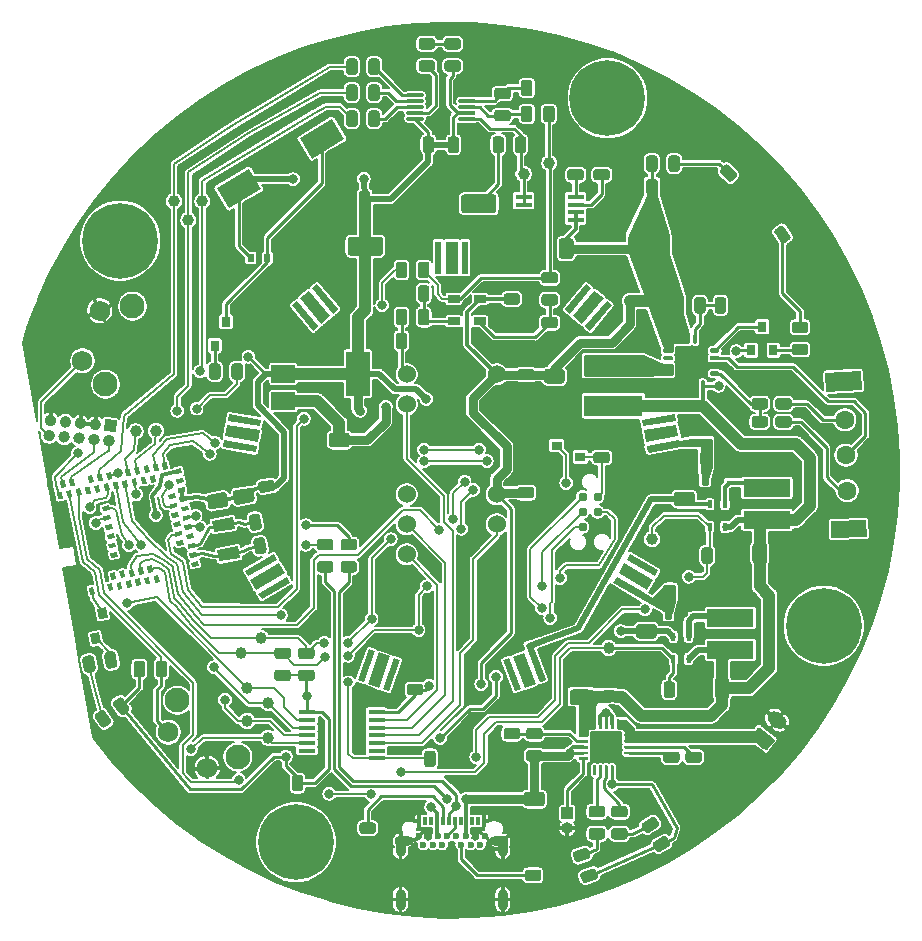
<source format=gbr>
%TF.GenerationSoftware,KiCad,Pcbnew,5.1.6+dfsg1-1*%
%TF.CreationDate,2020-08-08T17:15:22+09:00*%
%TF.ProjectId,portable_spectro_sch,706f7274-6162-46c6-955f-737065637472,rev?*%
%TF.SameCoordinates,Original*%
%TF.FileFunction,Copper,L1,Top*%
%TF.FilePolarity,Positive*%
%FSLAX46Y46*%
G04 Gerber Fmt 4.6, Leading zero omitted, Abs format (unit mm)*
G04 Created by KiCad (PCBNEW 5.1.6+dfsg1-1) date 2020-08-08 17:15:22*
%MOMM*%
%LPD*%
G01*
G04 APERTURE LIST*
%TA.AperFunction,ComponentPad*%
%ADD10C,0.100000*%
%TD*%
%TA.AperFunction,Conductor*%
%ADD11C,0.100000*%
%TD*%
%TA.AperFunction,ViaPad*%
%ADD12C,0.500000*%
%TD*%
%TA.AperFunction,Conductor*%
%ADD13R,0.550000X2.800000*%
%TD*%
%TA.AperFunction,Conductor*%
%ADD14R,1.000000X2.800000*%
%TD*%
%TA.AperFunction,ComponentPad*%
%ADD15C,0.500000*%
%TD*%
%TA.AperFunction,ComponentPad*%
%ADD16C,1.524000*%
%TD*%
%TA.AperFunction,SMDPad,CuDef*%
%ADD17C,1.000000*%
%TD*%
%TA.AperFunction,ConnectorPad*%
%ADD18C,0.787400*%
%TD*%
%TA.AperFunction,SMDPad,CuDef*%
%ADD19R,2.000000X1.500000*%
%TD*%
%TA.AperFunction,SMDPad,CuDef*%
%ADD20R,2.000000X3.800000*%
%TD*%
%TA.AperFunction,SMDPad,CuDef*%
%ADD21C,0.100000*%
%TD*%
%TA.AperFunction,ComponentPad*%
%ADD22R,1.000000X1.000000*%
%TD*%
%TA.AperFunction,ComponentPad*%
%ADD23O,1.000000X1.000000*%
%TD*%
%TA.AperFunction,ComponentPad*%
%ADD24O,0.900000X1.800000*%
%TD*%
%TA.AperFunction,ComponentPad*%
%ADD25O,1.600000X0.800000*%
%TD*%
%TA.AperFunction,SMDPad,CuDef*%
%ADD26R,0.320000X0.700000*%
%TD*%
%TA.AperFunction,ComponentPad*%
%ADD27C,0.600000*%
%TD*%
%TA.AperFunction,ComponentPad*%
%ADD28C,0.800000*%
%TD*%
%TA.AperFunction,ComponentPad*%
%ADD29C,6.400000*%
%TD*%
%TA.AperFunction,ComponentPad*%
%ADD30C,2.100000*%
%TD*%
%TA.AperFunction,ComponentPad*%
%ADD31C,1.750000*%
%TD*%
%TA.AperFunction,ComponentPad*%
%ADD32C,1.600000*%
%TD*%
%TA.AperFunction,SMDPad,CuDef*%
%ADD33R,0.600000X0.450000*%
%TD*%
%TA.AperFunction,SMDPad,CuDef*%
%ADD34R,0.800000X0.900000*%
%TD*%
%TA.AperFunction,SMDPad,CuDef*%
%ADD35R,1.060000X0.650000*%
%TD*%
%TA.AperFunction,SMDPad,CuDef*%
%ADD36R,0.400000X0.650000*%
%TD*%
%TA.AperFunction,SMDPad,CuDef*%
%ADD37R,1.450000X0.450000*%
%TD*%
%TA.AperFunction,SMDPad,CuDef*%
%ADD38R,4.000000X1.500000*%
%TD*%
%TA.AperFunction,SMDPad,CuDef*%
%ADD39R,5.000000X1.800000*%
%TD*%
%TA.AperFunction,SMDPad,CuDef*%
%ADD40R,0.600000X0.700000*%
%TD*%
%TA.AperFunction,SMDPad,CuDef*%
%ADD41R,0.900000X0.800000*%
%TD*%
%TA.AperFunction,ViaPad*%
%ADD42C,0.800000*%
%TD*%
%TA.AperFunction,Conductor*%
%ADD43C,0.300000*%
%TD*%
%TA.AperFunction,Conductor*%
%ADD44C,0.250000*%
%TD*%
%TA.AperFunction,Conductor*%
%ADD45C,1.000000*%
%TD*%
%TA.AperFunction,Conductor*%
%ADD46C,0.750000*%
%TD*%
%TA.AperFunction,Conductor*%
%ADD47C,0.500000*%
%TD*%
%TA.AperFunction,Conductor*%
%ADD48C,0.200000*%
%TD*%
%TA.AperFunction,Conductor*%
%ADD49C,0.350000*%
%TD*%
%TA.AperFunction,Conductor*%
%ADD50C,0.254000*%
%TD*%
%TA.AperFunction,Conductor*%
%ADD51C,0.150000*%
%TD*%
G04 APERTURE END LIST*
%TA.AperFunction,ComponentPad*%
D10*
%TO.P,J1,1*%
%TO.N,+3V3*%
G36*
X191345481Y-67858325D02*
G01*
X192341675Y-67945481D01*
X192254519Y-68941675D01*
X191258325Y-68854519D01*
X191345481Y-67858325D01*
G37*
%TD.AperFunction*%
%TO.P,J1,2*%
%TO.N,/SWDIO*%
%TA.AperFunction,ComponentPad*%
G36*
G01*
X191732890Y-69167070D02*
X191732890Y-69167070D01*
G75*
G02*
X192187409Y-69708745I-43578J-498097D01*
G01*
X192187409Y-69708745D01*
G75*
G02*
X191645734Y-70163264I-498097J43578D01*
G01*
X191645734Y-70163264D01*
G75*
G02*
X191191215Y-69621589I43578J498097D01*
G01*
X191191215Y-69621589D01*
G75*
G02*
X191732890Y-69167070I498097J-43578D01*
G01*
G37*
%TD.AperFunction*%
%TO.P,J1,3*%
%TO.N,GND*%
%TA.AperFunction,ComponentPad*%
G36*
G01*
X190578411Y-67791215D02*
X190578411Y-67791215D01*
G75*
G02*
X191032930Y-68332890I-43578J-498097D01*
G01*
X191032930Y-68332890D01*
G75*
G02*
X190491255Y-68787409I-498097J43578D01*
G01*
X190491255Y-68787409D01*
G75*
G02*
X190036736Y-68245734I43578J498097D01*
G01*
X190036736Y-68245734D01*
G75*
G02*
X190578411Y-67791215I498097J-43578D01*
G01*
G37*
%TD.AperFunction*%
%TO.P,J1,4*%
%TO.N,/SWDCLK*%
%TA.AperFunction,ComponentPad*%
G36*
G01*
X190467723Y-69056382D02*
X190467723Y-69056382D01*
G75*
G02*
X190922242Y-69598057I-43578J-498097D01*
G01*
X190922242Y-69598057D01*
G75*
G02*
X190380567Y-70052576I-498097J43578D01*
G01*
X190380567Y-70052576D01*
G75*
G02*
X189926048Y-69510901I43578J498097D01*
G01*
X189926048Y-69510901D01*
G75*
G02*
X190467723Y-69056382I498097J-43578D01*
G01*
G37*
%TD.AperFunction*%
%TO.P,J1,5*%
%TO.N,GND*%
%TA.AperFunction,ComponentPad*%
G36*
G01*
X189313242Y-67680527D02*
X189313242Y-67680527D01*
G75*
G02*
X189767761Y-68222202I-43578J-498097D01*
G01*
X189767761Y-68222202D01*
G75*
G02*
X189226086Y-68676721I-498097J43578D01*
G01*
X189226086Y-68676721D01*
G75*
G02*
X188771567Y-68135046I43578J498097D01*
G01*
X188771567Y-68135046D01*
G75*
G02*
X189313242Y-67680527I498097J-43578D01*
G01*
G37*
%TD.AperFunction*%
%TO.P,J1,6*%
%TO.N,Net-(J1-Pad6)*%
%TA.AperFunction,ComponentPad*%
G36*
G01*
X189202556Y-68945695D02*
X189202556Y-68945695D01*
G75*
G02*
X189657075Y-69487370I-43578J-498097D01*
G01*
X189657075Y-69487370D01*
G75*
G02*
X189115400Y-69941889I-498097J43578D01*
G01*
X189115400Y-69941889D01*
G75*
G02*
X188660881Y-69400214I43578J498097D01*
G01*
X188660881Y-69400214D01*
G75*
G02*
X189202556Y-68945695I498097J-43578D01*
G01*
G37*
%TD.AperFunction*%
%TO.P,J1,7*%
%TO.N,Net-(J1-Pad7)*%
%TA.AperFunction,ComponentPad*%
G36*
G01*
X188048076Y-67569840D02*
X188048076Y-67569840D01*
G75*
G02*
X188502595Y-68111515I-43578J-498097D01*
G01*
X188502595Y-68111515D01*
G75*
G02*
X187960920Y-68566034I-498097J43578D01*
G01*
X187960920Y-68566034D01*
G75*
G02*
X187506401Y-68024359I43578J498097D01*
G01*
X187506401Y-68024359D01*
G75*
G02*
X188048076Y-67569840I498097J-43578D01*
G01*
G37*
%TD.AperFunction*%
%TO.P,J1,8*%
%TO.N,Net-(J1-Pad8)*%
%TA.AperFunction,ComponentPad*%
G36*
G01*
X187937388Y-68835007D02*
X187937388Y-68835007D01*
G75*
G02*
X188391907Y-69376682I-43578J-498097D01*
G01*
X188391907Y-69376682D01*
G75*
G02*
X187850232Y-69831201I-498097J43578D01*
G01*
X187850232Y-69831201D01*
G75*
G02*
X187395713Y-69289526I43578J498097D01*
G01*
X187395713Y-69289526D01*
G75*
G02*
X187937388Y-68835007I498097J-43578D01*
G01*
G37*
%TD.AperFunction*%
%TO.P,J1,9*%
%TO.N,GND*%
%TA.AperFunction,ComponentPad*%
G36*
G01*
X186782909Y-67459152D02*
X186782909Y-67459152D01*
G75*
G02*
X187237428Y-68000827I-43578J-498097D01*
G01*
X187237428Y-68000827D01*
G75*
G02*
X186695753Y-68455346I-498097J43578D01*
G01*
X186695753Y-68455346D01*
G75*
G02*
X186241234Y-67913671I43578J498097D01*
G01*
X186241234Y-67913671D01*
G75*
G02*
X186782909Y-67459152I498097J-43578D01*
G01*
G37*
%TD.AperFunction*%
%TO.P,J1,10*%
%TO.N,/~RESET*%
%TA.AperFunction,ComponentPad*%
G36*
G01*
X186672221Y-68724319D02*
X186672221Y-68724319D01*
G75*
G02*
X187126740Y-69265994I-43578J-498097D01*
G01*
X187126740Y-69265994D01*
G75*
G02*
X186585065Y-69720513I-498097J43578D01*
G01*
X186585065Y-69720513D01*
G75*
G02*
X186130546Y-69178838I43578J498097D01*
G01*
X186130546Y-69178838D01*
G75*
G02*
X186672221Y-68724319I498097J-43578D01*
G01*
G37*
%TD.AperFunction*%
%TD*%
%TA.AperFunction,Conductor*%
D11*
%TO.N,Net-(D3-Pad2)*%
%TO.C,D3*%
G36*
X225592433Y-88055148D02*
G01*
X226550090Y-90686287D01*
X226033259Y-90874398D01*
X225075602Y-88243259D01*
X225592433Y-88055148D01*
G37*
%TD.AperFunction*%
D12*
X225453725Y-88478095D03*
X226171967Y-90451450D03*
X225693139Y-89135880D03*
X225932553Y-89793665D03*
%TO.N,N/C*%
X226510879Y-88093323D03*
X227229121Y-90066677D03*
X226750293Y-88751108D03*
X226989707Y-89408892D03*
%TO.N,Net-(D3-Pad1)*%
X228286275Y-89681905D03*
X228046861Y-89024120D03*
X227807447Y-88366335D03*
X227568033Y-87708550D03*
%TA.AperFunction,Conductor*%
D11*
G36*
X227706741Y-87285602D02*
G01*
X228664398Y-89916741D01*
X228147567Y-90104852D01*
X227189910Y-87473713D01*
X227706741Y-87285602D01*
G37*
%TD.AperFunction*%
%TA.AperFunction,Conductor*%
%TO.N,N/C*%
G36*
X226861018Y-87593420D02*
G01*
X227818675Y-90224560D01*
X226878982Y-90566580D01*
X225921325Y-87935440D01*
X226861018Y-87593420D01*
G37*
%TD.AperFunction*%
%TD*%
%TA.AperFunction,Conductor*%
%TO.N,Net-(D10-Pad2)*%
%TO.C,D10*%
G36*
X210691040Y-58896093D02*
G01*
X208891235Y-56751168D01*
X209312560Y-56397635D01*
X211112365Y-58542560D01*
X210691040Y-58896093D01*
G37*
%TD.AperFunction*%
D12*
X210676727Y-58451211D03*
X209326873Y-56842517D03*
X210226776Y-57914979D03*
X209776824Y-57378748D03*
%TO.N,N/C*%
X209814927Y-59174347D03*
X208465073Y-57565653D03*
X209364976Y-58638116D03*
X208915024Y-58101884D03*
%TO.N,Net-(D10-Pad1)*%
X207603273Y-58288789D03*
X208053224Y-58825021D03*
X208503176Y-59361252D03*
X208953127Y-59897483D03*
%TA.AperFunction,Conductor*%
D11*
G36*
X208967440Y-60342365D02*
G01*
X207167635Y-58197440D01*
X207588960Y-57843907D01*
X209388765Y-59988832D01*
X208967440Y-60342365D01*
G37*
%TD.AperFunction*%
%TA.AperFunction,Conductor*%
%TO.N,N/C*%
G36*
X209656880Y-59763856D02*
G01*
X207857075Y-57618932D01*
X208623120Y-56976144D01*
X210422925Y-59121068D01*
X209656880Y-59763856D01*
G37*
%TD.AperFunction*%
%TD*%
%TA.AperFunction,Conductor*%
%TO.N,Net-(C7-Pad1)*%
%TO.C,D4*%
G36*
X237208870Y-70110194D02*
G01*
X239966332Y-69623979D01*
X240061838Y-70165624D01*
X237304376Y-70651839D01*
X237208870Y-70110194D01*
G37*
%TD.AperFunction*%
D12*
X237601306Y-70320239D03*
X239669402Y-69955578D03*
X238290671Y-70198686D03*
X238980037Y-70077132D03*
%TO.N,N/C*%
X237405952Y-69212331D03*
X239474048Y-68847669D03*
X238095317Y-69090777D03*
X238784683Y-68969223D03*
%TO.N,Net-(D4-Pad1)*%
X239278694Y-67739761D03*
X238589329Y-67861314D03*
X237899963Y-67982868D03*
X237210598Y-68104422D03*
%TA.AperFunction,Conductor*%
D11*
G36*
X236818162Y-67894376D02*
G01*
X239575624Y-67408161D01*
X239671130Y-67949806D01*
X236913668Y-68436021D01*
X236818162Y-67894376D01*
G37*
%TD.AperFunction*%
%TA.AperFunction,Conductor*%
%TO.N,N/C*%
G36*
X236974445Y-68780704D02*
G01*
X239731907Y-68294489D01*
X239905555Y-69279296D01*
X237148093Y-69765511D01*
X236974445Y-68780704D01*
G37*
%TD.AperFunction*%
%TD*%
%TA.AperFunction,Conductor*%
%TO.N,Net-(D4-Pad1)*%
%TO.C,D7*%
G36*
X232031235Y-59988832D02*
G01*
X233831040Y-57843907D01*
X234252365Y-58197440D01*
X232452560Y-60342365D01*
X232031235Y-59988832D01*
G37*
%TD.AperFunction*%
D12*
X232466873Y-59897483D03*
X233816727Y-58288789D03*
X232916824Y-59361252D03*
X233366776Y-58825021D03*
%TO.N,N/C*%
X231605073Y-59174347D03*
X232954927Y-57565653D03*
X232055024Y-58638116D03*
X232504976Y-58101884D03*
%TO.N,Net-(D10-Pad2)*%
X232093127Y-56842517D03*
X231643176Y-57378748D03*
X231193224Y-57914979D03*
X230743273Y-58451211D03*
%TA.AperFunction,Conductor*%
D11*
G36*
X230307635Y-58542560D02*
G01*
X232107440Y-56397635D01*
X232528765Y-56751168D01*
X230728960Y-58896093D01*
X230307635Y-58542560D01*
G37*
%TD.AperFunction*%
%TA.AperFunction,Conductor*%
%TO.N,N/C*%
G36*
X230997075Y-59121068D02*
G01*
X232796880Y-56976144D01*
X233562925Y-57618932D01*
X231763120Y-59763856D01*
X230997075Y-59121068D01*
G37*
%TD.AperFunction*%
%TD*%
%TA.AperFunction,Conductor*%
%TO.N,Net-(D5-Pad2)*%
%TO.C,D5*%
G36*
X214232936Y-87468940D02*
G01*
X213275279Y-90100079D01*
X212758448Y-89911968D01*
X213716105Y-87280829D01*
X214232936Y-87468940D01*
G37*
%TD.AperFunction*%
D12*
X213854813Y-87703777D03*
X213136571Y-89677132D03*
X213615399Y-88361562D03*
X213375985Y-89019347D03*
%TO.N,N/C*%
X214911967Y-88088550D03*
X214193725Y-90061904D03*
X214672553Y-88746335D03*
X214433139Y-89404119D03*
%TO.N,Net-(D3-Pad2)*%
X215250879Y-90446677D03*
X215490293Y-89788892D03*
X215729707Y-89131107D03*
X215969121Y-88473322D03*
%TA.AperFunction,Conductor*%
D11*
G36*
X216347244Y-88238486D02*
G01*
X215389587Y-90869625D01*
X214872756Y-90681514D01*
X215830413Y-88050375D01*
X216347244Y-88238486D01*
G37*
%TD.AperFunction*%
%TA.AperFunction,Conductor*%
%TO.N,N/C*%
G36*
X215501521Y-87930667D02*
G01*
X214543864Y-90561807D01*
X213604171Y-90219787D01*
X214561828Y-87588647D01*
X215501521Y-87930667D01*
G37*
%TD.AperFunction*%
%TD*%
%TA.AperFunction,Conductor*%
%TO.N,Net-(D10-Pad1)*%
%TO.C,D8*%
G36*
X204506332Y-68436021D02*
G01*
X201748870Y-67949806D01*
X201844376Y-67408161D01*
X204601838Y-67894376D01*
X204506332Y-68436021D01*
G37*
%TD.AperFunction*%
D12*
X204209402Y-68104422D03*
X202141306Y-67739761D03*
X203520037Y-67982868D03*
X202830671Y-67861314D03*
%TO.N,N/C*%
X204014048Y-69212331D03*
X201945952Y-68847669D03*
X203324683Y-69090777D03*
X202635317Y-68969223D03*
%TO.N,Net-(D5-Pad2)*%
X201750598Y-69955578D03*
X202439963Y-70077132D03*
X203129329Y-70198686D03*
X203818694Y-70320239D03*
%TA.AperFunction,Conductor*%
D11*
G36*
X204115624Y-70651839D02*
G01*
X201358162Y-70165624D01*
X201453668Y-69623979D01*
X204211130Y-70110194D01*
X204115624Y-70651839D01*
G37*
%TD.AperFunction*%
%TA.AperFunction,Conductor*%
%TO.N,N/C*%
G36*
X204271907Y-69765511D02*
G01*
X201514445Y-69279296D01*
X201688093Y-68294489D01*
X204445555Y-68780704D01*
X204271907Y-69765511D01*
G37*
%TD.AperFunction*%
%TD*%
%TA.AperFunction,Conductor*%
%TO.N,Net-(C39-Pad1)*%
%TO.C,D2*%
G36*
X234664696Y-81193622D02*
G01*
X237089568Y-82593622D01*
X236814568Y-83069936D01*
X234389696Y-81669936D01*
X234664696Y-81193622D01*
G37*
%TD.AperFunction*%
D12*
X234830305Y-81606779D03*
X236648959Y-82656779D03*
X235436523Y-81956779D03*
X236042741Y-82306779D03*
%TO.N,N/C*%
X235392805Y-80632500D03*
X237211459Y-81682500D03*
X235999023Y-80982500D03*
X236605241Y-81332500D03*
%TO.N,Net-(D2-Pad1)*%
X237773959Y-80708221D03*
X237167741Y-80358221D03*
X236561523Y-80008221D03*
X235955305Y-79658221D03*
%TA.AperFunction,Conductor*%
D11*
G36*
X235789696Y-79245064D02*
G01*
X238214568Y-80645064D01*
X237939568Y-81121378D01*
X235514696Y-79721378D01*
X235789696Y-79245064D01*
G37*
%TD.AperFunction*%
%TA.AperFunction,Conductor*%
%TO.N,N/C*%
G36*
X235339696Y-80024487D02*
G01*
X237764568Y-81424487D01*
X237264568Y-82290513D01*
X234839696Y-80890513D01*
X235339696Y-80024487D01*
G37*
%TD.AperFunction*%
%TD*%
D13*
%TO.N,Net-(D2-Pad1)*%
%TO.C,D9*%
X221835000Y-54160000D03*
D12*
X221835000Y-55210000D03*
X221835000Y-53110000D03*
X221835000Y-54510000D03*
X221835000Y-53810000D03*
%TO.N,N/C*%
X220710000Y-55210000D03*
X220710000Y-53110000D03*
X220710000Y-54510000D03*
X220710000Y-53810000D03*
%TO.N,Net-(D6-Pad2)*%
X219585000Y-53110000D03*
X219585000Y-53810000D03*
X219585000Y-54510000D03*
X219585000Y-55210000D03*
D13*
X219585000Y-54160000D03*
D14*
%TO.N,N/C*%
X220710000Y-54160000D03*
%TD*%
%TA.AperFunction,Conductor*%
D11*
%TO.N,Net-(D6-Pad2)*%
%TO.C,D6*%
G36*
X205907436Y-79726506D02*
G01*
X203482564Y-81126506D01*
X203207564Y-80650192D01*
X205632436Y-79250192D01*
X205907436Y-79726506D01*
G37*
%TD.AperFunction*%
D12*
X205466827Y-79663349D03*
X203648173Y-80713349D03*
X204860609Y-80013349D03*
X204254391Y-80363349D03*
%TO.N,N/C*%
X206029327Y-80637628D03*
X204210673Y-81687628D03*
X205423109Y-80987628D03*
X204816891Y-81337628D03*
%TO.N,Net-(D6-Pad1)*%
X204773173Y-82661907D03*
X205379391Y-82311907D03*
X205985609Y-81961907D03*
X206591827Y-81611907D03*
%TA.AperFunction,Conductor*%
D11*
G36*
X207032436Y-81675064D02*
G01*
X204607564Y-83075064D01*
X204332564Y-82598750D01*
X206757436Y-81198750D01*
X207032436Y-81675064D01*
G37*
%TD.AperFunction*%
%TA.AperFunction,Conductor*%
%TO.N,N/C*%
G36*
X206582436Y-80895641D02*
G01*
X204157564Y-82295641D01*
X203657564Y-81429615D01*
X206082436Y-80029615D01*
X206582436Y-80895641D01*
G37*
%TD.AperFunction*%
%TD*%
%TO.P,U15,21*%
%TO.N,GND*%
%TA.AperFunction,SMDPad,CuDef*%
G36*
G01*
X232550000Y-96600000D02*
X232550000Y-94600000D01*
G75*
G02*
X232800000Y-94350000I250000J0D01*
G01*
X234800000Y-94350000D01*
G75*
G02*
X235050000Y-94600000I0J-250000D01*
G01*
X235050000Y-96600000D01*
G75*
G02*
X234800000Y-96850000I-250000J0D01*
G01*
X232800000Y-96850000D01*
G75*
G02*
X232550000Y-96600000I0J250000D01*
G01*
G37*
%TD.AperFunction*%
%TO.P,U15,1*%
%TO.N,+BATT*%
%TA.AperFunction,SMDPad,CuDef*%
G36*
G01*
X231450000Y-94662500D02*
X231450000Y-94537500D01*
G75*
G02*
X231512500Y-94475000I62500J0D01*
G01*
X232212500Y-94475000D01*
G75*
G02*
X232275000Y-94537500I0J-62500D01*
G01*
X232275000Y-94662500D01*
G75*
G02*
X232212500Y-94725000I-62500J0D01*
G01*
X231512500Y-94725000D01*
G75*
G02*
X231450000Y-94662500I0J62500D01*
G01*
G37*
%TD.AperFunction*%
%TO.P,U15,2*%
%TO.N,Net-(R33-Pad1)*%
%TA.AperFunction,SMDPad,CuDef*%
G36*
G01*
X231450000Y-95162500D02*
X231450000Y-95037500D01*
G75*
G02*
X231512500Y-94975000I62500J0D01*
G01*
X232212500Y-94975000D01*
G75*
G02*
X232275000Y-95037500I0J-62500D01*
G01*
X232275000Y-95162500D01*
G75*
G02*
X232212500Y-95225000I-62500J0D01*
G01*
X231512500Y-95225000D01*
G75*
G02*
X231450000Y-95162500I0J62500D01*
G01*
G37*
%TD.AperFunction*%
%TO.P,U15,3*%
%TO.N,VBUS*%
%TA.AperFunction,SMDPad,CuDef*%
G36*
G01*
X231450000Y-95662500D02*
X231450000Y-95537500D01*
G75*
G02*
X231512500Y-95475000I62500J0D01*
G01*
X232212500Y-95475000D01*
G75*
G02*
X232275000Y-95537500I0J-62500D01*
G01*
X232275000Y-95662500D01*
G75*
G02*
X232212500Y-95725000I-62500J0D01*
G01*
X231512500Y-95725000D01*
G75*
G02*
X231450000Y-95662500I0J62500D01*
G01*
G37*
%TD.AperFunction*%
%TO.P,U15,4*%
%TA.AperFunction,SMDPad,CuDef*%
G36*
G01*
X231450000Y-96162500D02*
X231450000Y-96037500D01*
G75*
G02*
X231512500Y-95975000I62500J0D01*
G01*
X232212500Y-95975000D01*
G75*
G02*
X232275000Y-96037500I0J-62500D01*
G01*
X232275000Y-96162500D01*
G75*
G02*
X232212500Y-96225000I-62500J0D01*
G01*
X231512500Y-96225000D01*
G75*
G02*
X231450000Y-96162500I0J62500D01*
G01*
G37*
%TD.AperFunction*%
%TO.P,U15,5*%
%TO.N,Net-(J5-Pad1)*%
%TA.AperFunction,SMDPad,CuDef*%
G36*
G01*
X231450000Y-96662500D02*
X231450000Y-96537500D01*
G75*
G02*
X231512500Y-96475000I62500J0D01*
G01*
X232212500Y-96475000D01*
G75*
G02*
X232275000Y-96537500I0J-62500D01*
G01*
X232275000Y-96662500D01*
G75*
G02*
X232212500Y-96725000I-62500J0D01*
G01*
X231512500Y-96725000D01*
G75*
G02*
X231450000Y-96662500I0J62500D01*
G01*
G37*
%TD.AperFunction*%
%TO.P,U15,6*%
%TO.N,Net-(U15-Pad6)*%
%TA.AperFunction,SMDPad,CuDef*%
G36*
G01*
X232675000Y-97887500D02*
X232675000Y-97187500D01*
G75*
G02*
X232737500Y-97125000I62500J0D01*
G01*
X232862500Y-97125000D01*
G75*
G02*
X232925000Y-97187500I0J-62500D01*
G01*
X232925000Y-97887500D01*
G75*
G02*
X232862500Y-97950000I-62500J0D01*
G01*
X232737500Y-97950000D01*
G75*
G02*
X232675000Y-97887500I0J62500D01*
G01*
G37*
%TD.AperFunction*%
%TO.P,U15,7*%
%TO.N,/DONE*%
%TA.AperFunction,SMDPad,CuDef*%
G36*
G01*
X233175000Y-97887500D02*
X233175000Y-97187500D01*
G75*
G02*
X233237500Y-97125000I62500J0D01*
G01*
X233362500Y-97125000D01*
G75*
G02*
X233425000Y-97187500I0J-62500D01*
G01*
X233425000Y-97887500D01*
G75*
G02*
X233362500Y-97950000I-62500J0D01*
G01*
X233237500Y-97950000D01*
G75*
G02*
X233175000Y-97887500I0J62500D01*
G01*
G37*
%TD.AperFunction*%
%TO.P,U15,8*%
%TO.N,/CHRG*%
%TA.AperFunction,SMDPad,CuDef*%
G36*
G01*
X233675000Y-97887500D02*
X233675000Y-97187500D01*
G75*
G02*
X233737500Y-97125000I62500J0D01*
G01*
X233862500Y-97125000D01*
G75*
G02*
X233925000Y-97187500I0J-62500D01*
G01*
X233925000Y-97887500D01*
G75*
G02*
X233862500Y-97950000I-62500J0D01*
G01*
X233737500Y-97950000D01*
G75*
G02*
X233675000Y-97887500I0J62500D01*
G01*
G37*
%TD.AperFunction*%
%TO.P,U15,9*%
%TO.N,VBUS*%
%TA.AperFunction,SMDPad,CuDef*%
G36*
G01*
X234175000Y-97887500D02*
X234175000Y-97187500D01*
G75*
G02*
X234237500Y-97125000I62500J0D01*
G01*
X234362500Y-97125000D01*
G75*
G02*
X234425000Y-97187500I0J-62500D01*
G01*
X234425000Y-97887500D01*
G75*
G02*
X234362500Y-97950000I-62500J0D01*
G01*
X234237500Y-97950000D01*
G75*
G02*
X234175000Y-97887500I0J62500D01*
G01*
G37*
%TD.AperFunction*%
%TO.P,U15,10*%
%TO.N,GND*%
%TA.AperFunction,SMDPad,CuDef*%
G36*
G01*
X234675000Y-97887500D02*
X234675000Y-97187500D01*
G75*
G02*
X234737500Y-97125000I62500J0D01*
G01*
X234862500Y-97125000D01*
G75*
G02*
X234925000Y-97187500I0J-62500D01*
G01*
X234925000Y-97887500D01*
G75*
G02*
X234862500Y-97950000I-62500J0D01*
G01*
X234737500Y-97950000D01*
G75*
G02*
X234675000Y-97887500I0J62500D01*
G01*
G37*
%TD.AperFunction*%
%TO.P,U15,11*%
%TA.AperFunction,SMDPad,CuDef*%
G36*
G01*
X235325000Y-96662500D02*
X235325000Y-96537500D01*
G75*
G02*
X235387500Y-96475000I62500J0D01*
G01*
X236087500Y-96475000D01*
G75*
G02*
X236150000Y-96537500I0J-62500D01*
G01*
X236150000Y-96662500D01*
G75*
G02*
X236087500Y-96725000I-62500J0D01*
G01*
X235387500Y-96725000D01*
G75*
G02*
X235325000Y-96662500I0J62500D01*
G01*
G37*
%TD.AperFunction*%
%TO.P,U15,12*%
%TO.N,Net-(R42-Pad1)*%
%TA.AperFunction,SMDPad,CuDef*%
G36*
G01*
X235325000Y-96162500D02*
X235325000Y-96037500D01*
G75*
G02*
X235387500Y-95975000I62500J0D01*
G01*
X236087500Y-95975000D01*
G75*
G02*
X236150000Y-96037500I0J-62500D01*
G01*
X236150000Y-96162500D01*
G75*
G02*
X236087500Y-96225000I-62500J0D01*
G01*
X235387500Y-96225000D01*
G75*
G02*
X235325000Y-96162500I0J62500D01*
G01*
G37*
%TD.AperFunction*%
%TO.P,U15,13*%
%TO.N,Net-(R40-Pad1)*%
%TA.AperFunction,SMDPad,CuDef*%
G36*
G01*
X235325000Y-95662500D02*
X235325000Y-95537500D01*
G75*
G02*
X235387500Y-95475000I62500J0D01*
G01*
X236087500Y-95475000D01*
G75*
G02*
X236150000Y-95537500I0J-62500D01*
G01*
X236150000Y-95662500D01*
G75*
G02*
X236087500Y-95725000I-62500J0D01*
G01*
X235387500Y-95725000D01*
G75*
G02*
X235325000Y-95662500I0J62500D01*
G01*
G37*
%TD.AperFunction*%
%TO.P,U15,14*%
%TO.N,/VLipo*%
%TA.AperFunction,SMDPad,CuDef*%
G36*
G01*
X235325000Y-95162500D02*
X235325000Y-95037500D01*
G75*
G02*
X235387500Y-94975000I62500J0D01*
G01*
X236087500Y-94975000D01*
G75*
G02*
X236150000Y-95037500I0J-62500D01*
G01*
X236150000Y-95162500D01*
G75*
G02*
X236087500Y-95225000I-62500J0D01*
G01*
X235387500Y-95225000D01*
G75*
G02*
X235325000Y-95162500I0J62500D01*
G01*
G37*
%TD.AperFunction*%
%TO.P,U15,15*%
%TA.AperFunction,SMDPad,CuDef*%
G36*
G01*
X235325000Y-94662500D02*
X235325000Y-94537500D01*
G75*
G02*
X235387500Y-94475000I62500J0D01*
G01*
X236087500Y-94475000D01*
G75*
G02*
X236150000Y-94537500I0J-62500D01*
G01*
X236150000Y-94662500D01*
G75*
G02*
X236087500Y-94725000I-62500J0D01*
G01*
X235387500Y-94725000D01*
G75*
G02*
X235325000Y-94662500I0J62500D01*
G01*
G37*
%TD.AperFunction*%
%TO.P,U15,16*%
%TA.AperFunction,SMDPad,CuDef*%
G36*
G01*
X234675000Y-94012500D02*
X234675000Y-93312500D01*
G75*
G02*
X234737500Y-93250000I62500J0D01*
G01*
X234862500Y-93250000D01*
G75*
G02*
X234925000Y-93312500I0J-62500D01*
G01*
X234925000Y-94012500D01*
G75*
G02*
X234862500Y-94075000I-62500J0D01*
G01*
X234737500Y-94075000D01*
G75*
G02*
X234675000Y-94012500I0J62500D01*
G01*
G37*
%TD.AperFunction*%
%TO.P,U15,17*%
%TO.N,VBUS*%
%TA.AperFunction,SMDPad,CuDef*%
G36*
G01*
X234175000Y-94012500D02*
X234175000Y-93312500D01*
G75*
G02*
X234237500Y-93250000I62500J0D01*
G01*
X234362500Y-93250000D01*
G75*
G02*
X234425000Y-93312500I0J-62500D01*
G01*
X234425000Y-94012500D01*
G75*
G02*
X234362500Y-94075000I-62500J0D01*
G01*
X234237500Y-94075000D01*
G75*
G02*
X234175000Y-94012500I0J62500D01*
G01*
G37*
%TD.AperFunction*%
%TO.P,U15,18*%
%TA.AperFunction,SMDPad,CuDef*%
G36*
G01*
X233675000Y-94012500D02*
X233675000Y-93312500D01*
G75*
G02*
X233737500Y-93250000I62500J0D01*
G01*
X233862500Y-93250000D01*
G75*
G02*
X233925000Y-93312500I0J-62500D01*
G01*
X233925000Y-94012500D01*
G75*
G02*
X233862500Y-94075000I-62500J0D01*
G01*
X233737500Y-94075000D01*
G75*
G02*
X233675000Y-94012500I0J62500D01*
G01*
G37*
%TD.AperFunction*%
%TO.P,U15,19*%
%TA.AperFunction,SMDPad,CuDef*%
G36*
G01*
X233175000Y-94012500D02*
X233175000Y-93312500D01*
G75*
G02*
X233237500Y-93250000I62500J0D01*
G01*
X233362500Y-93250000D01*
G75*
G02*
X233425000Y-93312500I0J-62500D01*
G01*
X233425000Y-94012500D01*
G75*
G02*
X233362500Y-94075000I-62500J0D01*
G01*
X233237500Y-94075000D01*
G75*
G02*
X233175000Y-94012500I0J62500D01*
G01*
G37*
%TD.AperFunction*%
%TO.P,U15,20*%
%TO.N,+BATT*%
%TA.AperFunction,SMDPad,CuDef*%
G36*
G01*
X232675000Y-94012500D02*
X232675000Y-93312500D01*
G75*
G02*
X232737500Y-93250000I62500J0D01*
G01*
X232862500Y-93250000D01*
G75*
G02*
X232925000Y-93312500I0J-62500D01*
G01*
X232925000Y-94012500D01*
G75*
G02*
X232862500Y-94075000I-62500J0D01*
G01*
X232737500Y-94075000D01*
G75*
G02*
X232675000Y-94012500I0J62500D01*
G01*
G37*
%TD.AperFunction*%
D15*
%TO.P,U15,21*%
%TO.N,GND*%
X232800000Y-94600000D03*
X233800000Y-95600000D03*
X233800000Y-94600000D03*
X234800000Y-94600000D03*
X234800000Y-95600000D03*
X232800000Y-95600000D03*
X232800000Y-96600000D03*
X233800000Y-96600000D03*
X234800000Y-96600000D03*
%TD*%
D16*
%TO.P,U4,2*%
%TO.N,GND*%
X224520000Y-66580000D03*
%TO.P,U4,1*%
%TO.N,+5V*%
X224520000Y-64040000D03*
%TO.P,U4,3*%
X224520000Y-74200000D03*
%TO.P,U4,4*%
%TO.N,/1MHZ*%
X224520000Y-76740000D03*
%TO.P,U4,5*%
%TO.N,GND*%
X224520000Y-79280000D03*
%TO.P,U4,6*%
%TO.N,/ST*%
X216900000Y-79280000D03*
%TO.P,U4,7*%
%TO.N,/TRG*%
X216900000Y-76740000D03*
%TO.P,U4,8*%
%TO.N,Net-(U4-Pad8)*%
X216900000Y-74200000D03*
%TO.P,U4,9*%
%TO.N,/EOS*%
X216900000Y-66580000D03*
%TO.P,U4,10*%
%TO.N,Net-(R2-Pad2)*%
X216900000Y-64040000D03*
%TD*%
D17*
%TO.P,TP10,1*%
%TO.N,/C12880_TRG*%
X205180000Y-91890000D03*
%TD*%
%TO.P,R31,2*%
%TO.N,/SDA*%
%TA.AperFunction,SMDPad,CuDef*%
G36*
G01*
X208856250Y-88150000D02*
X207943750Y-88150000D01*
G75*
G02*
X207700000Y-87906250I0J243750D01*
G01*
X207700000Y-87418750D01*
G75*
G02*
X207943750Y-87175000I243750J0D01*
G01*
X208856250Y-87175000D01*
G75*
G02*
X209100000Y-87418750I0J-243750D01*
G01*
X209100000Y-87906250D01*
G75*
G02*
X208856250Y-88150000I-243750J0D01*
G01*
G37*
%TD.AperFunction*%
%TO.P,R31,1*%
%TO.N,+3V3*%
%TA.AperFunction,SMDPad,CuDef*%
G36*
G01*
X208856250Y-90025000D02*
X207943750Y-90025000D01*
G75*
G02*
X207700000Y-89781250I0J243750D01*
G01*
X207700000Y-89293750D01*
G75*
G02*
X207943750Y-89050000I243750J0D01*
G01*
X208856250Y-89050000D01*
G75*
G02*
X209100000Y-89293750I0J-243750D01*
G01*
X209100000Y-89781250D01*
G75*
G02*
X208856250Y-90025000I-243750J0D01*
G01*
G37*
%TD.AperFunction*%
%TD*%
%TO.P,C29,2*%
%TO.N,GND*%
%TA.AperFunction,SMDPad,CuDef*%
G36*
G01*
X205261177Y-72077610D02*
X204362540Y-72236064D01*
G75*
G02*
X204080166Y-72038344I-42327J240047D01*
G01*
X203995513Y-71558250D01*
G75*
G02*
X204193233Y-71275876I240047J42327D01*
G01*
X205091870Y-71117422D01*
G75*
G02*
X205374244Y-71315142I42327J-240047D01*
G01*
X205458897Y-71795236D01*
G75*
G02*
X205261177Y-72077610I-240047J-42327D01*
G01*
G37*
%TD.AperFunction*%
%TO.P,C29,1*%
%TO.N,+3V3*%
%TA.AperFunction,SMDPad,CuDef*%
G36*
G01*
X205586767Y-73924124D02*
X204688130Y-74082578D01*
G75*
G02*
X204405756Y-73884858I-42327J240047D01*
G01*
X204321103Y-73404764D01*
G75*
G02*
X204518823Y-73122390I240047J42327D01*
G01*
X205417460Y-72963936D01*
G75*
G02*
X205699834Y-73161656I42327J-240047D01*
G01*
X205784487Y-73641750D01*
G75*
G02*
X205586767Y-73924124I-240047J-42327D01*
G01*
G37*
%TD.AperFunction*%
%TD*%
D18*
%TO.P,J2,1*%
%TO.N,/FLASH_MISO*%
X231785000Y-74420000D03*
%TO.P,J2,2*%
%TO.N,Net-(C26-Pad2)*%
X233055000Y-74420000D03*
%TO.P,J2,3*%
%TO.N,/FLASH_SCK*%
X231785000Y-75690000D03*
%TO.P,J2,4*%
%TO.N,/FLASH_MOSI*%
X233055000Y-75690000D03*
%TO.P,J2,5*%
%TO.N,/FLASH_~CS*%
X231785000Y-76960000D03*
%TO.P,J2,6*%
%TO.N,GND*%
X233055000Y-76960000D03*
%TD*%
D19*
%TO.P,U13,1*%
%TO.N,GND*%
X206450000Y-61700000D03*
%TO.P,U13,3*%
%TO.N,+5V*%
X206450000Y-66300000D03*
%TO.P,U13,2*%
%TO.N,+3V3*%
X206450000Y-64000000D03*
D20*
X212750000Y-64000000D03*
%TD*%
%TA.AperFunction,SMDPad,CuDef*%
D21*
%TO.P,BZ1,1*%
%TO.N,+3V3*%
G36*
X201829184Y-49992884D02*
G01*
X200799108Y-48278550D01*
X203542044Y-46630428D01*
X204572120Y-48344762D01*
X201829184Y-49992884D01*
G37*
%TD.AperFunction*%
%TA.AperFunction,SMDPad,CuDef*%
%TO.P,BZ1,2*%
%TO.N,Net-(BZ1-Pad2)*%
G36*
X208857956Y-45769572D02*
G01*
X207827880Y-44055238D01*
X210570816Y-42407116D01*
X211600892Y-44121450D01*
X208857956Y-45769572D01*
G37*
%TD.AperFunction*%
%TD*%
%TO.P,C30,2*%
%TO.N,GND*%
%TA.AperFunction,SMDPad,CuDef*%
G36*
G01*
X227075000Y-102175000D02*
X228325000Y-102175000D01*
G75*
G02*
X228575000Y-102425000I0J-250000D01*
G01*
X228575000Y-103175000D01*
G75*
G02*
X228325000Y-103425000I-250000J0D01*
G01*
X227075000Y-103425000D01*
G75*
G02*
X226825000Y-103175000I0J250000D01*
G01*
X226825000Y-102425000D01*
G75*
G02*
X227075000Y-102175000I250000J0D01*
G01*
G37*
%TD.AperFunction*%
%TO.P,C30,1*%
%TO.N,VBUS*%
%TA.AperFunction,SMDPad,CuDef*%
G36*
G01*
X227075000Y-99375000D02*
X228325000Y-99375000D01*
G75*
G02*
X228575000Y-99625000I0J-250000D01*
G01*
X228575000Y-100375000D01*
G75*
G02*
X228325000Y-100625000I-250000J0D01*
G01*
X227075000Y-100625000D01*
G75*
G02*
X226825000Y-100375000I0J250000D01*
G01*
X226825000Y-99625000D01*
G75*
G02*
X227075000Y-99375000I250000J0D01*
G01*
G37*
%TD.AperFunction*%
%TD*%
%TO.P,D16,2*%
%TO.N,VBUS*%
%TA.AperFunction,SMDPad,CuDef*%
G36*
G01*
X237829876Y-103617837D02*
X238620124Y-103161586D01*
G75*
G02*
X238953093Y-103250805I121875J-211094D01*
G01*
X239196843Y-103672993D01*
G75*
G02*
X239107624Y-104005962I-211094J-121875D01*
G01*
X238317376Y-104462212D01*
G75*
G02*
X237984407Y-104372993I-121875J211094D01*
G01*
X237740657Y-103950805D01*
G75*
G02*
X237829876Y-103617836I211094J121875D01*
G01*
G37*
%TD.AperFunction*%
%TO.P,D16,1*%
%TO.N,Net-(D16-Pad1)*%
%TA.AperFunction,SMDPad,CuDef*%
G36*
G01*
X236892376Y-101994039D02*
X237682624Y-101537788D01*
G75*
G02*
X238015593Y-101627007I121875J-211094D01*
G01*
X238259343Y-102049195D01*
G75*
G02*
X238170124Y-102382164I-211094J-121875D01*
G01*
X237379876Y-102838414D01*
G75*
G02*
X237046907Y-102749195I-121875J211094D01*
G01*
X236803157Y-102327007D01*
G75*
G02*
X236892376Y-101994038I211094J121875D01*
G01*
G37*
%TD.AperFunction*%
%TD*%
D22*
%TO.P,J5,1*%
%TO.N,Net-(J5-Pad1)*%
X230500000Y-101200000D03*
D23*
%TO.P,J5,2*%
%TO.N,GND*%
X230500000Y-102470000D03*
%TD*%
D24*
%TO.P,J4,SH3*%
%TO.N,GND*%
X216380000Y-104010000D03*
%TO.P,J4,SH4*%
X225040000Y-104010000D03*
D25*
%TO.P,J4,SH2*%
X224715000Y-103510000D03*
D26*
%TO.P,J4,A1*%
X217960000Y-101850000D03*
%TO.P,J4,A2*%
%TO.N,Net-(J4-PadA2)*%
X218460000Y-101850000D03*
%TO.P,J4,A3*%
%TO.N,Net-(J4-PadA3)*%
X218960000Y-101850000D03*
%TO.P,J4,A4*%
%TO.N,VBUS*%
X219460000Y-101850000D03*
%TO.P,J4,A5*%
%TO.N,Net-(J4-PadA5)*%
X219960000Y-101850000D03*
%TO.P,J4,A6*%
%TO.N,/D+*%
X220460000Y-101850000D03*
%TO.P,J4,A7*%
%TO.N,/D-*%
X220960000Y-101850000D03*
%TO.P,J4,A8*%
%TO.N,Net-(J4-PadA8)*%
X221460000Y-101850000D03*
%TO.P,J4,A9*%
%TO.N,VBUS*%
X221960000Y-101850000D03*
%TO.P,J4,A10*%
%TO.N,Net-(J4-PadA10)*%
X222460000Y-101850000D03*
%TO.P,J4,A11*%
%TO.N,Net-(J4-PadA11)*%
X222960000Y-101850000D03*
%TO.P,J4,A12*%
%TO.N,GND*%
X223460000Y-101850000D03*
D27*
%TO.P,J4,B7*%
%TO.N,/D-*%
X220310000Y-103160000D03*
D25*
%TO.P,J4,SH1*%
%TO.N,GND*%
X216705000Y-103510000D03*
D27*
%TO.P,J4,B9*%
%TO.N,VBUS*%
X219510000Y-103160000D03*
%TO.P,J4,B12*%
%TO.N,GND*%
X217910000Y-103160000D03*
%TO.P,J4,B6*%
%TO.N,/D+*%
X221110000Y-103160000D03*
%TO.P,J4,B4*%
%TO.N,VBUS*%
X221910000Y-103160000D03*
%TO.P,J4,B1*%
%TO.N,GND*%
X223510000Y-103160000D03*
%TO.P,J4,B8*%
%TO.N,Net-(J4-PadB8)*%
X219910000Y-103860000D03*
%TO.P,J4,B10*%
%TO.N,Net-(J4-PadB10)*%
X219110000Y-103860000D03*
%TO.P,J4,B11*%
%TO.N,Net-(J4-PadB11)*%
X218310000Y-103860000D03*
%TO.P,J4,B5*%
%TO.N,Net-(J4-PadB5)*%
X221510000Y-103860000D03*
%TO.P,J4,B3*%
%TO.N,Net-(J4-PadB3)*%
X222310000Y-103860000D03*
%TO.P,J4,B2*%
%TO.N,Net-(J4-PadB2)*%
X223110000Y-103860000D03*
D24*
%TO.P,J4,SH5*%
%TO.N,GND*%
X216380000Y-108510000D03*
%TO.P,J4,SH6*%
X225040000Y-108510000D03*
%TD*%
D28*
%TO.P,REF\u002A\u002A,1*%
%TO.N,N/C*%
X235597056Y-38972944D03*
X233900000Y-38270000D03*
X232202944Y-38972944D03*
X231500000Y-40670000D03*
X232202944Y-42367056D03*
X233900000Y-43070000D03*
X235597056Y-42367056D03*
X236300000Y-40670000D03*
D29*
X233900000Y-40670000D03*
%TD*%
D30*
%TO.P,SW2,*%
%TO.N,*%
X197485579Y-91650619D03*
D31*
%TO.P,SW2,2*%
%TO.N,/P0.09*%
X196708908Y-94331007D03*
%TO.P,SW2,1*%
%TO.N,GND*%
X200000000Y-97400000D03*
D30*
%TO.P,SW2,*%
%TO.N,*%
X202612368Y-96431427D03*
%TD*%
D17*
%TO.P,TP14,1*%
%TO.N,/SCL*%
X202870000Y-87650000D03*
%TD*%
%TA.AperFunction,ComponentPad*%
D10*
%TO.P,SW3,*%
%TO.N,*%
G36*
X252794606Y-76488969D02*
G01*
X255792779Y-76384270D01*
X255841638Y-77783417D01*
X252843465Y-77888116D01*
X252794606Y-76488969D01*
G37*
%TD.AperFunction*%
%TA.AperFunction,ComponentPad*%
G36*
X252354872Y-63896644D02*
G01*
X255353045Y-63791945D01*
X255408884Y-65390970D01*
X252410711Y-65495669D01*
X252354872Y-63896644D01*
G37*
%TD.AperFunction*%
D32*
%TO.P,SW3,3*%
%TO.N,Net-(R44-Pad2)*%
X254204698Y-73888172D03*
%TO.P,SW3,2*%
%TO.N,/PWR_UP*%
X254100000Y-70890000D03*
%TO.P,SW3,1*%
%TO.N,Net-(R48-Pad1)*%
X253995302Y-67891828D03*
%TD*%
D29*
%TO.P,REF\u002A\u002A,1*%
%TO.N,N/C*%
X192650000Y-52720000D03*
D28*
X195050000Y-52720000D03*
X194347056Y-54417056D03*
X192650000Y-55120000D03*
X190952944Y-54417056D03*
X190250000Y-52720000D03*
X190952944Y-51022944D03*
X192650000Y-50320000D03*
X194347056Y-51022944D03*
%TD*%
D29*
%TO.P,REF\u002A\u002A,1*%
%TO.N,N/C*%
X207530000Y-103650000D03*
D28*
X209930000Y-103650000D03*
X209227056Y-105347056D03*
X207530000Y-106050000D03*
X205832944Y-105347056D03*
X205130000Y-103650000D03*
X205832944Y-101952944D03*
X207530000Y-101250000D03*
X209227056Y-101952944D03*
%TD*%
%TO.P,REF\u002A\u002A,1*%
%TO.N,N/C*%
X253907056Y-83632944D03*
X252210000Y-82930000D03*
X250512944Y-83632944D03*
X249810000Y-85330000D03*
X250512944Y-87027056D03*
X252210000Y-87730000D03*
X253907056Y-87027056D03*
X254610000Y-85330000D03*
D29*
X252210000Y-85330000D03*
%TD*%
%TO.P,C1,2*%
%TO.N,GND*%
%TA.AperFunction,SMDPad,CuDef*%
G36*
G01*
X225343750Y-59050000D02*
X226256250Y-59050000D01*
G75*
G02*
X226500000Y-59293750I0J-243750D01*
G01*
X226500000Y-59781250D01*
G75*
G02*
X226256250Y-60025000I-243750J0D01*
G01*
X225343750Y-60025000D01*
G75*
G02*
X225100000Y-59781250I0J243750D01*
G01*
X225100000Y-59293750D01*
G75*
G02*
X225343750Y-59050000I243750J0D01*
G01*
G37*
%TD.AperFunction*%
%TO.P,C1,1*%
%TO.N,+5V*%
%TA.AperFunction,SMDPad,CuDef*%
G36*
G01*
X225343750Y-57175000D02*
X226256250Y-57175000D01*
G75*
G02*
X226500000Y-57418750I0J-243750D01*
G01*
X226500000Y-57906250D01*
G75*
G02*
X226256250Y-58150000I-243750J0D01*
G01*
X225343750Y-58150000D01*
G75*
G02*
X225100000Y-57906250I0J243750D01*
G01*
X225100000Y-57418750D01*
G75*
G02*
X225343750Y-57175000I243750J0D01*
G01*
G37*
%TD.AperFunction*%
%TD*%
%TO.P,C2,1*%
%TO.N,GND*%
%TA.AperFunction,SMDPad,CuDef*%
G36*
G01*
X223225000Y-44143750D02*
X223225000Y-45056250D01*
G75*
G02*
X222981250Y-45300000I-243750J0D01*
G01*
X222493750Y-45300000D01*
G75*
G02*
X222250000Y-45056250I0J243750D01*
G01*
X222250000Y-44143750D01*
G75*
G02*
X222493750Y-43900000I243750J0D01*
G01*
X222981250Y-43900000D01*
G75*
G02*
X223225000Y-44143750I0J-243750D01*
G01*
G37*
%TD.AperFunction*%
%TO.P,C2,2*%
%TO.N,+3V3*%
%TA.AperFunction,SMDPad,CuDef*%
G36*
G01*
X221350000Y-44143750D02*
X221350000Y-45056250D01*
G75*
G02*
X221106250Y-45300000I-243750J0D01*
G01*
X220618750Y-45300000D01*
G75*
G02*
X220375000Y-45056250I0J243750D01*
G01*
X220375000Y-44143750D01*
G75*
G02*
X220618750Y-43900000I243750J0D01*
G01*
X221106250Y-43900000D01*
G75*
G02*
X221350000Y-44143750I0J-243750D01*
G01*
G37*
%TD.AperFunction*%
%TD*%
%TO.P,C3,1*%
%TO.N,+5V*%
%TA.AperFunction,SMDPad,CuDef*%
G36*
G01*
X226543750Y-63575000D02*
X227456250Y-63575000D01*
G75*
G02*
X227700000Y-63818750I0J-243750D01*
G01*
X227700000Y-64306250D01*
G75*
G02*
X227456250Y-64550000I-243750J0D01*
G01*
X226543750Y-64550000D01*
G75*
G02*
X226300000Y-64306250I0J243750D01*
G01*
X226300000Y-63818750D01*
G75*
G02*
X226543750Y-63575000I243750J0D01*
G01*
G37*
%TD.AperFunction*%
%TO.P,C3,2*%
%TO.N,GND*%
%TA.AperFunction,SMDPad,CuDef*%
G36*
G01*
X226543750Y-65450000D02*
X227456250Y-65450000D01*
G75*
G02*
X227700000Y-65693750I0J-243750D01*
G01*
X227700000Y-66181250D01*
G75*
G02*
X227456250Y-66425000I-243750J0D01*
G01*
X226543750Y-66425000D01*
G75*
G02*
X226300000Y-66181250I0J243750D01*
G01*
X226300000Y-65693750D01*
G75*
G02*
X226543750Y-65450000I243750J0D01*
G01*
G37*
%TD.AperFunction*%
%TD*%
%TO.P,C4,2*%
%TO.N,GND*%
%TA.AperFunction,SMDPad,CuDef*%
G36*
G01*
X228775000Y-66375000D02*
X230025000Y-66375000D01*
G75*
G02*
X230275000Y-66625000I0J-250000D01*
G01*
X230275000Y-67375000D01*
G75*
G02*
X230025000Y-67625000I-250000J0D01*
G01*
X228775000Y-67625000D01*
G75*
G02*
X228525000Y-67375000I0J250000D01*
G01*
X228525000Y-66625000D01*
G75*
G02*
X228775000Y-66375000I250000J0D01*
G01*
G37*
%TD.AperFunction*%
%TO.P,C4,1*%
%TO.N,+5V*%
%TA.AperFunction,SMDPad,CuDef*%
G36*
G01*
X228775000Y-63575000D02*
X230025000Y-63575000D01*
G75*
G02*
X230275000Y-63825000I0J-250000D01*
G01*
X230275000Y-64575000D01*
G75*
G02*
X230025000Y-64825000I-250000J0D01*
G01*
X228775000Y-64825000D01*
G75*
G02*
X228525000Y-64575000I0J250000D01*
G01*
X228525000Y-63825000D01*
G75*
G02*
X228775000Y-63575000I250000J0D01*
G01*
G37*
%TD.AperFunction*%
%TD*%
%TO.P,C5,1*%
%TO.N,GND*%
%TA.AperFunction,SMDPad,CuDef*%
G36*
G01*
X227456250Y-76425000D02*
X226543750Y-76425000D01*
G75*
G02*
X226300000Y-76181250I0J243750D01*
G01*
X226300000Y-75693750D01*
G75*
G02*
X226543750Y-75450000I243750J0D01*
G01*
X227456250Y-75450000D01*
G75*
G02*
X227700000Y-75693750I0J-243750D01*
G01*
X227700000Y-76181250D01*
G75*
G02*
X227456250Y-76425000I-243750J0D01*
G01*
G37*
%TD.AperFunction*%
%TO.P,C5,2*%
%TO.N,+5V*%
%TA.AperFunction,SMDPad,CuDef*%
G36*
G01*
X227456250Y-74550000D02*
X226543750Y-74550000D01*
G75*
G02*
X226300000Y-74306250I0J243750D01*
G01*
X226300000Y-73818750D01*
G75*
G02*
X226543750Y-73575000I243750J0D01*
G01*
X227456250Y-73575000D01*
G75*
G02*
X227700000Y-73818750I0J-243750D01*
G01*
X227700000Y-74306250D01*
G75*
G02*
X227456250Y-74550000I-243750J0D01*
G01*
G37*
%TD.AperFunction*%
%TD*%
%TO.P,C6,1*%
%TO.N,+BATT*%
%TA.AperFunction,SMDPad,CuDef*%
G36*
G01*
X247425000Y-78575000D02*
X247425000Y-79825000D01*
G75*
G02*
X247175000Y-80075000I-250000J0D01*
G01*
X246425000Y-80075000D01*
G75*
G02*
X246175000Y-79825000I0J250000D01*
G01*
X246175000Y-78575000D01*
G75*
G02*
X246425000Y-78325000I250000J0D01*
G01*
X247175000Y-78325000D01*
G75*
G02*
X247425000Y-78575000I0J-250000D01*
G01*
G37*
%TD.AperFunction*%
%TO.P,C6,2*%
%TO.N,GND*%
%TA.AperFunction,SMDPad,CuDef*%
G36*
G01*
X244625000Y-78575000D02*
X244625000Y-79825000D01*
G75*
G02*
X244375000Y-80075000I-250000J0D01*
G01*
X243625000Y-80075000D01*
G75*
G02*
X243375000Y-79825000I0J250000D01*
G01*
X243375000Y-78575000D01*
G75*
G02*
X243625000Y-78325000I250000J0D01*
G01*
X244375000Y-78325000D01*
G75*
G02*
X244625000Y-78575000I0J-250000D01*
G01*
G37*
%TD.AperFunction*%
%TD*%
%TO.P,C7,2*%
%TO.N,GND*%
%TA.AperFunction,SMDPad,CuDef*%
G36*
G01*
X243650000Y-71656250D02*
X243650000Y-70743750D01*
G75*
G02*
X243893750Y-70500000I243750J0D01*
G01*
X244381250Y-70500000D01*
G75*
G02*
X244625000Y-70743750I0J-243750D01*
G01*
X244625000Y-71656250D01*
G75*
G02*
X244381250Y-71900000I-243750J0D01*
G01*
X243893750Y-71900000D01*
G75*
G02*
X243650000Y-71656250I0J243750D01*
G01*
G37*
%TD.AperFunction*%
%TO.P,C7,1*%
%TO.N,Net-(C7-Pad1)*%
%TA.AperFunction,SMDPad,CuDef*%
G36*
G01*
X241775000Y-71656250D02*
X241775000Y-70743750D01*
G75*
G02*
X242018750Y-70500000I243750J0D01*
G01*
X242506250Y-70500000D01*
G75*
G02*
X242750000Y-70743750I0J-243750D01*
G01*
X242750000Y-71656250D01*
G75*
G02*
X242506250Y-71900000I-243750J0D01*
G01*
X242018750Y-71900000D01*
G75*
G02*
X241775000Y-71656250I0J243750D01*
G01*
G37*
%TD.AperFunction*%
%TD*%
%TO.P,C8,2*%
%TO.N,GND*%
%TA.AperFunction,SMDPad,CuDef*%
G36*
G01*
X217350000Y-44143750D02*
X217350000Y-45056250D01*
G75*
G02*
X217106250Y-45300000I-243750J0D01*
G01*
X216618750Y-45300000D01*
G75*
G02*
X216375000Y-45056250I0J243750D01*
G01*
X216375000Y-44143750D01*
G75*
G02*
X216618750Y-43900000I243750J0D01*
G01*
X217106250Y-43900000D01*
G75*
G02*
X217350000Y-44143750I0J-243750D01*
G01*
G37*
%TD.AperFunction*%
%TO.P,C8,1*%
%TO.N,+3V3*%
%TA.AperFunction,SMDPad,CuDef*%
G36*
G01*
X219225000Y-44143750D02*
X219225000Y-45056250D01*
G75*
G02*
X218981250Y-45300000I-243750J0D01*
G01*
X218493750Y-45300000D01*
G75*
G02*
X218250000Y-45056250I0J243750D01*
G01*
X218250000Y-44143750D01*
G75*
G02*
X218493750Y-43900000I243750J0D01*
G01*
X218981250Y-43900000D01*
G75*
G02*
X219225000Y-44143750I0J-243750D01*
G01*
G37*
%TD.AperFunction*%
%TD*%
%TO.P,C9,2*%
%TO.N,GND*%
%TA.AperFunction,SMDPad,CuDef*%
G36*
G01*
X220100000Y-49050000D02*
X220100000Y-50150000D01*
G75*
G02*
X219850000Y-50400000I-250000J0D01*
G01*
X217350000Y-50400000D01*
G75*
G02*
X217100000Y-50150000I0J250000D01*
G01*
X217100000Y-49050000D01*
G75*
G02*
X217350000Y-48800000I250000J0D01*
G01*
X219850000Y-48800000D01*
G75*
G02*
X220100000Y-49050000I0J-250000D01*
G01*
G37*
%TD.AperFunction*%
%TO.P,C9,1*%
%TO.N,Net-(C9-Pad1)*%
%TA.AperFunction,SMDPad,CuDef*%
G36*
G01*
X224500000Y-49050000D02*
X224500000Y-50150000D01*
G75*
G02*
X224250000Y-50400000I-250000J0D01*
G01*
X221750000Y-50400000D01*
G75*
G02*
X221500000Y-50150000I0J250000D01*
G01*
X221500000Y-49050000D01*
G75*
G02*
X221750000Y-48800000I250000J0D01*
G01*
X224250000Y-48800000D01*
G75*
G02*
X224500000Y-49050000I0J-250000D01*
G01*
G37*
%TD.AperFunction*%
%TD*%
%TO.P,C10,2*%
%TO.N,GND*%
%TA.AperFunction,SMDPad,CuDef*%
G36*
G01*
X228225000Y-52775000D02*
X228225000Y-54025000D01*
G75*
G02*
X227975000Y-54275000I-250000J0D01*
G01*
X227225000Y-54275000D01*
G75*
G02*
X226975000Y-54025000I0J250000D01*
G01*
X226975000Y-52775000D01*
G75*
G02*
X227225000Y-52525000I250000J0D01*
G01*
X227975000Y-52525000D01*
G75*
G02*
X228225000Y-52775000I0J-250000D01*
G01*
G37*
%TD.AperFunction*%
%TO.P,C10,1*%
%TO.N,+5V*%
%TA.AperFunction,SMDPad,CuDef*%
G36*
G01*
X231025000Y-52775000D02*
X231025000Y-54025000D01*
G75*
G02*
X230775000Y-54275000I-250000J0D01*
G01*
X230025000Y-54275000D01*
G75*
G02*
X229775000Y-54025000I0J250000D01*
G01*
X229775000Y-52775000D01*
G75*
G02*
X230025000Y-52525000I250000J0D01*
G01*
X230775000Y-52525000D01*
G75*
G02*
X231025000Y-52775000I0J-250000D01*
G01*
G37*
%TD.AperFunction*%
%TD*%
%TO.P,C11,2*%
%TO.N,Net-(C11-Pad2)*%
%TA.AperFunction,SMDPad,CuDef*%
G36*
G01*
X217850000Y-57656250D02*
X217850000Y-56743750D01*
G75*
G02*
X218093750Y-56500000I243750J0D01*
G01*
X218581250Y-56500000D01*
G75*
G02*
X218825000Y-56743750I0J-243750D01*
G01*
X218825000Y-57656250D01*
G75*
G02*
X218581250Y-57900000I-243750J0D01*
G01*
X218093750Y-57900000D01*
G75*
G02*
X217850000Y-57656250I0J243750D01*
G01*
G37*
%TD.AperFunction*%
%TO.P,C11,1*%
%TO.N,GND*%
%TA.AperFunction,SMDPad,CuDef*%
G36*
G01*
X215975000Y-57656250D02*
X215975000Y-56743750D01*
G75*
G02*
X216218750Y-56500000I243750J0D01*
G01*
X216706250Y-56500000D01*
G75*
G02*
X216950000Y-56743750I0J-243750D01*
G01*
X216950000Y-57656250D01*
G75*
G02*
X216706250Y-57900000I-243750J0D01*
G01*
X216218750Y-57900000D01*
G75*
G02*
X215975000Y-57656250I0J243750D01*
G01*
G37*
%TD.AperFunction*%
%TD*%
%TO.P,C12,2*%
%TO.N,Net-(C12-Pad2)*%
%TA.AperFunction,SMDPad,CuDef*%
G36*
G01*
X224543750Y-41650000D02*
X225456250Y-41650000D01*
G75*
G02*
X225700000Y-41893750I0J-243750D01*
G01*
X225700000Y-42381250D01*
G75*
G02*
X225456250Y-42625000I-243750J0D01*
G01*
X224543750Y-42625000D01*
G75*
G02*
X224300000Y-42381250I0J243750D01*
G01*
X224300000Y-41893750D01*
G75*
G02*
X224543750Y-41650000I243750J0D01*
G01*
G37*
%TD.AperFunction*%
%TO.P,C12,1*%
%TO.N,Net-(C12-Pad1)*%
%TA.AperFunction,SMDPad,CuDef*%
G36*
G01*
X224543750Y-39775000D02*
X225456250Y-39775000D01*
G75*
G02*
X225700000Y-40018750I0J-243750D01*
G01*
X225700000Y-40506250D01*
G75*
G02*
X225456250Y-40750000I-243750J0D01*
G01*
X224543750Y-40750000D01*
G75*
G02*
X224300000Y-40506250I0J243750D01*
G01*
X224300000Y-40018750D01*
G75*
G02*
X224543750Y-39775000I243750J0D01*
G01*
G37*
%TD.AperFunction*%
%TD*%
%TO.P,C13,1*%
%TO.N,Net-(C13-Pad1)*%
%TA.AperFunction,SMDPad,CuDef*%
G36*
G01*
X231656250Y-47625000D02*
X230743750Y-47625000D01*
G75*
G02*
X230500000Y-47381250I0J243750D01*
G01*
X230500000Y-46893750D01*
G75*
G02*
X230743750Y-46650000I243750J0D01*
G01*
X231656250Y-46650000D01*
G75*
G02*
X231900000Y-46893750I0J-243750D01*
G01*
X231900000Y-47381250D01*
G75*
G02*
X231656250Y-47625000I-243750J0D01*
G01*
G37*
%TD.AperFunction*%
%TO.P,C13,2*%
%TO.N,GND*%
%TA.AperFunction,SMDPad,CuDef*%
G36*
G01*
X231656250Y-45750000D02*
X230743750Y-45750000D01*
G75*
G02*
X230500000Y-45506250I0J243750D01*
G01*
X230500000Y-45018750D01*
G75*
G02*
X230743750Y-44775000I243750J0D01*
G01*
X231656250Y-44775000D01*
G75*
G02*
X231900000Y-45018750I0J-243750D01*
G01*
X231900000Y-45506250D01*
G75*
G02*
X231656250Y-45750000I-243750J0D01*
G01*
G37*
%TD.AperFunction*%
%TD*%
%TO.P,C15,1*%
%TO.N,GND*%
%TA.AperFunction,SMDPad,CuDef*%
G36*
G01*
X206724124Y-77703233D02*
X206882578Y-78601870D01*
G75*
G02*
X206684858Y-78884244I-240047J-42327D01*
G01*
X206204764Y-78968897D01*
G75*
G02*
X205922390Y-78771177I-42327J240047D01*
G01*
X205763936Y-77872540D01*
G75*
G02*
X205961656Y-77590166I240047J42327D01*
G01*
X206441750Y-77505513D01*
G75*
G02*
X206724124Y-77703233I42327J-240047D01*
G01*
G37*
%TD.AperFunction*%
%TO.P,C15,2*%
%TO.N,Net-(C15-Pad2)*%
%TA.AperFunction,SMDPad,CuDef*%
G36*
G01*
X204877610Y-78028823D02*
X205036064Y-78927460D01*
G75*
G02*
X204838344Y-79209834I-240047J-42327D01*
G01*
X204358250Y-79294487D01*
G75*
G02*
X204075876Y-79096767I-42327J240047D01*
G01*
X203917422Y-78198130D01*
G75*
G02*
X204115142Y-77915756I240047J42327D01*
G01*
X204595236Y-77831103D01*
G75*
G02*
X204877610Y-78028823I42327J-240047D01*
G01*
G37*
%TD.AperFunction*%
%TD*%
%TO.P,C16,2*%
%TO.N,Net-(C16-Pad2)*%
%TA.AperFunction,SMDPad,CuDef*%
G36*
G01*
X204477610Y-76028823D02*
X204636064Y-76927460D01*
G75*
G02*
X204438344Y-77209834I-240047J-42327D01*
G01*
X203958250Y-77294487D01*
G75*
G02*
X203675876Y-77096767I-42327J240047D01*
G01*
X203517422Y-76198130D01*
G75*
G02*
X203715142Y-75915756I240047J42327D01*
G01*
X204195236Y-75831103D01*
G75*
G02*
X204477610Y-76028823I42327J-240047D01*
G01*
G37*
%TD.AperFunction*%
%TO.P,C16,1*%
%TO.N,GND*%
%TA.AperFunction,SMDPad,CuDef*%
G36*
G01*
X206324124Y-75703233D02*
X206482578Y-76601870D01*
G75*
G02*
X206284858Y-76884244I-240047J-42327D01*
G01*
X205804764Y-76968897D01*
G75*
G02*
X205522390Y-76771177I-42327J240047D01*
G01*
X205363936Y-75872540D01*
G75*
G02*
X205561656Y-75590166I240047J42327D01*
G01*
X206041750Y-75505513D01*
G75*
G02*
X206324124Y-75703233I42327J-240047D01*
G01*
G37*
%TD.AperFunction*%
%TD*%
%TO.P,C23,2*%
%TO.N,GND*%
%TA.AperFunction,SMDPad,CuDef*%
G36*
G01*
X206270000Y-98193750D02*
X206270000Y-99106250D01*
G75*
G02*
X206026250Y-99350000I-243750J0D01*
G01*
X205538750Y-99350000D01*
G75*
G02*
X205295000Y-99106250I0J243750D01*
G01*
X205295000Y-98193750D01*
G75*
G02*
X205538750Y-97950000I243750J0D01*
G01*
X206026250Y-97950000D01*
G75*
G02*
X206270000Y-98193750I0J-243750D01*
G01*
G37*
%TD.AperFunction*%
%TO.P,C23,1*%
%TO.N,+3V3*%
%TA.AperFunction,SMDPad,CuDef*%
G36*
G01*
X208145000Y-98193750D02*
X208145000Y-99106250D01*
G75*
G02*
X207901250Y-99350000I-243750J0D01*
G01*
X207413750Y-99350000D01*
G75*
G02*
X207170000Y-99106250I0J243750D01*
G01*
X207170000Y-98193750D01*
G75*
G02*
X207413750Y-97950000I243750J0D01*
G01*
X207901250Y-97950000D01*
G75*
G02*
X208145000Y-98193750I0J-243750D01*
G01*
G37*
%TD.AperFunction*%
%TD*%
%TO.P,C24,1*%
%TO.N,+5V*%
%TA.AperFunction,SMDPad,CuDef*%
G36*
G01*
X218056250Y-91225000D02*
X217143750Y-91225000D01*
G75*
G02*
X216900000Y-90981250I0J243750D01*
G01*
X216900000Y-90493750D01*
G75*
G02*
X217143750Y-90250000I243750J0D01*
G01*
X218056250Y-90250000D01*
G75*
G02*
X218300000Y-90493750I0J-243750D01*
G01*
X218300000Y-90981250D01*
G75*
G02*
X218056250Y-91225000I-243750J0D01*
G01*
G37*
%TD.AperFunction*%
%TO.P,C24,2*%
%TO.N,GND*%
%TA.AperFunction,SMDPad,CuDef*%
G36*
G01*
X218056250Y-89350000D02*
X217143750Y-89350000D01*
G75*
G02*
X216900000Y-89106250I0J243750D01*
G01*
X216900000Y-88618750D01*
G75*
G02*
X217143750Y-88375000I243750J0D01*
G01*
X218056250Y-88375000D01*
G75*
G02*
X218300000Y-88618750I0J-243750D01*
G01*
X218300000Y-89106250D01*
G75*
G02*
X218056250Y-89350000I-243750J0D01*
G01*
G37*
%TD.AperFunction*%
%TD*%
%TO.P,C27,1*%
%TO.N,+3V3*%
%TA.AperFunction,SMDPad,CuDef*%
G36*
G01*
X203817142Y-74865706D02*
X202586132Y-75082766D01*
G75*
G02*
X202296518Y-74879976I-43412J246202D01*
G01*
X202166282Y-74141370D01*
G75*
G02*
X202369072Y-73851756I246202J43412D01*
G01*
X203600082Y-73634696D01*
G75*
G02*
X203889696Y-73837486I43412J-246202D01*
G01*
X204019932Y-74576092D01*
G75*
G02*
X203817142Y-74865706I-246202J-43412D01*
G01*
G37*
%TD.AperFunction*%
%TO.P,C27,2*%
%TO.N,GND*%
%TA.AperFunction,SMDPad,CuDef*%
G36*
G01*
X203330928Y-72108244D02*
X202099918Y-72325304D01*
G75*
G02*
X201810304Y-72122514I-43412J246202D01*
G01*
X201680068Y-71383908D01*
G75*
G02*
X201882858Y-71094294I246202J43412D01*
G01*
X203113868Y-70877234D01*
G75*
G02*
X203403482Y-71080024I43412J-246202D01*
G01*
X203533718Y-71818630D01*
G75*
G02*
X203330928Y-72108244I-246202J-43412D01*
G01*
G37*
%TD.AperFunction*%
%TD*%
%TO.P,C28,2*%
%TO.N,GND*%
%TA.AperFunction,SMDPad,CuDef*%
G36*
G01*
X201120928Y-72498244D02*
X199889918Y-72715304D01*
G75*
G02*
X199600304Y-72512514I-43412J246202D01*
G01*
X199470068Y-71773908D01*
G75*
G02*
X199672858Y-71484294I246202J43412D01*
G01*
X200903868Y-71267234D01*
G75*
G02*
X201193482Y-71470024I43412J-246202D01*
G01*
X201323718Y-72208630D01*
G75*
G02*
X201120928Y-72498244I-246202J-43412D01*
G01*
G37*
%TD.AperFunction*%
%TO.P,C28,1*%
%TO.N,+3V3*%
%TA.AperFunction,SMDPad,CuDef*%
G36*
G01*
X201607142Y-75255706D02*
X200376132Y-75472766D01*
G75*
G02*
X200086518Y-75269976I-43412J246202D01*
G01*
X199956282Y-74531370D01*
G75*
G02*
X200159072Y-74241756I246202J43412D01*
G01*
X201390082Y-74024696D01*
G75*
G02*
X201679696Y-74227486I43412J-246202D01*
G01*
X201809932Y-74966092D01*
G75*
G02*
X201607142Y-75255706I-246202J-43412D01*
G01*
G37*
%TD.AperFunction*%
%TD*%
%TO.P,C31,2*%
%TO.N,+BATT*%
%TA.AperFunction,SMDPad,CuDef*%
G36*
G01*
X233343750Y-90810000D02*
X234256250Y-90810000D01*
G75*
G02*
X234500000Y-91053750I0J-243750D01*
G01*
X234500000Y-91541250D01*
G75*
G02*
X234256250Y-91785000I-243750J0D01*
G01*
X233343750Y-91785000D01*
G75*
G02*
X233100000Y-91541250I0J243750D01*
G01*
X233100000Y-91053750D01*
G75*
G02*
X233343750Y-90810000I243750J0D01*
G01*
G37*
%TD.AperFunction*%
%TO.P,C31,1*%
%TO.N,GND*%
%TA.AperFunction,SMDPad,CuDef*%
G36*
G01*
X233343750Y-88935000D02*
X234256250Y-88935000D01*
G75*
G02*
X234500000Y-89178750I0J-243750D01*
G01*
X234500000Y-89666250D01*
G75*
G02*
X234256250Y-89910000I-243750J0D01*
G01*
X233343750Y-89910000D01*
G75*
G02*
X233100000Y-89666250I0J243750D01*
G01*
X233100000Y-89178750D01*
G75*
G02*
X233343750Y-88935000I243750J0D01*
G01*
G37*
%TD.AperFunction*%
%TD*%
%TO.P,C32,2*%
%TO.N,GND*%
%TA.AperFunction,SMDPad,CuDef*%
G36*
G01*
X232225000Y-89165000D02*
X230975000Y-89165000D01*
G75*
G02*
X230725000Y-88915000I0J250000D01*
G01*
X230725000Y-88165000D01*
G75*
G02*
X230975000Y-87915000I250000J0D01*
G01*
X232225000Y-87915000D01*
G75*
G02*
X232475000Y-88165000I0J-250000D01*
G01*
X232475000Y-88915000D01*
G75*
G02*
X232225000Y-89165000I-250000J0D01*
G01*
G37*
%TD.AperFunction*%
%TO.P,C32,1*%
%TO.N,+BATT*%
%TA.AperFunction,SMDPad,CuDef*%
G36*
G01*
X232225000Y-91965000D02*
X230975000Y-91965000D01*
G75*
G02*
X230725000Y-91715000I0J250000D01*
G01*
X230725000Y-90965000D01*
G75*
G02*
X230975000Y-90715000I250000J0D01*
G01*
X232225000Y-90715000D01*
G75*
G02*
X232475000Y-90965000I0J-250000D01*
G01*
X232475000Y-91715000D01*
G75*
G02*
X232225000Y-91965000I-250000J0D01*
G01*
G37*
%TD.AperFunction*%
%TD*%
%TO.P,C33,1*%
%TO.N,+5V*%
%TA.AperFunction,SMDPad,CuDef*%
G36*
G01*
X210575000Y-68975000D02*
X211825000Y-68975000D01*
G75*
G02*
X212075000Y-69225000I0J-250000D01*
G01*
X212075000Y-69975000D01*
G75*
G02*
X211825000Y-70225000I-250000J0D01*
G01*
X210575000Y-70225000D01*
G75*
G02*
X210325000Y-69975000I0J250000D01*
G01*
X210325000Y-69225000D01*
G75*
G02*
X210575000Y-68975000I250000J0D01*
G01*
G37*
%TD.AperFunction*%
%TO.P,C33,2*%
%TO.N,GND*%
%TA.AperFunction,SMDPad,CuDef*%
G36*
G01*
X210575000Y-71775000D02*
X211825000Y-71775000D01*
G75*
G02*
X212075000Y-72025000I0J-250000D01*
G01*
X212075000Y-72775000D01*
G75*
G02*
X211825000Y-73025000I-250000J0D01*
G01*
X210575000Y-73025000D01*
G75*
G02*
X210325000Y-72775000I0J250000D01*
G01*
X210325000Y-72025000D01*
G75*
G02*
X210575000Y-71775000I250000J0D01*
G01*
G37*
%TD.AperFunction*%
%TD*%
%TO.P,C35,2*%
%TO.N,GND*%
%TA.AperFunction,SMDPad,CuDef*%
G36*
G01*
X211950000Y-48743750D02*
X211950000Y-49656250D01*
G75*
G02*
X211706250Y-49900000I-243750J0D01*
G01*
X211218750Y-49900000D01*
G75*
G02*
X210975000Y-49656250I0J243750D01*
G01*
X210975000Y-48743750D01*
G75*
G02*
X211218750Y-48500000I243750J0D01*
G01*
X211706250Y-48500000D01*
G75*
G02*
X211950000Y-48743750I0J-243750D01*
G01*
G37*
%TD.AperFunction*%
%TO.P,C35,1*%
%TO.N,+3V3*%
%TA.AperFunction,SMDPad,CuDef*%
G36*
G01*
X213825000Y-48743750D02*
X213825000Y-49656250D01*
G75*
G02*
X213581250Y-49900000I-243750J0D01*
G01*
X213093750Y-49900000D01*
G75*
G02*
X212850000Y-49656250I0J243750D01*
G01*
X212850000Y-48743750D01*
G75*
G02*
X213093750Y-48500000I243750J0D01*
G01*
X213581250Y-48500000D01*
G75*
G02*
X213825000Y-48743750I0J-243750D01*
G01*
G37*
%TD.AperFunction*%
%TD*%
%TO.P,C36,1*%
%TO.N,GND*%
%TA.AperFunction,SMDPad,CuDef*%
G36*
G01*
X240025000Y-47743750D02*
X240025000Y-48656250D01*
G75*
G02*
X239781250Y-48900000I-243750J0D01*
G01*
X239293750Y-48900000D01*
G75*
G02*
X239050000Y-48656250I0J243750D01*
G01*
X239050000Y-47743750D01*
G75*
G02*
X239293750Y-47500000I243750J0D01*
G01*
X239781250Y-47500000D01*
G75*
G02*
X240025000Y-47743750I0J-243750D01*
G01*
G37*
%TD.AperFunction*%
%TO.P,C36,2*%
%TO.N,+5V*%
%TA.AperFunction,SMDPad,CuDef*%
G36*
G01*
X238150000Y-47743750D02*
X238150000Y-48656250D01*
G75*
G02*
X237906250Y-48900000I-243750J0D01*
G01*
X237418750Y-48900000D01*
G75*
G02*
X237175000Y-48656250I0J243750D01*
G01*
X237175000Y-47743750D01*
G75*
G02*
X237418750Y-47500000I243750J0D01*
G01*
X237906250Y-47500000D01*
G75*
G02*
X238150000Y-47743750I0J-243750D01*
G01*
G37*
%TD.AperFunction*%
%TD*%
%TO.P,C37,1*%
%TO.N,+5V*%
%TA.AperFunction,SMDPad,CuDef*%
G36*
G01*
X235650000Y-53550000D02*
X235650000Y-52450000D01*
G75*
G02*
X235900000Y-52200000I250000J0D01*
G01*
X238900000Y-52200000D01*
G75*
G02*
X239150000Y-52450000I0J-250000D01*
G01*
X239150000Y-53550000D01*
G75*
G02*
X238900000Y-53800000I-250000J0D01*
G01*
X235900000Y-53800000D01*
G75*
G02*
X235650000Y-53550000I0J250000D01*
G01*
G37*
%TD.AperFunction*%
%TO.P,C37,2*%
%TO.N,GND*%
%TA.AperFunction,SMDPad,CuDef*%
G36*
G01*
X241250000Y-53550000D02*
X241250000Y-52450000D01*
G75*
G02*
X241500000Y-52200000I250000J0D01*
G01*
X244500000Y-52200000D01*
G75*
G02*
X244750000Y-52450000I0J-250000D01*
G01*
X244750000Y-53550000D01*
G75*
G02*
X244500000Y-53800000I-250000J0D01*
G01*
X241500000Y-53800000D01*
G75*
G02*
X241250000Y-53550000I0J250000D01*
G01*
G37*
%TD.AperFunction*%
%TD*%
D33*
%TO.P,D1,1*%
%TO.N,Net-(C7-Pad1)*%
X242150000Y-73200000D03*
%TO.P,D1,2*%
%TO.N,Net-(D1-Pad2)*%
X244250000Y-73200000D03*
%TD*%
%TO.P,D12,2*%
%TO.N,+3V3*%
%TA.AperFunction,SMDPad,CuDef*%
G36*
G01*
X192590313Y-92785629D02*
X192066924Y-92038152D01*
G75*
G02*
X192126783Y-91698675I199668J139809D01*
G01*
X192526120Y-91419057D01*
G75*
G02*
X192865597Y-91478916I139809J-199668D01*
G01*
X193388986Y-92226392D01*
G75*
G02*
X193329127Y-92565869I-199668J-139809D01*
G01*
X192929790Y-92845487D01*
G75*
G02*
X192590313Y-92785628I-139809J199668D01*
G01*
G37*
%TD.AperFunction*%
%TO.P,D12,1*%
%TO.N,Net-(D12-Pad1)*%
%TA.AperFunction,SMDPad,CuDef*%
G36*
G01*
X191054403Y-93861085D02*
X190531014Y-93113608D01*
G75*
G02*
X190590873Y-92774131I199668J139809D01*
G01*
X190990210Y-92494513D01*
G75*
G02*
X191329687Y-92554372I139809J-199668D01*
G01*
X191853076Y-93301848D01*
G75*
G02*
X191793217Y-93641325I-199668J-139809D01*
G01*
X191393880Y-93920943D01*
G75*
G02*
X191054403Y-93861084I-139809J199668D01*
G01*
G37*
%TD.AperFunction*%
%TD*%
%TO.P,D13,1*%
%TO.N,GND*%
%TA.AperFunction,SMDPad,CuDef*%
G36*
G01*
X245495010Y-45009755D02*
X246140245Y-45654990D01*
G75*
G02*
X246140245Y-45999704I-172357J-172357D01*
G01*
X245795530Y-46344419D01*
G75*
G02*
X245450816Y-46344419I-172357J172357D01*
G01*
X244805581Y-45699184D01*
G75*
G02*
X244805581Y-45354470I172357J172357D01*
G01*
X245150296Y-45009755D01*
G75*
G02*
X245495010Y-45009755I172357J-172357D01*
G01*
G37*
%TD.AperFunction*%
%TO.P,D13,2*%
%TO.N,Net-(D13-Pad2)*%
%TA.AperFunction,SMDPad,CuDef*%
G36*
G01*
X244169184Y-46335581D02*
X244814419Y-46980816D01*
G75*
G02*
X244814419Y-47325530I-172357J-172357D01*
G01*
X244469704Y-47670245D01*
G75*
G02*
X244124990Y-47670245I-172357J172357D01*
G01*
X243479755Y-47025010D01*
G75*
G02*
X243479755Y-46680296I172357J172357D01*
G01*
X243824470Y-46335581D01*
G75*
G02*
X244169184Y-46335581I172357J-172357D01*
G01*
G37*
%TD.AperFunction*%
%TD*%
%TO.P,D14,1*%
%TO.N,GND*%
%TA.AperFunction,SMDPad,CuDef*%
G36*
G01*
X250385597Y-50478915D02*
X250908986Y-51226392D01*
G75*
G02*
X250849127Y-51565869I-199668J-139809D01*
G01*
X250449790Y-51845487D01*
G75*
G02*
X250110313Y-51785628I-139809J199668D01*
G01*
X249586924Y-51038152D01*
G75*
G02*
X249646783Y-50698675I199668J139809D01*
G01*
X250046120Y-50419057D01*
G75*
G02*
X250385597Y-50478916I139809J-199668D01*
G01*
G37*
%TD.AperFunction*%
%TO.P,D14,2*%
%TO.N,Net-(D14-Pad2)*%
%TA.AperFunction,SMDPad,CuDef*%
G36*
G01*
X248849687Y-51554371D02*
X249373076Y-52301848D01*
G75*
G02*
X249313217Y-52641325I-199668J-139809D01*
G01*
X248913880Y-52920943D01*
G75*
G02*
X248574403Y-52861084I-139809J199668D01*
G01*
X248051014Y-52113608D01*
G75*
G02*
X248110873Y-51774131I199668J139809D01*
G01*
X248510210Y-51494513D01*
G75*
G02*
X248849687Y-51554372I139809J-199668D01*
G01*
G37*
%TD.AperFunction*%
%TD*%
%TO.P,D15,1*%
%TO.N,Net-(D15-Pad1)*%
%TA.AperFunction,SMDPad,CuDef*%
G36*
G01*
X231113886Y-104436985D02*
X231971356Y-104124891D01*
G75*
G02*
X232283773Y-104270574I83367J-229050D01*
G01*
X232450508Y-104728674D01*
G75*
G02*
X232304825Y-105041091I-229050J-83367D01*
G01*
X231447356Y-105353185D01*
G75*
G02*
X231134939Y-105207502I-83367J229050D01*
G01*
X230968204Y-104749402D01*
G75*
G02*
X231113887Y-104436985I229050J83367D01*
G01*
G37*
%TD.AperFunction*%
%TO.P,D15,2*%
%TO.N,VBUS*%
%TA.AperFunction,SMDPad,CuDef*%
G36*
G01*
X231755174Y-106198909D02*
X232612644Y-105886815D01*
G75*
G02*
X232925061Y-106032498I83367J-229050D01*
G01*
X233091796Y-106490598D01*
G75*
G02*
X232946113Y-106803015I-229050J-83367D01*
G01*
X232088644Y-107115109D01*
G75*
G02*
X231776227Y-106969426I-83367J229050D01*
G01*
X231609492Y-106511326D01*
G75*
G02*
X231755175Y-106198909I229050J83367D01*
G01*
G37*
%TD.AperFunction*%
%TD*%
%TO.P,J3,1*%
%TO.N,/VLipo*%
%TA.AperFunction,ComponentPad*%
G36*
G01*
X247108125Y-95729613D02*
X246136691Y-94942962D01*
G75*
G02*
X246099734Y-94591347I157329J194286D01*
G01*
X246540260Y-94047343D01*
G75*
G02*
X246891875Y-94010386I194286J-157329D01*
G01*
X247863309Y-94797038D01*
G75*
G02*
X247900266Y-95148653I-157329J-194286D01*
G01*
X247459740Y-95692657D01*
G75*
G02*
X247108125Y-95729614I-194286J157329D01*
G01*
G37*
%TD.AperFunction*%
%TO.P,J3,2*%
%TO.N,GND*%
%TA.AperFunction,ComponentPad*%
G36*
G01*
X248094764Y-93955059D02*
X247667334Y-93608933D01*
G75*
G02*
X247578638Y-92765053I377592J466288D01*
G01*
X247578638Y-92765053D01*
G75*
G02*
X248422518Y-92676357I466288J-377592D01*
G01*
X248849948Y-93022483D01*
G75*
G02*
X248938644Y-93866363I-377592J-466288D01*
G01*
X248938644Y-93866363D01*
G75*
G02*
X248094764Y-93955059I-466288J377592D01*
G01*
G37*
%TD.AperFunction*%
%TD*%
%TA.AperFunction,SMDPad,CuDef*%
D21*
%TO.P,Q3,1*%
%TO.N,/P1.10*%
G36*
X190674535Y-83885520D02*
G01*
X191461891Y-83743852D01*
X191621267Y-84629628D01*
X190833911Y-84771296D01*
X190674535Y-83885520D01*
G37*
%TD.AperFunction*%
%TA.AperFunction,SMDPad,CuDef*%
%TO.P,Q3,2*%
%TO.N,GND*%
G36*
X188804563Y-84221981D02*
G01*
X189591919Y-84080313D01*
X189751295Y-84966089D01*
X188963939Y-85107757D01*
X188804563Y-84221981D01*
G37*
%TD.AperFunction*%
%TA.AperFunction,SMDPad,CuDef*%
%TO.P,Q3,3*%
%TO.N,Net-(Q3-Pad3)*%
G36*
X190093719Y-86022142D02*
G01*
X190881075Y-85880474D01*
X191040451Y-86766250D01*
X190253095Y-86907918D01*
X190093719Y-86022142D01*
G37*
%TD.AperFunction*%
%TD*%
D34*
%TO.P,Q4,1*%
%TO.N,+BATT*%
X246050000Y-62000000D03*
%TO.P,Q4,2*%
%TO.N,Net-(Q4-Pad2)*%
X247950000Y-62000000D03*
%TO.P,Q4,3*%
%TO.N,/LBO*%
X247000000Y-60000000D03*
%TD*%
%TO.P,R1,1*%
%TO.N,+3V3*%
%TA.AperFunction,SMDPad,CuDef*%
G36*
G01*
X221256250Y-38425000D02*
X220343750Y-38425000D01*
G75*
G02*
X220100000Y-38181250I0J243750D01*
G01*
X220100000Y-37693750D01*
G75*
G02*
X220343750Y-37450000I243750J0D01*
G01*
X221256250Y-37450000D01*
G75*
G02*
X221500000Y-37693750I0J-243750D01*
G01*
X221500000Y-38181250D01*
G75*
G02*
X221256250Y-38425000I-243750J0D01*
G01*
G37*
%TD.AperFunction*%
%TO.P,R1,2*%
%TO.N,Net-(R1-Pad2)*%
%TA.AperFunction,SMDPad,CuDef*%
G36*
G01*
X221256250Y-36550000D02*
X220343750Y-36550000D01*
G75*
G02*
X220100000Y-36306250I0J243750D01*
G01*
X220100000Y-35818750D01*
G75*
G02*
X220343750Y-35575000I243750J0D01*
G01*
X221256250Y-35575000D01*
G75*
G02*
X221500000Y-35818750I0J-243750D01*
G01*
X221500000Y-36306250D01*
G75*
G02*
X221256250Y-36550000I-243750J0D01*
G01*
G37*
%TD.AperFunction*%
%TD*%
%TO.P,R2,2*%
%TO.N,Net-(R2-Pad2)*%
%TA.AperFunction,SMDPad,CuDef*%
G36*
G01*
X216950000Y-58743750D02*
X216950000Y-59656250D01*
G75*
G02*
X216706250Y-59900000I-243750J0D01*
G01*
X216218750Y-59900000D01*
G75*
G02*
X215975000Y-59656250I0J243750D01*
G01*
X215975000Y-58743750D01*
G75*
G02*
X216218750Y-58500000I243750J0D01*
G01*
X216706250Y-58500000D01*
G75*
G02*
X216950000Y-58743750I0J-243750D01*
G01*
G37*
%TD.AperFunction*%
%TO.P,R2,1*%
%TO.N,Net-(C11-Pad2)*%
%TA.AperFunction,SMDPad,CuDef*%
G36*
G01*
X218825000Y-58743750D02*
X218825000Y-59656250D01*
G75*
G02*
X218581250Y-59900000I-243750J0D01*
G01*
X218093750Y-59900000D01*
G75*
G02*
X217850000Y-59656250I0J243750D01*
G01*
X217850000Y-58743750D01*
G75*
G02*
X218093750Y-58500000I243750J0D01*
G01*
X218581250Y-58500000D01*
G75*
G02*
X218825000Y-58743750I0J-243750D01*
G01*
G37*
%TD.AperFunction*%
%TD*%
%TO.P,R3,2*%
%TO.N,/VIDEO*%
%TA.AperFunction,SMDPad,CuDef*%
G36*
G01*
X228450000Y-42456250D02*
X228450000Y-41543750D01*
G75*
G02*
X228693750Y-41300000I243750J0D01*
G01*
X229181250Y-41300000D01*
G75*
G02*
X229425000Y-41543750I0J-243750D01*
G01*
X229425000Y-42456250D01*
G75*
G02*
X229181250Y-42700000I-243750J0D01*
G01*
X228693750Y-42700000D01*
G75*
G02*
X228450000Y-42456250I0J243750D01*
G01*
G37*
%TD.AperFunction*%
%TO.P,R3,1*%
%TO.N,Net-(C12-Pad2)*%
%TA.AperFunction,SMDPad,CuDef*%
G36*
G01*
X226575000Y-42456250D02*
X226575000Y-41543750D01*
G75*
G02*
X226818750Y-41300000I243750J0D01*
G01*
X227306250Y-41300000D01*
G75*
G02*
X227550000Y-41543750I0J-243750D01*
G01*
X227550000Y-42456250D01*
G75*
G02*
X227306250Y-42700000I-243750J0D01*
G01*
X226818750Y-42700000D01*
G75*
G02*
X226575000Y-42456250I0J243750D01*
G01*
G37*
%TD.AperFunction*%
%TD*%
%TO.P,R4,2*%
%TO.N,Net-(R4-Pad2)*%
%TA.AperFunction,SMDPad,CuDef*%
G36*
G01*
X218143750Y-37450000D02*
X219056250Y-37450000D01*
G75*
G02*
X219300000Y-37693750I0J-243750D01*
G01*
X219300000Y-38181250D01*
G75*
G02*
X219056250Y-38425000I-243750J0D01*
G01*
X218143750Y-38425000D01*
G75*
G02*
X217900000Y-38181250I0J243750D01*
G01*
X217900000Y-37693750D01*
G75*
G02*
X218143750Y-37450000I243750J0D01*
G01*
G37*
%TD.AperFunction*%
%TO.P,R4,1*%
%TO.N,Net-(R1-Pad2)*%
%TA.AperFunction,SMDPad,CuDef*%
G36*
G01*
X218143750Y-35575000D02*
X219056250Y-35575000D01*
G75*
G02*
X219300000Y-35818750I0J-243750D01*
G01*
X219300000Y-36306250D01*
G75*
G02*
X219056250Y-36550000I-243750J0D01*
G01*
X218143750Y-36550000D01*
G75*
G02*
X217900000Y-36306250I0J243750D01*
G01*
X217900000Y-35818750D01*
G75*
G02*
X218143750Y-35575000I243750J0D01*
G01*
G37*
%TD.AperFunction*%
%TD*%
%TO.P,R5,1*%
%TO.N,/REF(+4.096V)*%
%TA.AperFunction,SMDPad,CuDef*%
G36*
G01*
X227025000Y-44143750D02*
X227025000Y-45056250D01*
G75*
G02*
X226781250Y-45300000I-243750J0D01*
G01*
X226293750Y-45300000D01*
G75*
G02*
X226050000Y-45056250I0J243750D01*
G01*
X226050000Y-44143750D01*
G75*
G02*
X226293750Y-43900000I243750J0D01*
G01*
X226781250Y-43900000D01*
G75*
G02*
X227025000Y-44143750I0J-243750D01*
G01*
G37*
%TD.AperFunction*%
%TO.P,R5,2*%
%TO.N,Net-(C9-Pad1)*%
%TA.AperFunction,SMDPad,CuDef*%
G36*
G01*
X225150000Y-44143750D02*
X225150000Y-45056250D01*
G75*
G02*
X224906250Y-45300000I-243750J0D01*
G01*
X224418750Y-45300000D01*
G75*
G02*
X224175000Y-45056250I0J243750D01*
G01*
X224175000Y-44143750D01*
G75*
G02*
X224418750Y-43900000I243750J0D01*
G01*
X224906250Y-43900000D01*
G75*
G02*
X225150000Y-44143750I0J-243750D01*
G01*
G37*
%TD.AperFunction*%
%TD*%
%TO.P,R6,1*%
%TO.N,Net-(R2-Pad2)*%
%TA.AperFunction,SMDPad,CuDef*%
G36*
G01*
X215975000Y-61656250D02*
X215975000Y-60743750D01*
G75*
G02*
X216218750Y-60500000I243750J0D01*
G01*
X216706250Y-60500000D01*
G75*
G02*
X216950000Y-60743750I0J-243750D01*
G01*
X216950000Y-61656250D01*
G75*
G02*
X216706250Y-61900000I-243750J0D01*
G01*
X216218750Y-61900000D01*
G75*
G02*
X215975000Y-61656250I0J243750D01*
G01*
G37*
%TD.AperFunction*%
%TO.P,R6,2*%
%TO.N,GND*%
%TA.AperFunction,SMDPad,CuDef*%
G36*
G01*
X217850000Y-61656250D02*
X217850000Y-60743750D01*
G75*
G02*
X218093750Y-60500000I243750J0D01*
G01*
X218581250Y-60500000D01*
G75*
G02*
X218825000Y-60743750I0J-243750D01*
G01*
X218825000Y-61656250D01*
G75*
G02*
X218581250Y-61900000I-243750J0D01*
G01*
X218093750Y-61900000D01*
G75*
G02*
X217850000Y-61656250I0J243750D01*
G01*
G37*
%TD.AperFunction*%
%TD*%
%TO.P,R7,1*%
%TO.N,/ADC_SCLK*%
%TA.AperFunction,SMDPad,CuDef*%
G36*
G01*
X211775000Y-42856250D02*
X211775000Y-41943750D01*
G75*
G02*
X212018750Y-41700000I243750J0D01*
G01*
X212506250Y-41700000D01*
G75*
G02*
X212750000Y-41943750I0J-243750D01*
G01*
X212750000Y-42856250D01*
G75*
G02*
X212506250Y-43100000I-243750J0D01*
G01*
X212018750Y-43100000D01*
G75*
G02*
X211775000Y-42856250I0J243750D01*
G01*
G37*
%TD.AperFunction*%
%TO.P,R7,2*%
%TO.N,Net-(R7-Pad2)*%
%TA.AperFunction,SMDPad,CuDef*%
G36*
G01*
X213650000Y-42856250D02*
X213650000Y-41943750D01*
G75*
G02*
X213893750Y-41700000I243750J0D01*
G01*
X214381250Y-41700000D01*
G75*
G02*
X214625000Y-41943750I0J-243750D01*
G01*
X214625000Y-42856250D01*
G75*
G02*
X214381250Y-43100000I-243750J0D01*
G01*
X213893750Y-43100000D01*
G75*
G02*
X213650000Y-42856250I0J243750D01*
G01*
G37*
%TD.AperFunction*%
%TD*%
%TO.P,R8,2*%
%TO.N,Net-(R8-Pad2)*%
%TA.AperFunction,SMDPad,CuDef*%
G36*
G01*
X213650000Y-40656250D02*
X213650000Y-39743750D01*
G75*
G02*
X213893750Y-39500000I243750J0D01*
G01*
X214381250Y-39500000D01*
G75*
G02*
X214625000Y-39743750I0J-243750D01*
G01*
X214625000Y-40656250D01*
G75*
G02*
X214381250Y-40900000I-243750J0D01*
G01*
X213893750Y-40900000D01*
G75*
G02*
X213650000Y-40656250I0J243750D01*
G01*
G37*
%TD.AperFunction*%
%TO.P,R8,1*%
%TO.N,/ADC_MISO*%
%TA.AperFunction,SMDPad,CuDef*%
G36*
G01*
X211775000Y-40656250D02*
X211775000Y-39743750D01*
G75*
G02*
X212018750Y-39500000I243750J0D01*
G01*
X212506250Y-39500000D01*
G75*
G02*
X212750000Y-39743750I0J-243750D01*
G01*
X212750000Y-40656250D01*
G75*
G02*
X212506250Y-40900000I-243750J0D01*
G01*
X212018750Y-40900000D01*
G75*
G02*
X211775000Y-40656250I0J243750D01*
G01*
G37*
%TD.AperFunction*%
%TD*%
%TO.P,R9,1*%
%TO.N,/ADC_CNV*%
%TA.AperFunction,SMDPad,CuDef*%
G36*
G01*
X211775000Y-38456250D02*
X211775000Y-37543750D01*
G75*
G02*
X212018750Y-37300000I243750J0D01*
G01*
X212506250Y-37300000D01*
G75*
G02*
X212750000Y-37543750I0J-243750D01*
G01*
X212750000Y-38456250D01*
G75*
G02*
X212506250Y-38700000I-243750J0D01*
G01*
X212018750Y-38700000D01*
G75*
G02*
X211775000Y-38456250I0J243750D01*
G01*
G37*
%TD.AperFunction*%
%TO.P,R9,2*%
%TO.N,Net-(R9-Pad2)*%
%TA.AperFunction,SMDPad,CuDef*%
G36*
G01*
X213650000Y-38456250D02*
X213650000Y-37543750D01*
G75*
G02*
X213893750Y-37300000I243750J0D01*
G01*
X214381250Y-37300000D01*
G75*
G02*
X214625000Y-37543750I0J-243750D01*
G01*
X214625000Y-38456250D01*
G75*
G02*
X214381250Y-38700000I-243750J0D01*
G01*
X213893750Y-38700000D01*
G75*
G02*
X213650000Y-38456250I0J243750D01*
G01*
G37*
%TD.AperFunction*%
%TD*%
%TO.P,R10,1*%
%TO.N,Net-(D3-Pad1)*%
%TA.AperFunction,SMDPad,CuDef*%
G36*
G01*
X239775000Y-73975000D02*
X241025000Y-73975000D01*
G75*
G02*
X241275000Y-74225000I0J-250000D01*
G01*
X241275000Y-74975000D01*
G75*
G02*
X241025000Y-75225000I-250000J0D01*
G01*
X239775000Y-75225000D01*
G75*
G02*
X239525000Y-74975000I0J250000D01*
G01*
X239525000Y-74225000D01*
G75*
G02*
X239775000Y-73975000I250000J0D01*
G01*
G37*
%TD.AperFunction*%
%TO.P,R10,2*%
%TO.N,GND*%
%TA.AperFunction,SMDPad,CuDef*%
G36*
G01*
X239775000Y-76775000D02*
X241025000Y-76775000D01*
G75*
G02*
X241275000Y-77025000I0J-250000D01*
G01*
X241275000Y-77775000D01*
G75*
G02*
X241025000Y-78025000I-250000J0D01*
G01*
X239775000Y-78025000D01*
G75*
G02*
X239525000Y-77775000I0J250000D01*
G01*
X239525000Y-77025000D01*
G75*
G02*
X239775000Y-76775000I250000J0D01*
G01*
G37*
%TD.AperFunction*%
%TD*%
%TO.P,R11,1*%
%TO.N,Net-(C12-Pad1)*%
%TA.AperFunction,SMDPad,CuDef*%
G36*
G01*
X226575000Y-40256250D02*
X226575000Y-39343750D01*
G75*
G02*
X226818750Y-39100000I243750J0D01*
G01*
X227306250Y-39100000D01*
G75*
G02*
X227550000Y-39343750I0J-243750D01*
G01*
X227550000Y-40256250D01*
G75*
G02*
X227306250Y-40500000I-243750J0D01*
G01*
X226818750Y-40500000D01*
G75*
G02*
X226575000Y-40256250I0J243750D01*
G01*
G37*
%TD.AperFunction*%
%TO.P,R11,2*%
%TO.N,GND*%
%TA.AperFunction,SMDPad,CuDef*%
G36*
G01*
X228450000Y-40256250D02*
X228450000Y-39343750D01*
G75*
G02*
X228693750Y-39100000I243750J0D01*
G01*
X229181250Y-39100000D01*
G75*
G02*
X229425000Y-39343750I0J-243750D01*
G01*
X229425000Y-40256250D01*
G75*
G02*
X229181250Y-40500000I-243750J0D01*
G01*
X228693750Y-40500000D01*
G75*
G02*
X228450000Y-40256250I0J243750D01*
G01*
G37*
%TD.AperFunction*%
%TD*%
%TO.P,R12,2*%
%TO.N,GND*%
%TA.AperFunction,SMDPad,CuDef*%
G36*
G01*
X233856250Y-45750000D02*
X232943750Y-45750000D01*
G75*
G02*
X232700000Y-45506250I0J243750D01*
G01*
X232700000Y-45018750D01*
G75*
G02*
X232943750Y-44775000I243750J0D01*
G01*
X233856250Y-44775000D01*
G75*
G02*
X234100000Y-45018750I0J-243750D01*
G01*
X234100000Y-45506250D01*
G75*
G02*
X233856250Y-45750000I-243750J0D01*
G01*
G37*
%TD.AperFunction*%
%TO.P,R12,1*%
%TO.N,Net-(R12-Pad1)*%
%TA.AperFunction,SMDPad,CuDef*%
G36*
G01*
X233856250Y-47625000D02*
X232943750Y-47625000D01*
G75*
G02*
X232700000Y-47381250I0J243750D01*
G01*
X232700000Y-46893750D01*
G75*
G02*
X232943750Y-46650000I243750J0D01*
G01*
X233856250Y-46650000D01*
G75*
G02*
X234100000Y-46893750I0J-243750D01*
G01*
X234100000Y-47381250D01*
G75*
G02*
X233856250Y-47625000I-243750J0D01*
G01*
G37*
%TD.AperFunction*%
%TD*%
%TO.P,R13,2*%
%TO.N,GND*%
%TA.AperFunction,SMDPad,CuDef*%
G36*
G01*
X240950000Y-78943750D02*
X240950000Y-79856250D01*
G75*
G02*
X240706250Y-80100000I-243750J0D01*
G01*
X240218750Y-80100000D01*
G75*
G02*
X239975000Y-79856250I0J243750D01*
G01*
X239975000Y-78943750D01*
G75*
G02*
X240218750Y-78700000I243750J0D01*
G01*
X240706250Y-78700000D01*
G75*
G02*
X240950000Y-78943750I0J-243750D01*
G01*
G37*
%TD.AperFunction*%
%TO.P,R13,1*%
%TO.N,/BNIR*%
%TA.AperFunction,SMDPad,CuDef*%
G36*
G01*
X242825000Y-78943750D02*
X242825000Y-79856250D01*
G75*
G02*
X242581250Y-80100000I-243750J0D01*
G01*
X242093750Y-80100000D01*
G75*
G02*
X241850000Y-79856250I0J243750D01*
G01*
X241850000Y-78943750D01*
G75*
G02*
X242093750Y-78700000I243750J0D01*
G01*
X242581250Y-78700000D01*
G75*
G02*
X242825000Y-78943750I0J-243750D01*
G01*
G37*
%TD.AperFunction*%
%TD*%
%TO.P,R14,2*%
%TO.N,GND*%
%TA.AperFunction,SMDPad,CuDef*%
G36*
G01*
X228543750Y-61050000D02*
X229456250Y-61050000D01*
G75*
G02*
X229700000Y-61293750I0J-243750D01*
G01*
X229700000Y-61781250D01*
G75*
G02*
X229456250Y-62025000I-243750J0D01*
G01*
X228543750Y-62025000D01*
G75*
G02*
X228300000Y-61781250I0J243750D01*
G01*
X228300000Y-61293750D01*
G75*
G02*
X228543750Y-61050000I243750J0D01*
G01*
G37*
%TD.AperFunction*%
%TO.P,R14,1*%
%TO.N,Net-(R14-Pad1)*%
%TA.AperFunction,SMDPad,CuDef*%
G36*
G01*
X228543750Y-59175000D02*
X229456250Y-59175000D01*
G75*
G02*
X229700000Y-59418750I0J-243750D01*
G01*
X229700000Y-59906250D01*
G75*
G02*
X229456250Y-60150000I-243750J0D01*
G01*
X228543750Y-60150000D01*
G75*
G02*
X228300000Y-59906250I0J243750D01*
G01*
X228300000Y-59418750D01*
G75*
G02*
X228543750Y-59175000I243750J0D01*
G01*
G37*
%TD.AperFunction*%
%TD*%
%TO.P,R15,1*%
%TO.N,/VIDEO*%
%TA.AperFunction,SMDPad,CuDef*%
G36*
G01*
X228543750Y-55375000D02*
X229456250Y-55375000D01*
G75*
G02*
X229700000Y-55618750I0J-243750D01*
G01*
X229700000Y-56106250D01*
G75*
G02*
X229456250Y-56350000I-243750J0D01*
G01*
X228543750Y-56350000D01*
G75*
G02*
X228300000Y-56106250I0J243750D01*
G01*
X228300000Y-55618750D01*
G75*
G02*
X228543750Y-55375000I243750J0D01*
G01*
G37*
%TD.AperFunction*%
%TO.P,R15,2*%
%TO.N,Net-(R14-Pad1)*%
%TA.AperFunction,SMDPad,CuDef*%
G36*
G01*
X228543750Y-57250000D02*
X229456250Y-57250000D01*
G75*
G02*
X229700000Y-57493750I0J-243750D01*
G01*
X229700000Y-57981250D01*
G75*
G02*
X229456250Y-58225000I-243750J0D01*
G01*
X228543750Y-58225000D01*
G75*
G02*
X228300000Y-57981250I0J243750D01*
G01*
X228300000Y-57493750D01*
G75*
G02*
X228543750Y-57250000I243750J0D01*
G01*
G37*
%TD.AperFunction*%
%TD*%
%TO.P,R17,1*%
%TO.N,Net-(R17-Pad1)*%
%TA.AperFunction,SMDPad,CuDef*%
G36*
G01*
X211543750Y-77975000D02*
X212456250Y-77975000D01*
G75*
G02*
X212700000Y-78218750I0J-243750D01*
G01*
X212700000Y-78706250D01*
G75*
G02*
X212456250Y-78950000I-243750J0D01*
G01*
X211543750Y-78950000D01*
G75*
G02*
X211300000Y-78706250I0J243750D01*
G01*
X211300000Y-78218750D01*
G75*
G02*
X211543750Y-77975000I243750J0D01*
G01*
G37*
%TD.AperFunction*%
%TO.P,R17,2*%
%TO.N,/D+*%
%TA.AperFunction,SMDPad,CuDef*%
G36*
G01*
X211543750Y-79850000D02*
X212456250Y-79850000D01*
G75*
G02*
X212700000Y-80093750I0J-243750D01*
G01*
X212700000Y-80581250D01*
G75*
G02*
X212456250Y-80825000I-243750J0D01*
G01*
X211543750Y-80825000D01*
G75*
G02*
X211300000Y-80581250I0J243750D01*
G01*
X211300000Y-80093750D01*
G75*
G02*
X211543750Y-79850000I243750J0D01*
G01*
G37*
%TD.AperFunction*%
%TD*%
%TO.P,R18,2*%
%TO.N,/D-*%
%TA.AperFunction,SMDPad,CuDef*%
G36*
G01*
X209543750Y-79850000D02*
X210456250Y-79850000D01*
G75*
G02*
X210700000Y-80093750I0J-243750D01*
G01*
X210700000Y-80581250D01*
G75*
G02*
X210456250Y-80825000I-243750J0D01*
G01*
X209543750Y-80825000D01*
G75*
G02*
X209300000Y-80581250I0J243750D01*
G01*
X209300000Y-80093750D01*
G75*
G02*
X209543750Y-79850000I243750J0D01*
G01*
G37*
%TD.AperFunction*%
%TO.P,R18,1*%
%TO.N,Net-(R18-Pad1)*%
%TA.AperFunction,SMDPad,CuDef*%
G36*
G01*
X209543750Y-77975000D02*
X210456250Y-77975000D01*
G75*
G02*
X210700000Y-78218750I0J-243750D01*
G01*
X210700000Y-78706250D01*
G75*
G02*
X210456250Y-78950000I-243750J0D01*
G01*
X209543750Y-78950000D01*
G75*
G02*
X209300000Y-78706250I0J243750D01*
G01*
X209300000Y-78218750D01*
G75*
G02*
X209543750Y-77975000I243750J0D01*
G01*
G37*
%TD.AperFunction*%
%TD*%
%TO.P,R19,1*%
%TO.N,GND*%
%TA.AperFunction,SMDPad,CuDef*%
G36*
G01*
X221225000Y-96143750D02*
X221225000Y-97056250D01*
G75*
G02*
X220981250Y-97300000I-243750J0D01*
G01*
X220493750Y-97300000D01*
G75*
G02*
X220250000Y-97056250I0J243750D01*
G01*
X220250000Y-96143750D01*
G75*
G02*
X220493750Y-95900000I243750J0D01*
G01*
X220981250Y-95900000D01*
G75*
G02*
X221225000Y-96143750I0J-243750D01*
G01*
G37*
%TD.AperFunction*%
%TO.P,R19,2*%
%TO.N,/C12880_EN*%
%TA.AperFunction,SMDPad,CuDef*%
G36*
G01*
X219350000Y-96143750D02*
X219350000Y-97056250D01*
G75*
G02*
X219106250Y-97300000I-243750J0D01*
G01*
X218618750Y-97300000D01*
G75*
G02*
X218375000Y-97056250I0J243750D01*
G01*
X218375000Y-96143750D01*
G75*
G02*
X218618750Y-95900000I243750J0D01*
G01*
X219106250Y-95900000D01*
G75*
G02*
X219350000Y-96143750I0J-243750D01*
G01*
G37*
%TD.AperFunction*%
%TD*%
%TO.P,R26,1*%
%TO.N,/VIDEO*%
%TA.AperFunction,SMDPad,CuDef*%
G36*
G01*
X218825000Y-54743750D02*
X218825000Y-55656250D01*
G75*
G02*
X218581250Y-55900000I-243750J0D01*
G01*
X218093750Y-55900000D01*
G75*
G02*
X217850000Y-55656250I0J243750D01*
G01*
X217850000Y-54743750D01*
G75*
G02*
X218093750Y-54500000I243750J0D01*
G01*
X218581250Y-54500000D01*
G75*
G02*
X218825000Y-54743750I0J-243750D01*
G01*
G37*
%TD.AperFunction*%
%TO.P,R26,2*%
%TO.N,/ARDUINO_A2*%
%TA.AperFunction,SMDPad,CuDef*%
G36*
G01*
X216950000Y-54743750D02*
X216950000Y-55656250D01*
G75*
G02*
X216706250Y-55900000I-243750J0D01*
G01*
X216218750Y-55900000D01*
G75*
G02*
X215975000Y-55656250I0J243750D01*
G01*
X215975000Y-54743750D01*
G75*
G02*
X216218750Y-54500000I243750J0D01*
G01*
X216706250Y-54500000D01*
G75*
G02*
X216950000Y-54743750I0J-243750D01*
G01*
G37*
%TD.AperFunction*%
%TD*%
%TO.P,R30,1*%
%TO.N,Net-(D12-Pad1)*%
%TA.AperFunction,SMDPad,CuDef*%
G36*
G01*
X189608317Y-89101385D02*
X189446726Y-88203306D01*
G75*
G02*
X189643460Y-87920244I239898J43164D01*
G01*
X190123256Y-87833915D01*
G75*
G02*
X190406318Y-88030649I43164J-239898D01*
G01*
X190567908Y-88928728D01*
G75*
G02*
X190371174Y-89211790I-239898J-43164D01*
G01*
X189891378Y-89298119D01*
G75*
G02*
X189608316Y-89101385I-43164J239898D01*
G01*
G37*
%TD.AperFunction*%
%TO.P,R30,2*%
%TO.N,Net-(Q3-Pad3)*%
%TA.AperFunction,SMDPad,CuDef*%
G36*
G01*
X191453683Y-88769351D02*
X191292092Y-87871272D01*
G75*
G02*
X191488826Y-87588210I239898J43164D01*
G01*
X191968622Y-87501881D01*
G75*
G02*
X192251684Y-87698615I43164J-239898D01*
G01*
X192413274Y-88596694D01*
G75*
G02*
X192216540Y-88879756I-239898J-43164D01*
G01*
X191736744Y-88966085D01*
G75*
G02*
X191453682Y-88769351I-43164J239898D01*
G01*
G37*
%TD.AperFunction*%
%TD*%
%TO.P,R29,2*%
%TO.N,/P0.09*%
%TA.AperFunction,SMDPad,CuDef*%
G36*
G01*
X195650000Y-89456250D02*
X195650000Y-88543750D01*
G75*
G02*
X195893750Y-88300000I243750J0D01*
G01*
X196381250Y-88300000D01*
G75*
G02*
X196625000Y-88543750I0J-243750D01*
G01*
X196625000Y-89456250D01*
G75*
G02*
X196381250Y-89700000I-243750J0D01*
G01*
X195893750Y-89700000D01*
G75*
G02*
X195650000Y-89456250I0J243750D01*
G01*
G37*
%TD.AperFunction*%
%TO.P,R29,1*%
%TO.N,+3V3*%
%TA.AperFunction,SMDPad,CuDef*%
G36*
G01*
X193775000Y-89456250D02*
X193775000Y-88543750D01*
G75*
G02*
X194018750Y-88300000I243750J0D01*
G01*
X194506250Y-88300000D01*
G75*
G02*
X194750000Y-88543750I0J-243750D01*
G01*
X194750000Y-89456250D01*
G75*
G02*
X194506250Y-89700000I-243750J0D01*
G01*
X194018750Y-89700000D01*
G75*
G02*
X193775000Y-89456250I0J243750D01*
G01*
G37*
%TD.AperFunction*%
%TD*%
%TO.P,R32,1*%
%TO.N,+3V3*%
%TA.AperFunction,SMDPad,CuDef*%
G36*
G01*
X206856250Y-90025000D02*
X205943750Y-90025000D01*
G75*
G02*
X205700000Y-89781250I0J243750D01*
G01*
X205700000Y-89293750D01*
G75*
G02*
X205943750Y-89050000I243750J0D01*
G01*
X206856250Y-89050000D01*
G75*
G02*
X207100000Y-89293750I0J-243750D01*
G01*
X207100000Y-89781250D01*
G75*
G02*
X206856250Y-90025000I-243750J0D01*
G01*
G37*
%TD.AperFunction*%
%TO.P,R32,2*%
%TO.N,/SCL*%
%TA.AperFunction,SMDPad,CuDef*%
G36*
G01*
X206856250Y-88150000D02*
X205943750Y-88150000D01*
G75*
G02*
X205700000Y-87906250I0J243750D01*
G01*
X205700000Y-87418750D01*
G75*
G02*
X205943750Y-87175000I243750J0D01*
G01*
X206856250Y-87175000D01*
G75*
G02*
X207100000Y-87418750I0J-243750D01*
G01*
X207100000Y-87906250D01*
G75*
G02*
X206856250Y-88150000I-243750J0D01*
G01*
G37*
%TD.AperFunction*%
%TD*%
%TO.P,R33,2*%
%TO.N,GND*%
%TA.AperFunction,SMDPad,CuDef*%
G36*
G01*
X225343750Y-95850000D02*
X226256250Y-95850000D01*
G75*
G02*
X226500000Y-96093750I0J-243750D01*
G01*
X226500000Y-96581250D01*
G75*
G02*
X226256250Y-96825000I-243750J0D01*
G01*
X225343750Y-96825000D01*
G75*
G02*
X225100000Y-96581250I0J243750D01*
G01*
X225100000Y-96093750D01*
G75*
G02*
X225343750Y-95850000I243750J0D01*
G01*
G37*
%TD.AperFunction*%
%TO.P,R33,1*%
%TO.N,Net-(R33-Pad1)*%
%TA.AperFunction,SMDPad,CuDef*%
G36*
G01*
X225343750Y-93975000D02*
X226256250Y-93975000D01*
G75*
G02*
X226500000Y-94218750I0J-243750D01*
G01*
X226500000Y-94706250D01*
G75*
G02*
X226256250Y-94950000I-243750J0D01*
G01*
X225343750Y-94950000D01*
G75*
G02*
X225100000Y-94706250I0J243750D01*
G01*
X225100000Y-94218750D01*
G75*
G02*
X225343750Y-93975000I243750J0D01*
G01*
G37*
%TD.AperFunction*%
%TD*%
%TO.P,R34,2*%
%TO.N,Net-(D13-Pad2)*%
%TA.AperFunction,SMDPad,CuDef*%
G36*
G01*
X239050000Y-46656250D02*
X239050000Y-45743750D01*
G75*
G02*
X239293750Y-45500000I243750J0D01*
G01*
X239781250Y-45500000D01*
G75*
G02*
X240025000Y-45743750I0J-243750D01*
G01*
X240025000Y-46656250D01*
G75*
G02*
X239781250Y-46900000I-243750J0D01*
G01*
X239293750Y-46900000D01*
G75*
G02*
X239050000Y-46656250I0J243750D01*
G01*
G37*
%TD.AperFunction*%
%TO.P,R34,1*%
%TO.N,+5V*%
%TA.AperFunction,SMDPad,CuDef*%
G36*
G01*
X237175000Y-46656250D02*
X237175000Y-45743750D01*
G75*
G02*
X237418750Y-45500000I243750J0D01*
G01*
X237906250Y-45500000D01*
G75*
G02*
X238150000Y-45743750I0J-243750D01*
G01*
X238150000Y-46656250D01*
G75*
G02*
X237906250Y-46900000I-243750J0D01*
G01*
X237418750Y-46900000D01*
G75*
G02*
X237175000Y-46656250I0J243750D01*
G01*
G37*
%TD.AperFunction*%
%TD*%
%TO.P,R35,2*%
%TO.N,Net-(D14-Pad2)*%
%TA.AperFunction,SMDPad,CuDef*%
G36*
G01*
X250656250Y-60550000D02*
X249743750Y-60550000D01*
G75*
G02*
X249500000Y-60306250I0J243750D01*
G01*
X249500000Y-59818750D01*
G75*
G02*
X249743750Y-59575000I243750J0D01*
G01*
X250656250Y-59575000D01*
G75*
G02*
X250900000Y-59818750I0J-243750D01*
G01*
X250900000Y-60306250D01*
G75*
G02*
X250656250Y-60550000I-243750J0D01*
G01*
G37*
%TD.AperFunction*%
%TO.P,R35,1*%
%TO.N,Net-(Q4-Pad2)*%
%TA.AperFunction,SMDPad,CuDef*%
G36*
G01*
X250656250Y-62425000D02*
X249743750Y-62425000D01*
G75*
G02*
X249500000Y-62181250I0J243750D01*
G01*
X249500000Y-61693750D01*
G75*
G02*
X249743750Y-61450000I243750J0D01*
G01*
X250656250Y-61450000D01*
G75*
G02*
X250900000Y-61693750I0J-243750D01*
G01*
X250900000Y-62181250D01*
G75*
G02*
X250656250Y-62425000I-243750J0D01*
G01*
G37*
%TD.AperFunction*%
%TD*%
%TO.P,R36,1*%
%TO.N,VBUS*%
%TA.AperFunction,SMDPad,CuDef*%
G36*
G01*
X228156250Y-96825000D02*
X227243750Y-96825000D01*
G75*
G02*
X227000000Y-96581250I0J243750D01*
G01*
X227000000Y-96093750D01*
G75*
G02*
X227243750Y-95850000I243750J0D01*
G01*
X228156250Y-95850000D01*
G75*
G02*
X228400000Y-96093750I0J-243750D01*
G01*
X228400000Y-96581250D01*
G75*
G02*
X228156250Y-96825000I-243750J0D01*
G01*
G37*
%TD.AperFunction*%
%TO.P,R36,2*%
%TO.N,Net-(R33-Pad1)*%
%TA.AperFunction,SMDPad,CuDef*%
G36*
G01*
X228156250Y-94950000D02*
X227243750Y-94950000D01*
G75*
G02*
X227000000Y-94706250I0J243750D01*
G01*
X227000000Y-94218750D01*
G75*
G02*
X227243750Y-93975000I243750J0D01*
G01*
X228156250Y-93975000D01*
G75*
G02*
X228400000Y-94218750I0J-243750D01*
G01*
X228400000Y-94706250D01*
G75*
G02*
X228156250Y-94950000I-243750J0D01*
G01*
G37*
%TD.AperFunction*%
%TD*%
%TO.P,R37,2*%
%TO.N,Net-(R37-Pad2)*%
%TA.AperFunction,SMDPad,CuDef*%
G36*
G01*
X241250000Y-58656250D02*
X241250000Y-57743750D01*
G75*
G02*
X241493750Y-57500000I243750J0D01*
G01*
X241981250Y-57500000D01*
G75*
G02*
X242225000Y-57743750I0J-243750D01*
G01*
X242225000Y-58656250D01*
G75*
G02*
X241981250Y-58900000I-243750J0D01*
G01*
X241493750Y-58900000D01*
G75*
G02*
X241250000Y-58656250I0J243750D01*
G01*
G37*
%TD.AperFunction*%
%TO.P,R37,1*%
%TO.N,+5V*%
%TA.AperFunction,SMDPad,CuDef*%
G36*
G01*
X239375000Y-58656250D02*
X239375000Y-57743750D01*
G75*
G02*
X239618750Y-57500000I243750J0D01*
G01*
X240106250Y-57500000D01*
G75*
G02*
X240350000Y-57743750I0J-243750D01*
G01*
X240350000Y-58656250D01*
G75*
G02*
X240106250Y-58900000I-243750J0D01*
G01*
X239618750Y-58900000D01*
G75*
G02*
X239375000Y-58656250I0J243750D01*
G01*
G37*
%TD.AperFunction*%
%TD*%
%TO.P,R38,1*%
%TO.N,+BATT*%
%TA.AperFunction,SMDPad,CuDef*%
G36*
G01*
X247256250Y-70425000D02*
X246343750Y-70425000D01*
G75*
G02*
X246100000Y-70181250I0J243750D01*
G01*
X246100000Y-69693750D01*
G75*
G02*
X246343750Y-69450000I243750J0D01*
G01*
X247256250Y-69450000D01*
G75*
G02*
X247500000Y-69693750I0J-243750D01*
G01*
X247500000Y-70181250D01*
G75*
G02*
X247256250Y-70425000I-243750J0D01*
G01*
G37*
%TD.AperFunction*%
%TO.P,R38,2*%
%TO.N,Net-(R38-Pad2)*%
%TA.AperFunction,SMDPad,CuDef*%
G36*
G01*
X247256250Y-68550000D02*
X246343750Y-68550000D01*
G75*
G02*
X246100000Y-68306250I0J243750D01*
G01*
X246100000Y-67818750D01*
G75*
G02*
X246343750Y-67575000I243750J0D01*
G01*
X247256250Y-67575000D01*
G75*
G02*
X247500000Y-67818750I0J-243750D01*
G01*
X247500000Y-68306250D01*
G75*
G02*
X247256250Y-68550000I-243750J0D01*
G01*
G37*
%TD.AperFunction*%
%TD*%
%TO.P,R39,1*%
%TO.N,Net-(R37-Pad2)*%
%TA.AperFunction,SMDPad,CuDef*%
G36*
G01*
X242975000Y-58656250D02*
X242975000Y-57743750D01*
G75*
G02*
X243218750Y-57500000I243750J0D01*
G01*
X243706250Y-57500000D01*
G75*
G02*
X243950000Y-57743750I0J-243750D01*
G01*
X243950000Y-58656250D01*
G75*
G02*
X243706250Y-58900000I-243750J0D01*
G01*
X243218750Y-58900000D01*
G75*
G02*
X242975000Y-58656250I0J243750D01*
G01*
G37*
%TD.AperFunction*%
%TO.P,R39,2*%
%TO.N,GND*%
%TA.AperFunction,SMDPad,CuDef*%
G36*
G01*
X244850000Y-58656250D02*
X244850000Y-57743750D01*
G75*
G02*
X245093750Y-57500000I243750J0D01*
G01*
X245581250Y-57500000D01*
G75*
G02*
X245825000Y-57743750I0J-243750D01*
G01*
X245825000Y-58656250D01*
G75*
G02*
X245581250Y-58900000I-243750J0D01*
G01*
X245093750Y-58900000D01*
G75*
G02*
X244850000Y-58656250I0J243750D01*
G01*
G37*
%TD.AperFunction*%
%TD*%
%TO.P,R40,1*%
%TO.N,Net-(R40-Pad1)*%
%TA.AperFunction,SMDPad,CuDef*%
G36*
G01*
X240743750Y-95975000D02*
X241656250Y-95975000D01*
G75*
G02*
X241900000Y-96218750I0J-243750D01*
G01*
X241900000Y-96706250D01*
G75*
G02*
X241656250Y-96950000I-243750J0D01*
G01*
X240743750Y-96950000D01*
G75*
G02*
X240500000Y-96706250I0J243750D01*
G01*
X240500000Y-96218750D01*
G75*
G02*
X240743750Y-95975000I243750J0D01*
G01*
G37*
%TD.AperFunction*%
%TO.P,R40,2*%
%TO.N,GND*%
%TA.AperFunction,SMDPad,CuDef*%
G36*
G01*
X240743750Y-97850000D02*
X241656250Y-97850000D01*
G75*
G02*
X241900000Y-98093750I0J-243750D01*
G01*
X241900000Y-98581250D01*
G75*
G02*
X241656250Y-98825000I-243750J0D01*
G01*
X240743750Y-98825000D01*
G75*
G02*
X240500000Y-98581250I0J243750D01*
G01*
X240500000Y-98093750D01*
G75*
G02*
X240743750Y-97850000I243750J0D01*
G01*
G37*
%TD.AperFunction*%
%TD*%
%TO.P,R41,2*%
%TO.N,GND*%
%TA.AperFunction,SMDPad,CuDef*%
G36*
G01*
X247256250Y-65150000D02*
X246343750Y-65150000D01*
G75*
G02*
X246100000Y-64906250I0J243750D01*
G01*
X246100000Y-64418750D01*
G75*
G02*
X246343750Y-64175000I243750J0D01*
G01*
X247256250Y-64175000D01*
G75*
G02*
X247500000Y-64418750I0J-243750D01*
G01*
X247500000Y-64906250D01*
G75*
G02*
X247256250Y-65150000I-243750J0D01*
G01*
G37*
%TD.AperFunction*%
%TO.P,R41,1*%
%TO.N,Net-(R38-Pad2)*%
%TA.AperFunction,SMDPad,CuDef*%
G36*
G01*
X247256250Y-67025000D02*
X246343750Y-67025000D01*
G75*
G02*
X246100000Y-66781250I0J243750D01*
G01*
X246100000Y-66293750D01*
G75*
G02*
X246343750Y-66050000I243750J0D01*
G01*
X247256250Y-66050000D01*
G75*
G02*
X247500000Y-66293750I0J-243750D01*
G01*
X247500000Y-66781250D01*
G75*
G02*
X247256250Y-67025000I-243750J0D01*
G01*
G37*
%TD.AperFunction*%
%TD*%
%TO.P,R42,2*%
%TO.N,GND*%
%TA.AperFunction,SMDPad,CuDef*%
G36*
G01*
X238843750Y-97850000D02*
X239756250Y-97850000D01*
G75*
G02*
X240000000Y-98093750I0J-243750D01*
G01*
X240000000Y-98581250D01*
G75*
G02*
X239756250Y-98825000I-243750J0D01*
G01*
X238843750Y-98825000D01*
G75*
G02*
X238600000Y-98581250I0J243750D01*
G01*
X238600000Y-98093750D01*
G75*
G02*
X238843750Y-97850000I243750J0D01*
G01*
G37*
%TD.AperFunction*%
%TO.P,R42,1*%
%TO.N,Net-(R42-Pad1)*%
%TA.AperFunction,SMDPad,CuDef*%
G36*
G01*
X238843750Y-95975000D02*
X239756250Y-95975000D01*
G75*
G02*
X240000000Y-96218750I0J-243750D01*
G01*
X240000000Y-96706250D01*
G75*
G02*
X239756250Y-96950000I-243750J0D01*
G01*
X238843750Y-96950000D01*
G75*
G02*
X238600000Y-96706250I0J243750D01*
G01*
X238600000Y-96218750D01*
G75*
G02*
X238843750Y-95975000I243750J0D01*
G01*
G37*
%TD.AperFunction*%
%TD*%
%TO.P,R43,1*%
%TO.N,GND*%
%TA.AperFunction,SMDPad,CuDef*%
G36*
G01*
X214056250Y-104825000D02*
X213143750Y-104825000D01*
G75*
G02*
X212900000Y-104581250I0J243750D01*
G01*
X212900000Y-104093750D01*
G75*
G02*
X213143750Y-103850000I243750J0D01*
G01*
X214056250Y-103850000D01*
G75*
G02*
X214300000Y-104093750I0J-243750D01*
G01*
X214300000Y-104581250D01*
G75*
G02*
X214056250Y-104825000I-243750J0D01*
G01*
G37*
%TD.AperFunction*%
%TO.P,R43,2*%
%TO.N,Net-(J4-PadA5)*%
%TA.AperFunction,SMDPad,CuDef*%
G36*
G01*
X214056250Y-102950000D02*
X213143750Y-102950000D01*
G75*
G02*
X212900000Y-102706250I0J243750D01*
G01*
X212900000Y-102218750D01*
G75*
G02*
X213143750Y-101975000I243750J0D01*
G01*
X214056250Y-101975000D01*
G75*
G02*
X214300000Y-102218750I0J-243750D01*
G01*
X214300000Y-102706250D01*
G75*
G02*
X214056250Y-102950000I-243750J0D01*
G01*
G37*
%TD.AperFunction*%
%TD*%
%TO.P,R44,2*%
%TO.N,Net-(R44-Pad2)*%
%TA.AperFunction,SMDPad,CuDef*%
G36*
G01*
X249256250Y-68550000D02*
X248343750Y-68550000D01*
G75*
G02*
X248100000Y-68306250I0J243750D01*
G01*
X248100000Y-67818750D01*
G75*
G02*
X248343750Y-67575000I243750J0D01*
G01*
X249256250Y-67575000D01*
G75*
G02*
X249500000Y-67818750I0J-243750D01*
G01*
X249500000Y-68306250D01*
G75*
G02*
X249256250Y-68550000I-243750J0D01*
G01*
G37*
%TD.AperFunction*%
%TO.P,R44,1*%
%TO.N,+BATT*%
%TA.AperFunction,SMDPad,CuDef*%
G36*
G01*
X249256250Y-70425000D02*
X248343750Y-70425000D01*
G75*
G02*
X248100000Y-70181250I0J243750D01*
G01*
X248100000Y-69693750D01*
G75*
G02*
X248343750Y-69450000I243750J0D01*
G01*
X249256250Y-69450000D01*
G75*
G02*
X249500000Y-69693750I0J-243750D01*
G01*
X249500000Y-70181250D01*
G75*
G02*
X249256250Y-70425000I-243750J0D01*
G01*
G37*
%TD.AperFunction*%
%TD*%
%TO.P,R45,1*%
%TO.N,/DONE*%
%TA.AperFunction,SMDPad,CuDef*%
G36*
G01*
X232543750Y-100575000D02*
X233456250Y-100575000D01*
G75*
G02*
X233700000Y-100818750I0J-243750D01*
G01*
X233700000Y-101306250D01*
G75*
G02*
X233456250Y-101550000I-243750J0D01*
G01*
X232543750Y-101550000D01*
G75*
G02*
X232300000Y-101306250I0J243750D01*
G01*
X232300000Y-100818750D01*
G75*
G02*
X232543750Y-100575000I243750J0D01*
G01*
G37*
%TD.AperFunction*%
%TO.P,R45,2*%
%TO.N,Net-(D15-Pad1)*%
%TA.AperFunction,SMDPad,CuDef*%
G36*
G01*
X232543750Y-102450000D02*
X233456250Y-102450000D01*
G75*
G02*
X233700000Y-102693750I0J-243750D01*
G01*
X233700000Y-103181250D01*
G75*
G02*
X233456250Y-103425000I-243750J0D01*
G01*
X232543750Y-103425000D01*
G75*
G02*
X232300000Y-103181250I0J243750D01*
G01*
X232300000Y-102693750D01*
G75*
G02*
X232543750Y-102450000I243750J0D01*
G01*
G37*
%TD.AperFunction*%
%TD*%
%TO.P,R46,1*%
%TO.N,/CHRG*%
%TA.AperFunction,SMDPad,CuDef*%
G36*
G01*
X234443750Y-100575000D02*
X235356250Y-100575000D01*
G75*
G02*
X235600000Y-100818750I0J-243750D01*
G01*
X235600000Y-101306250D01*
G75*
G02*
X235356250Y-101550000I-243750J0D01*
G01*
X234443750Y-101550000D01*
G75*
G02*
X234200000Y-101306250I0J243750D01*
G01*
X234200000Y-100818750D01*
G75*
G02*
X234443750Y-100575000I243750J0D01*
G01*
G37*
%TD.AperFunction*%
%TO.P,R46,2*%
%TO.N,Net-(D16-Pad1)*%
%TA.AperFunction,SMDPad,CuDef*%
G36*
G01*
X234443750Y-102450000D02*
X235356250Y-102450000D01*
G75*
G02*
X235600000Y-102693750I0J-243750D01*
G01*
X235600000Y-103181250D01*
G75*
G02*
X235356250Y-103425000I-243750J0D01*
G01*
X234443750Y-103425000D01*
G75*
G02*
X234200000Y-103181250I0J243750D01*
G01*
X234200000Y-102693750D01*
G75*
G02*
X234443750Y-102450000I243750J0D01*
G01*
G37*
%TD.AperFunction*%
%TD*%
%TO.P,R47,2*%
%TO.N,Net-(J4-PadB5)*%
%TA.AperFunction,SMDPad,CuDef*%
G36*
G01*
X228056250Y-106950000D02*
X227143750Y-106950000D01*
G75*
G02*
X226900000Y-106706250I0J243750D01*
G01*
X226900000Y-106218750D01*
G75*
G02*
X227143750Y-105975000I243750J0D01*
G01*
X228056250Y-105975000D01*
G75*
G02*
X228300000Y-106218750I0J-243750D01*
G01*
X228300000Y-106706250D01*
G75*
G02*
X228056250Y-106950000I-243750J0D01*
G01*
G37*
%TD.AperFunction*%
%TO.P,R47,1*%
%TO.N,GND*%
%TA.AperFunction,SMDPad,CuDef*%
G36*
G01*
X228056250Y-108825000D02*
X227143750Y-108825000D01*
G75*
G02*
X226900000Y-108581250I0J243750D01*
G01*
X226900000Y-108093750D01*
G75*
G02*
X227143750Y-107850000I243750J0D01*
G01*
X228056250Y-107850000D01*
G75*
G02*
X228300000Y-108093750I0J-243750D01*
G01*
X228300000Y-108581250D01*
G75*
G02*
X228056250Y-108825000I-243750J0D01*
G01*
G37*
%TD.AperFunction*%
%TD*%
%TO.P,R48,2*%
%TO.N,GND*%
%TA.AperFunction,SMDPad,CuDef*%
G36*
G01*
X249256250Y-65150000D02*
X248343750Y-65150000D01*
G75*
G02*
X248100000Y-64906250I0J243750D01*
G01*
X248100000Y-64418750D01*
G75*
G02*
X248343750Y-64175000I243750J0D01*
G01*
X249256250Y-64175000D01*
G75*
G02*
X249500000Y-64418750I0J-243750D01*
G01*
X249500000Y-64906250D01*
G75*
G02*
X249256250Y-65150000I-243750J0D01*
G01*
G37*
%TD.AperFunction*%
%TO.P,R48,1*%
%TO.N,Net-(R48-Pad1)*%
%TA.AperFunction,SMDPad,CuDef*%
G36*
G01*
X249256250Y-67025000D02*
X248343750Y-67025000D01*
G75*
G02*
X248100000Y-66781250I0J243750D01*
G01*
X248100000Y-66293750D01*
G75*
G02*
X248343750Y-66050000I243750J0D01*
G01*
X249256250Y-66050000D01*
G75*
G02*
X249500000Y-66293750I0J-243750D01*
G01*
X249500000Y-66781250D01*
G75*
G02*
X249256250Y-67025000I-243750J0D01*
G01*
G37*
%TD.AperFunction*%
%TD*%
D17*
%TO.P,TP1,1*%
%TO.N,/VIDEO*%
X228980000Y-46160000D03*
%TD*%
%TO.P,TP2,1*%
%TO.N,/ADC_SCLK*%
X199600000Y-49400000D03*
%TD*%
%TO.P,TP3,1*%
%TO.N,/BNIR*%
X237670000Y-78020000D03*
%TD*%
%TO.P,TP4,1*%
%TO.N,/ADC_MISO*%
X198400000Y-51000000D03*
%TD*%
%TO.P,TP5,1*%
%TO.N,/ADC_CNV*%
X197200000Y-49400000D03*
%TD*%
%TO.P,TP6,1*%
%TO.N,/REF(+4.096V)*%
X226790000Y-47080000D03*
%TD*%
%TO.P,TP7,1*%
%TO.N,/C12880_1MHZ*%
X205150000Y-94800000D03*
%TD*%
%TO.P,TP11,1*%
%TO.N,/C12880_ST*%
X203400000Y-90600000D03*
%TD*%
%TO.P,TP8,1*%
%TO.N,/C12880_EOS*%
X203400000Y-93380000D03*
%TD*%
%TO.P,TP9,1*%
%TO.N,/SDA*%
X204540000Y-86380000D03*
%TD*%
%TO.P,TP12,1*%
%TO.N,/UART_RX*%
X195660000Y-68850000D03*
%TD*%
%TO.P,TP13,1*%
%TO.N,/UART_TX*%
X193950000Y-68870000D03*
%TD*%
%TO.P,TP15,1*%
%TO.N,GND*%
X195800000Y-61300000D03*
%TD*%
%TO.P,TP16,1*%
%TO.N,+BATT*%
X245910000Y-90600000D03*
%TD*%
%TO.P,TP17,1*%
%TO.N,+3V3*%
X212800000Y-59200000D03*
%TD*%
%TO.P,TP18,1*%
%TO.N,+5V*%
X235800000Y-57800000D03*
%TD*%
D35*
%TO.P,U1,5*%
%TO.N,+5V*%
X223100000Y-57650000D03*
%TO.P,U1,4*%
%TO.N,Net-(R14-Pad1)*%
X223100000Y-59550000D03*
%TO.P,U1,3*%
%TO.N,Net-(C11-Pad2)*%
X220900000Y-59550000D03*
%TO.P,U1,2*%
%TO.N,GND*%
X220900000Y-58600000D03*
%TO.P,U1,1*%
%TO.N,/VIDEO*%
X220900000Y-57650000D03*
%TD*%
D36*
%TO.P,U2,1*%
%TO.N,Net-(D1-Pad2)*%
X243850000Y-75050000D03*
%TO.P,U2,3*%
%TO.N,Net-(D3-Pad1)*%
X242550000Y-75050000D03*
%TO.P,U2,2*%
%TO.N,GND*%
X243200000Y-75050000D03*
%TO.P,U2,4*%
%TO.N,/BNIR*%
X242550000Y-76950000D03*
%TO.P,U2,5*%
%TO.N,+BATT*%
X243850000Y-76950000D03*
%TD*%
D37*
%TO.P,U3,8*%
%TO.N,GND*%
X226800000Y-50975000D03*
%TO.P,U3,7*%
X226800000Y-50325000D03*
%TO.P,U3,6*%
%TO.N,/REF(+4.096V)*%
X226800000Y-49675000D03*
%TO.P,U3,5*%
X226800000Y-49025000D03*
%TO.P,U3,4*%
%TO.N,Net-(C13-Pad1)*%
X231200000Y-49025000D03*
%TO.P,U3,3*%
%TO.N,Net-(R12-Pad1)*%
X231200000Y-49675000D03*
%TO.P,U3,2*%
%TO.N,+5V*%
X231200000Y-50325000D03*
%TO.P,U3,1*%
X231200000Y-50975000D03*
%TD*%
%TO.P,U5,10*%
%TO.N,+3V3*%
%TA.AperFunction,SMDPad,CuDef*%
G36*
G01*
X218325000Y-42325000D02*
X218325000Y-42475000D01*
G75*
G02*
X218250000Y-42550000I-75000J0D01*
G01*
X216950000Y-42550000D01*
G75*
G02*
X216875000Y-42475000I0J75000D01*
G01*
X216875000Y-42325000D01*
G75*
G02*
X216950000Y-42250000I75000J0D01*
G01*
X218250000Y-42250000D01*
G75*
G02*
X218325000Y-42325000I0J-75000D01*
G01*
G37*
%TD.AperFunction*%
%TO.P,U5,9*%
%TO.N,Net-(R4-Pad2)*%
%TA.AperFunction,SMDPad,CuDef*%
G36*
G01*
X218325000Y-41825000D02*
X218325000Y-41975000D01*
G75*
G02*
X218250000Y-42050000I-75000J0D01*
G01*
X216950000Y-42050000D01*
G75*
G02*
X216875000Y-41975000I0J75000D01*
G01*
X216875000Y-41825000D01*
G75*
G02*
X216950000Y-41750000I75000J0D01*
G01*
X218250000Y-41750000D01*
G75*
G02*
X218325000Y-41825000I0J-75000D01*
G01*
G37*
%TD.AperFunction*%
%TO.P,U5,8*%
%TO.N,Net-(R7-Pad2)*%
%TA.AperFunction,SMDPad,CuDef*%
G36*
G01*
X218325000Y-41325000D02*
X218325000Y-41475000D01*
G75*
G02*
X218250000Y-41550000I-75000J0D01*
G01*
X216950000Y-41550000D01*
G75*
G02*
X216875000Y-41475000I0J75000D01*
G01*
X216875000Y-41325000D01*
G75*
G02*
X216950000Y-41250000I75000J0D01*
G01*
X218250000Y-41250000D01*
G75*
G02*
X218325000Y-41325000I0J-75000D01*
G01*
G37*
%TD.AperFunction*%
%TO.P,U5,7*%
%TO.N,Net-(R8-Pad2)*%
%TA.AperFunction,SMDPad,CuDef*%
G36*
G01*
X218325000Y-40825000D02*
X218325000Y-40975000D01*
G75*
G02*
X218250000Y-41050000I-75000J0D01*
G01*
X216950000Y-41050000D01*
G75*
G02*
X216875000Y-40975000I0J75000D01*
G01*
X216875000Y-40825000D01*
G75*
G02*
X216950000Y-40750000I75000J0D01*
G01*
X218250000Y-40750000D01*
G75*
G02*
X218325000Y-40825000I0J-75000D01*
G01*
G37*
%TD.AperFunction*%
%TO.P,U5,6*%
%TO.N,Net-(R9-Pad2)*%
%TA.AperFunction,SMDPad,CuDef*%
G36*
G01*
X218325000Y-40325000D02*
X218325000Y-40475000D01*
G75*
G02*
X218250000Y-40550000I-75000J0D01*
G01*
X216950000Y-40550000D01*
G75*
G02*
X216875000Y-40475000I0J75000D01*
G01*
X216875000Y-40325000D01*
G75*
G02*
X216950000Y-40250000I75000J0D01*
G01*
X218250000Y-40250000D01*
G75*
G02*
X218325000Y-40325000I0J-75000D01*
G01*
G37*
%TD.AperFunction*%
%TO.P,U5,5*%
%TO.N,GND*%
%TA.AperFunction,SMDPad,CuDef*%
G36*
G01*
X222725000Y-40325000D02*
X222725000Y-40475000D01*
G75*
G02*
X222650000Y-40550000I-75000J0D01*
G01*
X221350000Y-40550000D01*
G75*
G02*
X221275000Y-40475000I0J75000D01*
G01*
X221275000Y-40325000D01*
G75*
G02*
X221350000Y-40250000I75000J0D01*
G01*
X222650000Y-40250000D01*
G75*
G02*
X222725000Y-40325000I0J-75000D01*
G01*
G37*
%TD.AperFunction*%
%TO.P,U5,4*%
%TO.N,Net-(C12-Pad1)*%
%TA.AperFunction,SMDPad,CuDef*%
G36*
G01*
X222725000Y-40825000D02*
X222725000Y-40975000D01*
G75*
G02*
X222650000Y-41050000I-75000J0D01*
G01*
X221350000Y-41050000D01*
G75*
G02*
X221275000Y-40975000I0J75000D01*
G01*
X221275000Y-40825000D01*
G75*
G02*
X221350000Y-40750000I75000J0D01*
G01*
X222650000Y-40750000D01*
G75*
G02*
X222725000Y-40825000I0J-75000D01*
G01*
G37*
%TD.AperFunction*%
%TO.P,U5,3*%
%TO.N,Net-(C12-Pad2)*%
%TA.AperFunction,SMDPad,CuDef*%
G36*
G01*
X222725000Y-41325000D02*
X222725000Y-41475000D01*
G75*
G02*
X222650000Y-41550000I-75000J0D01*
G01*
X221350000Y-41550000D01*
G75*
G02*
X221275000Y-41475000I0J75000D01*
G01*
X221275000Y-41325000D01*
G75*
G02*
X221350000Y-41250000I75000J0D01*
G01*
X222650000Y-41250000D01*
G75*
G02*
X222725000Y-41325000I0J-75000D01*
G01*
G37*
%TD.AperFunction*%
%TO.P,U5,2*%
%TO.N,+3V3*%
%TA.AperFunction,SMDPad,CuDef*%
G36*
G01*
X222725000Y-41825000D02*
X222725000Y-41975000D01*
G75*
G02*
X222650000Y-42050000I-75000J0D01*
G01*
X221350000Y-42050000D01*
G75*
G02*
X221275000Y-41975000I0J75000D01*
G01*
X221275000Y-41825000D01*
G75*
G02*
X221350000Y-41750000I75000J0D01*
G01*
X222650000Y-41750000D01*
G75*
G02*
X222725000Y-41825000I0J-75000D01*
G01*
G37*
%TD.AperFunction*%
%TO.P,U5,1*%
%TO.N,/REF(+4.096V)*%
%TA.AperFunction,SMDPad,CuDef*%
G36*
G01*
X222725000Y-42325000D02*
X222725000Y-42475000D01*
G75*
G02*
X222650000Y-42550000I-75000J0D01*
G01*
X221350000Y-42550000D01*
G75*
G02*
X221275000Y-42475000I0J75000D01*
G01*
X221275000Y-42325000D01*
G75*
G02*
X221350000Y-42250000I75000J0D01*
G01*
X222650000Y-42250000D01*
G75*
G02*
X222725000Y-42325000I0J-75000D01*
G01*
G37*
%TD.AperFunction*%
%TD*%
%TO.P,U7,1*%
%TO.N,+3V3*%
X208450000Y-92650000D03*
%TO.P,U7,2*%
%TO.N,/C12880_ST*%
X208450000Y-93300000D03*
%TO.P,U7,3*%
%TO.N,/C12880_TRG*%
X208450000Y-93950000D03*
%TO.P,U7,4*%
%TO.N,/C12880_EOS*%
X208450000Y-94600000D03*
%TO.P,U7,5*%
%TO.N,/C12880_1MHZ*%
X208450000Y-95250000D03*
%TO.P,U7,6*%
%TO.N,Net-(U7-Pad6)*%
X208450000Y-95900000D03*
%TO.P,U7,7*%
%TO.N,GND*%
X208450000Y-96550000D03*
%TO.P,U7,8*%
%TO.N,/C12880_EN*%
X214350000Y-96550000D03*
%TO.P,U7,9*%
%TO.N,Net-(U7-Pad9)*%
X214350000Y-95900000D03*
%TO.P,U7,10*%
%TO.N,/1MHZ*%
X214350000Y-95250000D03*
%TO.P,U7,11*%
%TO.N,/EOS*%
X214350000Y-94600000D03*
%TO.P,U7,12*%
%TO.N,/TRG*%
X214350000Y-93950000D03*
%TO.P,U7,13*%
%TO.N,/ST*%
X214350000Y-93300000D03*
%TO.P,U7,14*%
%TO.N,+5V*%
X214350000Y-92650000D03*
%TD*%
%TA.AperFunction,SMDPad,CuDef*%
D21*
%TO.P,U11,1*%
%TO.N,GND*%
G36*
X188602676Y-82950419D02*
G01*
X188208997Y-83021253D01*
X188102746Y-82430735D01*
X188496425Y-82359901D01*
X188602676Y-82950419D01*
G37*
%TD.AperFunction*%
%TA.AperFunction,SMDPad,CuDef*%
%TO.P,U11,2*%
G36*
X189685291Y-82755626D02*
G01*
X189291612Y-82826460D01*
X189185361Y-82235942D01*
X189579040Y-82165108D01*
X189685291Y-82755626D01*
G37*
%TD.AperFunction*%
%TA.AperFunction,SMDPad,CuDef*%
%TO.P,U11,3*%
%TO.N,/P1.10*%
G36*
X190472647Y-82613958D02*
G01*
X190078968Y-82684792D01*
X189972717Y-82094274D01*
X190366396Y-82023440D01*
X190472647Y-82613958D01*
G37*
%TD.AperFunction*%
%TA.AperFunction,SMDPad,CuDef*%
%TO.P,U11,4*%
%TO.N,Net-(U11-Pad4)*%
G36*
X192047360Y-82330623D02*
G01*
X191653681Y-82401457D01*
X191547430Y-81810939D01*
X191941109Y-81740105D01*
X192047360Y-82330623D01*
G37*
%TD.AperFunction*%
%TA.AperFunction,SMDPad,CuDef*%
%TO.P,U11,5*%
%TO.N,Net-(U11-Pad5)*%
G36*
X192281662Y-81374013D02*
G01*
X191887983Y-81444847D01*
X191781732Y-80854329D01*
X192175411Y-80783495D01*
X192281662Y-81374013D01*
G37*
%TD.AperFunction*%
%TA.AperFunction,SMDPad,CuDef*%
%TO.P,U11,6*%
%TO.N,Net-(U11-Pad6)*%
G36*
X192834717Y-82188955D02*
G01*
X192441038Y-82259789D01*
X192334787Y-81669271D01*
X192728466Y-81598437D01*
X192834717Y-82188955D01*
G37*
%TD.AperFunction*%
%TA.AperFunction,SMDPad,CuDef*%
%TO.P,U11,7*%
%TO.N,Net-(U11-Pad7)*%
G36*
X193069019Y-81232345D02*
G01*
X192675340Y-81303179D01*
X192569089Y-80712661D01*
X192962768Y-80641827D01*
X193069019Y-81232345D01*
G37*
%TD.AperFunction*%
%TA.AperFunction,SMDPad,CuDef*%
%TO.P,U11,8*%
%TO.N,Net-(U11-Pad8)*%
G36*
X193622073Y-82047287D02*
G01*
X193228394Y-82118121D01*
X193122143Y-81527603D01*
X193515822Y-81456769D01*
X193622073Y-82047287D01*
G37*
%TD.AperFunction*%
%TA.AperFunction,SMDPad,CuDef*%
%TO.P,U11,9*%
%TO.N,/~INT*%
G36*
X193856375Y-81090677D02*
G01*
X193462696Y-81161511D01*
X193356445Y-80570993D01*
X193750124Y-80500159D01*
X193856375Y-81090677D01*
G37*
%TD.AperFunction*%
%TA.AperFunction,SMDPad,CuDef*%
%TO.P,U11,10*%
%TO.N,Net-(U11-Pad10)*%
G36*
X194409430Y-81905619D02*
G01*
X194015751Y-81976453D01*
X193909500Y-81385935D01*
X194303179Y-81315101D01*
X194409430Y-81905619D01*
G37*
%TD.AperFunction*%
%TA.AperFunction,SMDPad,CuDef*%
%TO.P,U11,11*%
%TO.N,/SDA*%
G36*
X194643732Y-80949009D02*
G01*
X194250053Y-81019843D01*
X194143802Y-80429325D01*
X194537481Y-80358491D01*
X194643732Y-80949009D01*
G37*
%TD.AperFunction*%
%TA.AperFunction,SMDPad,CuDef*%
%TO.P,U11,12*%
%TO.N,Net-(U11-Pad12)*%
G36*
X195196786Y-81763952D02*
G01*
X194803107Y-81834786D01*
X194696856Y-81244268D01*
X195090535Y-81173434D01*
X195196786Y-81763952D01*
G37*
%TD.AperFunction*%
%TA.AperFunction,SMDPad,CuDef*%
%TO.P,U11,13*%
%TO.N,/SCL*%
G36*
X195431088Y-80807342D02*
G01*
X195037409Y-80878176D01*
X194931158Y-80287658D01*
X195324837Y-80216824D01*
X195431088Y-80807342D01*
G37*
%TD.AperFunction*%
%TA.AperFunction,SMDPad,CuDef*%
%TO.P,U11,14*%
%TO.N,Net-(U11-Pad14)*%
G36*
X195984143Y-81622284D02*
G01*
X195590464Y-81693118D01*
X195484213Y-81102600D01*
X195877892Y-81031766D01*
X195984143Y-81622284D01*
G37*
%TD.AperFunction*%
%TA.AperFunction,SMDPad,CuDef*%
%TO.P,U11,15*%
%TO.N,GND*%
G36*
X199366847Y-80658018D02*
G01*
X199437681Y-81051697D01*
X198847163Y-81157948D01*
X198776329Y-80764269D01*
X199366847Y-80658018D01*
G37*
%TD.AperFunction*%
%TA.AperFunction,SMDPad,CuDef*%
%TO.P,U11,16*%
%TO.N,Net-(U11-Pad16)*%
G36*
X199225180Y-79870662D02*
G01*
X199296014Y-80264341D01*
X198705496Y-80370592D01*
X198634662Y-79976913D01*
X199225180Y-79870662D01*
G37*
%TD.AperFunction*%
%TA.AperFunction,SMDPad,CuDef*%
%TO.P,U11,17*%
%TO.N,Net-(C15-Pad2)*%
G36*
X199083512Y-79083305D02*
G01*
X199154346Y-79476984D01*
X198563828Y-79583235D01*
X198492994Y-79189556D01*
X199083512Y-79083305D01*
G37*
%TD.AperFunction*%
%TA.AperFunction,SMDPad,CuDef*%
%TO.P,U11,18*%
%TO.N,Net-(C16-Pad2)*%
G36*
X198941844Y-78295949D02*
G01*
X199012678Y-78689628D01*
X198422160Y-78795879D01*
X198351326Y-78402200D01*
X198941844Y-78295949D01*
G37*
%TD.AperFunction*%
%TA.AperFunction,SMDPad,CuDef*%
%TO.P,U11,19*%
%TO.N,Net-(U11-Pad19)*%
G36*
X197985234Y-78061647D02*
G01*
X198056068Y-78455326D01*
X197465550Y-78561577D01*
X197394716Y-78167898D01*
X197985234Y-78061647D01*
G37*
%TD.AperFunction*%
%TA.AperFunction,SMDPad,CuDef*%
%TO.P,U11,20*%
%TO.N,/ARDUINO_A3*%
G36*
X198800176Y-77508592D02*
G01*
X198871010Y-77902271D01*
X198280492Y-78008522D01*
X198209658Y-77614843D01*
X198800176Y-77508592D01*
G37*
%TD.AperFunction*%
%TA.AperFunction,SMDPad,CuDef*%
%TO.P,U11,21*%
%TO.N,/ARDUINO_A2*%
G36*
X197843566Y-77274290D02*
G01*
X197914400Y-77667969D01*
X197323882Y-77774220D01*
X197253048Y-77380541D01*
X197843566Y-77274290D01*
G37*
%TD.AperFunction*%
%TA.AperFunction,SMDPad,CuDef*%
%TO.P,U11,22*%
%TO.N,/BUZZ*%
G36*
X198658508Y-76721236D02*
G01*
X198729342Y-77114915D01*
X198138824Y-77221166D01*
X198067990Y-76827487D01*
X198658508Y-76721236D01*
G37*
%TD.AperFunction*%
%TA.AperFunction,SMDPad,CuDef*%
%TO.P,U11,23*%
%TO.N,Net-(U11-Pad23)*%
G36*
X197701898Y-76486934D02*
G01*
X197772732Y-76880613D01*
X197182214Y-76986864D01*
X197111380Y-76593185D01*
X197701898Y-76486934D01*
G37*
%TD.AperFunction*%
%TA.AperFunction,SMDPad,CuDef*%
%TO.P,U11,24*%
%TO.N,/ADC_MISO*%
G36*
X198516841Y-75933879D02*
G01*
X198587675Y-76327558D01*
X197997157Y-76433809D01*
X197926323Y-76040130D01*
X198516841Y-75933879D01*
G37*
%TD.AperFunction*%
%TA.AperFunction,SMDPad,CuDef*%
%TO.P,U11,25*%
%TO.N,Net-(U11-Pad25)*%
G36*
X197560231Y-75699577D02*
G01*
X197631065Y-76093256D01*
X197040547Y-76199507D01*
X196969713Y-75805828D01*
X197560231Y-75699577D01*
G37*
%TD.AperFunction*%
%TA.AperFunction,SMDPad,CuDef*%
%TO.P,U11,26*%
%TO.N,Net-(U11-Pad26)*%
G36*
X198375173Y-75146523D02*
G01*
X198446007Y-75540202D01*
X197855489Y-75646453D01*
X197784655Y-75252774D01*
X198375173Y-75146523D01*
G37*
%TD.AperFunction*%
%TA.AperFunction,SMDPad,CuDef*%
%TO.P,U11,27*%
%TO.N,/ADC_SCLK*%
G36*
X197418563Y-74912221D02*
G01*
X197489397Y-75305900D01*
X196898879Y-75412151D01*
X196828045Y-75018472D01*
X197418563Y-74912221D01*
G37*
%TD.AperFunction*%
%TA.AperFunction,SMDPad,CuDef*%
%TO.P,U11,28*%
%TO.N,+3V3*%
G36*
X198233505Y-74359166D02*
G01*
X198304339Y-74752845D01*
X197713821Y-74859096D01*
X197642987Y-74465417D01*
X198233505Y-74359166D01*
G37*
%TD.AperFunction*%
%TA.AperFunction,SMDPad,CuDef*%
%TO.P,U11,29*%
%TO.N,Net-(U11-Pad29)*%
G36*
X197276895Y-74124864D02*
G01*
X197347729Y-74518543D01*
X196757211Y-74624794D01*
X196686377Y-74231115D01*
X197276895Y-74124864D01*
G37*
%TD.AperFunction*%
%TA.AperFunction,SMDPad,CuDef*%
%TO.P,U11,30*%
%TO.N,+3V3*%
G36*
X198091837Y-73571810D02*
G01*
X198162671Y-73965489D01*
X197572153Y-74071740D01*
X197501319Y-73678061D01*
X198091837Y-73571810D01*
G37*
%TD.AperFunction*%
%TA.AperFunction,SMDPad,CuDef*%
%TO.P,U11,31*%
%TO.N,Net-(U11-Pad31)*%
G36*
X197950169Y-72784453D02*
G01*
X198021003Y-73178132D01*
X197430485Y-73284383D01*
X197359651Y-72890704D01*
X197950169Y-72784453D01*
G37*
%TD.AperFunction*%
%TA.AperFunction,SMDPad,CuDef*%
%TO.P,U11,32*%
%TO.N,VBUS*%
G36*
X197808502Y-71997097D02*
G01*
X197879336Y-72390776D01*
X197288818Y-72497027D01*
X197217984Y-72103348D01*
X197808502Y-71997097D01*
G37*
%TD.AperFunction*%
%TA.AperFunction,SMDPad,CuDef*%
%TO.P,U11,33*%
%TO.N,GND*%
G36*
X197666834Y-71209740D02*
G01*
X197737668Y-71603419D01*
X197147150Y-71709670D01*
X197076316Y-71315991D01*
X197666834Y-71209740D01*
G37*
%TD.AperFunction*%
%TA.AperFunction,SMDPad,CuDef*%
%TO.P,U11,34*%
%TO.N,Net-(R18-Pad1)*%
G36*
X196199394Y-71524577D02*
G01*
X196593073Y-71453743D01*
X196699324Y-72044261D01*
X196305645Y-72115095D01*
X196199394Y-71524577D01*
G37*
%TD.AperFunction*%
%TA.AperFunction,SMDPad,CuDef*%
%TO.P,U11,35*%
%TO.N,Net-(R17-Pad1)*%
G36*
X195412037Y-71666245D02*
G01*
X195805716Y-71595411D01*
X195911967Y-72185929D01*
X195518288Y-72256763D01*
X195412037Y-71666245D01*
G37*
%TD.AperFunction*%
%TA.AperFunction,SMDPad,CuDef*%
%TO.P,U11,36*%
%TO.N,Net-(U11-Pad36)*%
G36*
X195177735Y-72622855D02*
G01*
X195571414Y-72552021D01*
X195677665Y-73142539D01*
X195283986Y-73213373D01*
X195177735Y-72622855D01*
G37*
%TD.AperFunction*%
%TA.AperFunction,SMDPad,CuDef*%
%TO.P,U11,37*%
%TO.N,Net-(U11-Pad37)*%
G36*
X194624681Y-71807913D02*
G01*
X195018360Y-71737079D01*
X195124611Y-72327597D01*
X194730932Y-72398431D01*
X194624681Y-71807913D01*
G37*
%TD.AperFunction*%
%TA.AperFunction,SMDPad,CuDef*%
%TO.P,U11,38*%
%TO.N,Net-(U11-Pad38)*%
G36*
X194390379Y-72764523D02*
G01*
X194784058Y-72693689D01*
X194890309Y-73284207D01*
X194496630Y-73355041D01*
X194390379Y-72764523D01*
G37*
%TD.AperFunction*%
%TA.AperFunction,SMDPad,CuDef*%
%TO.P,U11,39*%
%TO.N,/UART_RX*%
G36*
X193837324Y-71949581D02*
G01*
X194231003Y-71878747D01*
X194337254Y-72469265D01*
X193943575Y-72540099D01*
X193837324Y-71949581D01*
G37*
%TD.AperFunction*%
%TA.AperFunction,SMDPad,CuDef*%
%TO.P,U11,40*%
%TO.N,/~RESET*%
G36*
X193603023Y-72906191D02*
G01*
X193996702Y-72835357D01*
X194102953Y-73425875D01*
X193709274Y-73496709D01*
X193603023Y-72906191D01*
G37*
%TD.AperFunction*%
%TA.AperFunction,SMDPad,CuDef*%
%TO.P,U11,41*%
%TO.N,/UART_TX*%
G36*
X193049968Y-72091248D02*
G01*
X193443647Y-72020414D01*
X193549898Y-72610932D01*
X193156219Y-72681766D01*
X193049968Y-72091248D01*
G37*
%TD.AperFunction*%
%TA.AperFunction,SMDPad,CuDef*%
%TO.P,U11,42*%
%TO.N,/C12880_EN*%
G36*
X192815666Y-73047858D02*
G01*
X193209345Y-72977024D01*
X193315596Y-73567542D01*
X192921917Y-73638376D01*
X192815666Y-73047858D01*
G37*
%TD.AperFunction*%
%TA.AperFunction,SMDPad,CuDef*%
%TO.P,U11,43*%
%TO.N,/C12880_TRG*%
G36*
X192028310Y-73189526D02*
G01*
X192421989Y-73118692D01*
X192528240Y-73709210D01*
X192134561Y-73780044D01*
X192028310Y-73189526D01*
G37*
%TD.AperFunction*%
%TA.AperFunction,SMDPad,CuDef*%
%TO.P,U11,44*%
%TO.N,/C12880_EOS*%
G36*
X191475255Y-72374584D02*
G01*
X191868934Y-72303750D01*
X191975185Y-72894268D01*
X191581506Y-72965102D01*
X191475255Y-72374584D01*
G37*
%TD.AperFunction*%
%TA.AperFunction,SMDPad,CuDef*%
%TO.P,U11,45*%
%TO.N,/C12880_1MHZ*%
G36*
X191240953Y-73331194D02*
G01*
X191634632Y-73260360D01*
X191740883Y-73850878D01*
X191347204Y-73921712D01*
X191240953Y-73331194D01*
G37*
%TD.AperFunction*%
%TA.AperFunction,SMDPad,CuDef*%
%TO.P,U11,46*%
%TO.N,/ADC_CNV*%
G36*
X190687899Y-72516252D02*
G01*
X191081578Y-72445418D01*
X191187829Y-73035936D01*
X190794150Y-73106770D01*
X190687899Y-72516252D01*
G37*
%TD.AperFunction*%
%TA.AperFunction,SMDPad,CuDef*%
%TO.P,U11,47*%
%TO.N,Net-(U11-Pad47)*%
G36*
X190453597Y-73472862D02*
G01*
X190847276Y-73402028D01*
X190953527Y-73992546D01*
X190559848Y-74063380D01*
X190453597Y-73472862D01*
G37*
%TD.AperFunction*%
%TA.AperFunction,SMDPad,CuDef*%
%TO.P,U11,48*%
%TO.N,Net-(U11-Pad48)*%
G36*
X189900542Y-72657920D02*
G01*
X190294221Y-72587086D01*
X190400472Y-73177604D01*
X190006793Y-73248438D01*
X189900542Y-72657920D01*
G37*
%TD.AperFunction*%
%TA.AperFunction,SMDPad,CuDef*%
%TO.P,U11,49*%
%TO.N,Net-(U11-Pad49)*%
G36*
X189666240Y-73614530D02*
G01*
X190059919Y-73543696D01*
X190166170Y-74134214D01*
X189772491Y-74205048D01*
X189666240Y-73614530D01*
G37*
%TD.AperFunction*%
%TA.AperFunction,SMDPad,CuDef*%
%TO.P,U11,50*%
%TO.N,/BNIR*%
G36*
X188878884Y-73756197D02*
G01*
X189272563Y-73685363D01*
X189378814Y-74275881D01*
X188985135Y-74346715D01*
X188878884Y-73756197D01*
G37*
%TD.AperFunction*%
%TA.AperFunction,SMDPad,CuDef*%
%TO.P,U11,51*%
%TO.N,/SWDIO*%
G36*
X188325829Y-72941255D02*
G01*
X188719508Y-72870421D01*
X188825759Y-73460939D01*
X188432080Y-73531773D01*
X188325829Y-72941255D01*
G37*
%TD.AperFunction*%
%TA.AperFunction,SMDPad,CuDef*%
%TO.P,U11,52*%
%TO.N,/P0.09*%
G36*
X188091527Y-73897865D02*
G01*
X188485206Y-73827031D01*
X188591457Y-74417549D01*
X188197778Y-74488383D01*
X188091527Y-73897865D01*
G37*
%TD.AperFunction*%
%TA.AperFunction,SMDPad,CuDef*%
%TO.P,U11,53*%
%TO.N,/SWDCLK*%
G36*
X187538473Y-73082923D02*
G01*
X187932152Y-73012089D01*
X188038403Y-73602607D01*
X187644724Y-73673441D01*
X187538473Y-73082923D01*
G37*
%TD.AperFunction*%
%TA.AperFunction,SMDPad,CuDef*%
%TO.P,U11,54*%
%TO.N,/P0.10*%
G36*
X187304171Y-74039533D02*
G01*
X187697850Y-73968699D01*
X187804101Y-74559217D01*
X187410422Y-74630051D01*
X187304171Y-74039533D01*
G37*
%TD.AperFunction*%
%TA.AperFunction,SMDPad,CuDef*%
%TO.P,U11,55*%
%TO.N,GND*%
G36*
X186455857Y-73277716D02*
G01*
X186849536Y-73206882D01*
X186955787Y-73797400D01*
X186562108Y-73868234D01*
X186455857Y-73277716D01*
G37*
%TD.AperFunction*%
%TA.AperFunction,SMDPad,CuDef*%
%TO.P,U11,56*%
%TO.N,Net-(U11-Pad56)*%
G36*
X191855635Y-79570960D02*
G01*
X191784801Y-79177281D01*
X192375319Y-79071030D01*
X192446153Y-79464709D01*
X191855635Y-79570960D01*
G37*
%TD.AperFunction*%
%TA.AperFunction,SMDPad,CuDef*%
%TO.P,U11,57*%
%TO.N,Net-(U11-Pad57)*%
G36*
X191713967Y-78783603D02*
G01*
X191643133Y-78389924D01*
X192233651Y-78283673D01*
X192304485Y-78677352D01*
X191713967Y-78783603D01*
G37*
%TD.AperFunction*%
%TA.AperFunction,SMDPad,CuDef*%
%TO.P,U11,58*%
%TO.N,Net-(U11-Pad58)*%
G36*
X191572299Y-77996247D02*
G01*
X191501465Y-77602568D01*
X192091983Y-77496317D01*
X192162817Y-77889996D01*
X191572299Y-77996247D01*
G37*
%TD.AperFunction*%
%TA.AperFunction,SMDPad,CuDef*%
%TO.P,U11,59*%
%TO.N,Net-(U11-Pad59)*%
G36*
X191430632Y-77208890D02*
G01*
X191359798Y-76815211D01*
X191950316Y-76708960D01*
X192021150Y-77102639D01*
X191430632Y-77208890D01*
G37*
%TD.AperFunction*%
%TA.AperFunction,SMDPad,CuDef*%
%TO.P,U11,60*%
%TO.N,/C12880_ST*%
G36*
X191288964Y-76421534D02*
G01*
X191218130Y-76027855D01*
X191808648Y-75921604D01*
X191879482Y-76315283D01*
X191288964Y-76421534D01*
G37*
%TD.AperFunction*%
%TA.AperFunction,SMDPad,CuDef*%
%TO.P,U11,61*%
%TO.N,/VIS*%
G36*
X191147296Y-75634177D02*
G01*
X191076462Y-75240498D01*
X191666980Y-75134247D01*
X191737814Y-75527926D01*
X191147296Y-75634177D01*
G37*
%TD.AperFunction*%
%TD*%
%TO.P,U14,17*%
%TO.N,GND*%
%TA.AperFunction,SMDPad,CuDef*%
G36*
G01*
X239650000Y-64099999D02*
X239650000Y-61900001D01*
G75*
G02*
X239900001Y-61650000I250001J0D01*
G01*
X242099999Y-61650000D01*
G75*
G02*
X242350000Y-61900001I0J-250001D01*
G01*
X242350000Y-64099999D01*
G75*
G02*
X242099999Y-64350000I-250001J0D01*
G01*
X239900001Y-64350000D01*
G75*
G02*
X239650000Y-64099999I0J250001D01*
G01*
G37*
%TD.AperFunction*%
D12*
%TD*%
%TO.N,GND*%
%TO.C,U14*%
X239900000Y-61900000D03*
%TO.N,GND*%
%TO.C,U14*%
X241000000Y-61900000D03*
X242100000Y-61900000D03*
X239900000Y-63000000D03*
X241000000Y-63000000D03*
X242100000Y-63000000D03*
X239900000Y-64100000D03*
X241000000Y-64100000D03*
X242100000Y-64100000D03*
%TD*%
%TO.P,U14,1*%
%TO.N,+5V*%
%TA.AperFunction,SMDPad,CuDef*%
G36*
G01*
X238625000Y-62112500D02*
X238625000Y-61937500D01*
G75*
G02*
X238712500Y-61850000I87500J0D01*
G01*
X239362500Y-61850000D01*
G75*
G02*
X239450000Y-61937500I0J-87500D01*
G01*
X239450000Y-62112500D01*
G75*
G02*
X239362500Y-62200000I-87500J0D01*
G01*
X238712500Y-62200000D01*
G75*
G02*
X238625000Y-62112500I0J87500D01*
G01*
G37*
%TD.AperFunction*%
%TO.P,U14,2*%
%TO.N,Net-(U14-Pad2)*%
%TA.AperFunction,SMDPad,CuDef*%
G36*
G01*
X238625000Y-62762500D02*
X238625000Y-62587500D01*
G75*
G02*
X238712500Y-62500000I87500J0D01*
G01*
X239362500Y-62500000D01*
G75*
G02*
X239450000Y-62587500I0J-87500D01*
G01*
X239450000Y-62762500D01*
G75*
G02*
X239362500Y-62850000I-87500J0D01*
G01*
X238712500Y-62850000D01*
G75*
G02*
X238625000Y-62762500I0J87500D01*
G01*
G37*
%TD.AperFunction*%
%TO.P,U14,3*%
%TO.N,Net-(L2-Pad2)*%
%TA.AperFunction,SMDPad,CuDef*%
G36*
G01*
X238625000Y-63412500D02*
X238625000Y-63237500D01*
G75*
G02*
X238712500Y-63150000I87500J0D01*
G01*
X239362500Y-63150000D01*
G75*
G02*
X239450000Y-63237500I0J-87500D01*
G01*
X239450000Y-63412500D01*
G75*
G02*
X239362500Y-63500000I-87500J0D01*
G01*
X238712500Y-63500000D01*
G75*
G02*
X238625000Y-63412500I0J87500D01*
G01*
G37*
%TD.AperFunction*%
%TO.P,U14,4*%
%TA.AperFunction,SMDPad,CuDef*%
G36*
G01*
X238625000Y-64062500D02*
X238625000Y-63887500D01*
G75*
G02*
X238712500Y-63800000I87500J0D01*
G01*
X239362500Y-63800000D01*
G75*
G02*
X239450000Y-63887500I0J-87500D01*
G01*
X239450000Y-64062500D01*
G75*
G02*
X239362500Y-64150000I-87500J0D01*
G01*
X238712500Y-64150000D01*
G75*
G02*
X238625000Y-64062500I0J87500D01*
G01*
G37*
%TD.AperFunction*%
%TO.P,U14,5*%
%TO.N,GND*%
%TA.AperFunction,SMDPad,CuDef*%
G36*
G01*
X239850000Y-65287500D02*
X239850000Y-64637500D01*
G75*
G02*
X239937500Y-64550000I87500J0D01*
G01*
X240112500Y-64550000D01*
G75*
G02*
X240200000Y-64637500I0J-87500D01*
G01*
X240200000Y-65287500D01*
G75*
G02*
X240112500Y-65375000I-87500J0D01*
G01*
X239937500Y-65375000D01*
G75*
G02*
X239850000Y-65287500I0J87500D01*
G01*
G37*
%TD.AperFunction*%
%TO.P,U14,6*%
%TA.AperFunction,SMDPad,CuDef*%
G36*
G01*
X240500000Y-65287500D02*
X240500000Y-64637500D01*
G75*
G02*
X240587500Y-64550000I87500J0D01*
G01*
X240762500Y-64550000D01*
G75*
G02*
X240850000Y-64637500I0J-87500D01*
G01*
X240850000Y-65287500D01*
G75*
G02*
X240762500Y-65375000I-87500J0D01*
G01*
X240587500Y-65375000D01*
G75*
G02*
X240500000Y-65287500I0J87500D01*
G01*
G37*
%TD.AperFunction*%
%TO.P,U14,7*%
%TA.AperFunction,SMDPad,CuDef*%
G36*
G01*
X241150000Y-65287500D02*
X241150000Y-64637500D01*
G75*
G02*
X241237500Y-64550000I87500J0D01*
G01*
X241412500Y-64550000D01*
G75*
G02*
X241500000Y-64637500I0J-87500D01*
G01*
X241500000Y-65287500D01*
G75*
G02*
X241412500Y-65375000I-87500J0D01*
G01*
X241237500Y-65375000D01*
G75*
G02*
X241150000Y-65287500I0J87500D01*
G01*
G37*
%TD.AperFunction*%
%TO.P,U14,8*%
%TO.N,+BATT*%
%TA.AperFunction,SMDPad,CuDef*%
G36*
G01*
X241800000Y-65287500D02*
X241800000Y-64637500D01*
G75*
G02*
X241887500Y-64550000I87500J0D01*
G01*
X242062500Y-64550000D01*
G75*
G02*
X242150000Y-64637500I0J-87500D01*
G01*
X242150000Y-65287500D01*
G75*
G02*
X242062500Y-65375000I-87500J0D01*
G01*
X241887500Y-65375000D01*
G75*
G02*
X241800000Y-65287500I0J87500D01*
G01*
G37*
%TD.AperFunction*%
%TO.P,U14,9*%
%TO.N,Net-(R38-Pad2)*%
%TA.AperFunction,SMDPad,CuDef*%
G36*
G01*
X242550000Y-64062500D02*
X242550000Y-63887500D01*
G75*
G02*
X242637500Y-63800000I87500J0D01*
G01*
X243287500Y-63800000D01*
G75*
G02*
X243375000Y-63887500I0J-87500D01*
G01*
X243375000Y-64062500D01*
G75*
G02*
X243287500Y-64150000I-87500J0D01*
G01*
X242637500Y-64150000D01*
G75*
G02*
X242550000Y-64062500I0J87500D01*
G01*
G37*
%TD.AperFunction*%
%TO.P,U14,10*%
%TO.N,GND*%
%TA.AperFunction,SMDPad,CuDef*%
G36*
G01*
X242550000Y-63412500D02*
X242550000Y-63237500D01*
G75*
G02*
X242637500Y-63150000I87500J0D01*
G01*
X243287500Y-63150000D01*
G75*
G02*
X243375000Y-63237500I0J-87500D01*
G01*
X243375000Y-63412500D01*
G75*
G02*
X243287500Y-63500000I-87500J0D01*
G01*
X242637500Y-63500000D01*
G75*
G02*
X242550000Y-63412500I0J87500D01*
G01*
G37*
%TD.AperFunction*%
%TO.P,U14,11*%
%TO.N,/PWR_UP*%
%TA.AperFunction,SMDPad,CuDef*%
G36*
G01*
X242550000Y-62762500D02*
X242550000Y-62587500D01*
G75*
G02*
X242637500Y-62500000I87500J0D01*
G01*
X243287500Y-62500000D01*
G75*
G02*
X243375000Y-62587500I0J-87500D01*
G01*
X243375000Y-62762500D01*
G75*
G02*
X243287500Y-62850000I-87500J0D01*
G01*
X242637500Y-62850000D01*
G75*
G02*
X242550000Y-62762500I0J87500D01*
G01*
G37*
%TD.AperFunction*%
%TO.P,U14,12*%
%TO.N,/LBO*%
%TA.AperFunction,SMDPad,CuDef*%
G36*
G01*
X242550000Y-62112500D02*
X242550000Y-61937500D01*
G75*
G02*
X242637500Y-61850000I87500J0D01*
G01*
X243287500Y-61850000D01*
G75*
G02*
X243375000Y-61937500I0J-87500D01*
G01*
X243375000Y-62112500D01*
G75*
G02*
X243287500Y-62200000I-87500J0D01*
G01*
X242637500Y-62200000D01*
G75*
G02*
X242550000Y-62112500I0J87500D01*
G01*
G37*
%TD.AperFunction*%
%TO.P,U14,13*%
%TO.N,GND*%
%TA.AperFunction,SMDPad,CuDef*%
G36*
G01*
X241800000Y-61362500D02*
X241800000Y-60712500D01*
G75*
G02*
X241887500Y-60625000I87500J0D01*
G01*
X242062500Y-60625000D01*
G75*
G02*
X242150000Y-60712500I0J-87500D01*
G01*
X242150000Y-61362500D01*
G75*
G02*
X242062500Y-61450000I-87500J0D01*
G01*
X241887500Y-61450000D01*
G75*
G02*
X241800000Y-61362500I0J87500D01*
G01*
G37*
%TD.AperFunction*%
%TO.P,U14,14*%
%TO.N,Net-(R37-Pad2)*%
%TA.AperFunction,SMDPad,CuDef*%
G36*
G01*
X241150000Y-61362500D02*
X241150000Y-60712500D01*
G75*
G02*
X241237500Y-60625000I87500J0D01*
G01*
X241412500Y-60625000D01*
G75*
G02*
X241500000Y-60712500I0J-87500D01*
G01*
X241500000Y-61362500D01*
G75*
G02*
X241412500Y-61450000I-87500J0D01*
G01*
X241237500Y-61450000D01*
G75*
G02*
X241150000Y-61362500I0J87500D01*
G01*
G37*
%TD.AperFunction*%
%TO.P,U14,15*%
%TO.N,+5V*%
%TA.AperFunction,SMDPad,CuDef*%
G36*
G01*
X240500000Y-61362500D02*
X240500000Y-60712500D01*
G75*
G02*
X240587500Y-60625000I87500J0D01*
G01*
X240762500Y-60625000D01*
G75*
G02*
X240850000Y-60712500I0J-87500D01*
G01*
X240850000Y-61362500D01*
G75*
G02*
X240762500Y-61450000I-87500J0D01*
G01*
X240587500Y-61450000D01*
G75*
G02*
X240500000Y-61362500I0J87500D01*
G01*
G37*
%TD.AperFunction*%
%TO.P,U14,16*%
%TA.AperFunction,SMDPad,CuDef*%
G36*
G01*
X239850000Y-61362500D02*
X239850000Y-60712500D01*
G75*
G02*
X239937500Y-60625000I87500J0D01*
G01*
X240112500Y-60625000D01*
G75*
G02*
X240200000Y-60712500I0J-87500D01*
G01*
X240200000Y-61362500D01*
G75*
G02*
X240112500Y-61450000I-87500J0D01*
G01*
X239937500Y-61450000D01*
G75*
G02*
X239850000Y-61362500I0J87500D01*
G01*
G37*
%TD.AperFunction*%
%TD*%
%TA.AperFunction,SMDPad,CuDef*%
D21*
%TO.P,Y1,1*%
%TO.N,Net-(C15-Pad2)*%
G36*
X202790211Y-79567131D02*
G01*
X201017557Y-79879697D01*
X200843909Y-78894889D01*
X202616563Y-78582323D01*
X202790211Y-79567131D01*
G37*
%TD.AperFunction*%
%TA.AperFunction,SMDPad,CuDef*%
%TO.P,Y1,2*%
%TO.N,Net-(C16-Pad2)*%
G36*
X202356091Y-77105111D02*
G01*
X200583437Y-77417677D01*
X200409789Y-76432869D01*
X202182443Y-76120303D01*
X202356091Y-77105111D01*
G37*
%TD.AperFunction*%
%TD*%
D38*
%TO.P,L1,2*%
%TO.N,+BATT*%
X247400000Y-76350000D03*
%TO.P,L1,1*%
%TO.N,Net-(D1-Pad2)*%
X247400000Y-73650000D03*
%TD*%
D39*
%TO.P,L2,2*%
%TO.N,Net-(L2-Pad2)*%
X234400000Y-63300000D03*
%TO.P,L2,1*%
%TO.N,+BATT*%
X234400000Y-66700000D03*
%TD*%
%TO.P,C34,2*%
%TO.N,GND*%
%TA.AperFunction,SMDPad,CuDef*%
G36*
G01*
X210500000Y-52650000D02*
X210500000Y-53750000D01*
G75*
G02*
X210250000Y-54000000I-250000J0D01*
G01*
X207750000Y-54000000D01*
G75*
G02*
X207500000Y-53750000I0J250000D01*
G01*
X207500000Y-52650000D01*
G75*
G02*
X207750000Y-52400000I250000J0D01*
G01*
X210250000Y-52400000D01*
G75*
G02*
X210500000Y-52650000I0J-250000D01*
G01*
G37*
%TD.AperFunction*%
%TO.P,C34,1*%
%TO.N,+3V3*%
%TA.AperFunction,SMDPad,CuDef*%
G36*
G01*
X214900000Y-52650000D02*
X214900000Y-53750000D01*
G75*
G02*
X214650000Y-54000000I-250000J0D01*
G01*
X212150000Y-54000000D01*
G75*
G02*
X211900000Y-53750000I0J250000D01*
G01*
X211900000Y-52650000D01*
G75*
G02*
X212150000Y-52400000I250000J0D01*
G01*
X214650000Y-52400000D01*
G75*
G02*
X214900000Y-52650000I0J-250000D01*
G01*
G37*
%TD.AperFunction*%
%TD*%
D30*
%TO.P,SW1,*%
%TO.N,*%
X193679614Y-58264478D03*
D31*
%TO.P,SW1,2*%
%TO.N,GND*%
X190915057Y-58645166D03*
%TO.P,SW1,1*%
%TO.N,/~RESET*%
X189450000Y-62900000D03*
D30*
%TO.P,SW1,*%
%TO.N,*%
X191397381Y-64892563D03*
%TD*%
D40*
%TO.P,D11,2*%
%TO.N,Net-(BZ1-Pad2)*%
X205100000Y-54200000D03*
%TO.P,D11,1*%
%TO.N,+3V3*%
X203700000Y-54200000D03*
%TD*%
D34*
%TO.P,Q1,1*%
%TO.N,Net-(Q1-Pad1)*%
X200650000Y-61600000D03*
%TO.P,Q1,2*%
%TO.N,GND*%
X202550000Y-61600000D03*
%TO.P,Q1,3*%
%TO.N,Net-(BZ1-Pad2)*%
X201600000Y-59600000D03*
%TD*%
%TO.P,R20,1*%
%TO.N,/BUZZ*%
%TA.AperFunction,SMDPad,CuDef*%
G36*
G01*
X203025000Y-63343750D02*
X203025000Y-64256250D01*
G75*
G02*
X202781250Y-64500000I-243750J0D01*
G01*
X202293750Y-64500000D01*
G75*
G02*
X202050000Y-64256250I0J243750D01*
G01*
X202050000Y-63343750D01*
G75*
G02*
X202293750Y-63100000I243750J0D01*
G01*
X202781250Y-63100000D01*
G75*
G02*
X203025000Y-63343750I0J-243750D01*
G01*
G37*
%TD.AperFunction*%
%TO.P,R20,2*%
%TO.N,Net-(Q1-Pad1)*%
%TA.AperFunction,SMDPad,CuDef*%
G36*
G01*
X201150000Y-63343750D02*
X201150000Y-64256250D01*
G75*
G02*
X200906250Y-64500000I-243750J0D01*
G01*
X200418750Y-64500000D01*
G75*
G02*
X200175000Y-64256250I0J243750D01*
G01*
X200175000Y-63343750D01*
G75*
G02*
X200418750Y-63100000I243750J0D01*
G01*
X200906250Y-63100000D01*
G75*
G02*
X201150000Y-63343750I0J-243750D01*
G01*
G37*
%TD.AperFunction*%
%TD*%
%TO.P,C26,1*%
%TO.N,GND*%
%TA.AperFunction,SMDPad,CuDef*%
G36*
G01*
X232943750Y-68725000D02*
X233856250Y-68725000D01*
G75*
G02*
X234100000Y-68968750I0J-243750D01*
G01*
X234100000Y-69456250D01*
G75*
G02*
X233856250Y-69700000I-243750J0D01*
G01*
X232943750Y-69700000D01*
G75*
G02*
X232700000Y-69456250I0J243750D01*
G01*
X232700000Y-68968750D01*
G75*
G02*
X232943750Y-68725000I243750J0D01*
G01*
G37*
%TD.AperFunction*%
%TO.P,C26,2*%
%TO.N,Net-(C26-Pad2)*%
%TA.AperFunction,SMDPad,CuDef*%
G36*
G01*
X232943750Y-70600000D02*
X233856250Y-70600000D01*
G75*
G02*
X234100000Y-70843750I0J-243750D01*
G01*
X234100000Y-71331250D01*
G75*
G02*
X233856250Y-71575000I-243750J0D01*
G01*
X232943750Y-71575000D01*
G75*
G02*
X232700000Y-71331250I0J243750D01*
G01*
X232700000Y-70843750D01*
G75*
G02*
X232943750Y-70600000I243750J0D01*
G01*
G37*
%TD.AperFunction*%
%TD*%
D41*
%TO.P,Q2,1*%
%TO.N,Net-(C26-Pad2)*%
X231600000Y-71020000D03*
%TO.P,Q2,2*%
%TO.N,GND*%
X231600000Y-69120000D03*
%TO.P,Q2,3*%
%TO.N,/~ASx_RST*%
X229600000Y-70070000D03*
%TD*%
%TO.P,C39,1*%
%TO.N,Net-(C39-Pad1)*%
%TA.AperFunction,SMDPad,CuDef*%
G36*
G01*
X238685000Y-82996250D02*
X238685000Y-82083750D01*
G75*
G02*
X238928750Y-81840000I243750J0D01*
G01*
X239416250Y-81840000D01*
G75*
G02*
X239660000Y-82083750I0J-243750D01*
G01*
X239660000Y-82996250D01*
G75*
G02*
X239416250Y-83240000I-243750J0D01*
G01*
X238928750Y-83240000D01*
G75*
G02*
X238685000Y-82996250I0J243750D01*
G01*
G37*
%TD.AperFunction*%
%TO.P,C39,2*%
%TO.N,GND*%
%TA.AperFunction,SMDPad,CuDef*%
G36*
G01*
X240560000Y-82996250D02*
X240560000Y-82083750D01*
G75*
G02*
X240803750Y-81840000I243750J0D01*
G01*
X241291250Y-81840000D01*
G75*
G02*
X241535000Y-82083750I0J-243750D01*
G01*
X241535000Y-82996250D01*
G75*
G02*
X241291250Y-83240000I-243750J0D01*
G01*
X240803750Y-83240000D01*
G75*
G02*
X240560000Y-82996250I0J243750D01*
G01*
G37*
%TD.AperFunction*%
%TD*%
%TO.P,C40,1*%
%TO.N,+BATT*%
%TA.AperFunction,SMDPad,CuDef*%
G36*
G01*
X244225000Y-89975000D02*
X244225000Y-91225000D01*
G75*
G02*
X243975000Y-91475000I-250000J0D01*
G01*
X243225000Y-91475000D01*
G75*
G02*
X242975000Y-91225000I0J250000D01*
G01*
X242975000Y-89975000D01*
G75*
G02*
X243225000Y-89725000I250000J0D01*
G01*
X243975000Y-89725000D01*
G75*
G02*
X244225000Y-89975000I0J-250000D01*
G01*
G37*
%TD.AperFunction*%
%TO.P,C40,2*%
%TO.N,GND*%
%TA.AperFunction,SMDPad,CuDef*%
G36*
G01*
X241425000Y-89975000D02*
X241425000Y-91225000D01*
G75*
G02*
X241175000Y-91475000I-250000J0D01*
G01*
X240425000Y-91475000D01*
G75*
G02*
X240175000Y-91225000I0J250000D01*
G01*
X240175000Y-89975000D01*
G75*
G02*
X240425000Y-89725000I250000J0D01*
G01*
X241175000Y-89725000D01*
G75*
G02*
X241425000Y-89975000I0J-250000D01*
G01*
G37*
%TD.AperFunction*%
%TD*%
D33*
%TO.P,D17,1*%
%TO.N,Net-(C39-Pad1)*%
X239060000Y-84540000D03*
%TO.P,D17,2*%
%TO.N,Net-(D17-Pad2)*%
X241160000Y-84540000D03*
%TD*%
D38*
%TO.P,L3,1*%
%TO.N,Net-(D17-Pad2)*%
X244310000Y-84650000D03*
%TO.P,L3,2*%
%TO.N,+BATT*%
X244310000Y-87350000D03*
%TD*%
%TO.P,R49,1*%
%TO.N,Net-(D6-Pad1)*%
%TA.AperFunction,SMDPad,CuDef*%
G36*
G01*
X236575000Y-85175000D02*
X237825000Y-85175000D01*
G75*
G02*
X238075000Y-85425000I0J-250000D01*
G01*
X238075000Y-86175000D01*
G75*
G02*
X237825000Y-86425000I-250000J0D01*
G01*
X236575000Y-86425000D01*
G75*
G02*
X236325000Y-86175000I0J250000D01*
G01*
X236325000Y-85425000D01*
G75*
G02*
X236575000Y-85175000I250000J0D01*
G01*
G37*
%TD.AperFunction*%
%TO.P,R49,2*%
%TO.N,GND*%
%TA.AperFunction,SMDPad,CuDef*%
G36*
G01*
X236575000Y-87975000D02*
X237825000Y-87975000D01*
G75*
G02*
X238075000Y-88225000I0J-250000D01*
G01*
X238075000Y-88975000D01*
G75*
G02*
X237825000Y-89225000I-250000J0D01*
G01*
X236575000Y-89225000D01*
G75*
G02*
X236325000Y-88975000I0J250000D01*
G01*
X236325000Y-88225000D01*
G75*
G02*
X236575000Y-87975000I250000J0D01*
G01*
G37*
%TD.AperFunction*%
%TD*%
%TO.P,R50,1*%
%TO.N,/VIS*%
%TA.AperFunction,SMDPad,CuDef*%
G36*
G01*
X239625000Y-90283750D02*
X239625000Y-91196250D01*
G75*
G02*
X239381250Y-91440000I-243750J0D01*
G01*
X238893750Y-91440000D01*
G75*
G02*
X238650000Y-91196250I0J243750D01*
G01*
X238650000Y-90283750D01*
G75*
G02*
X238893750Y-90040000I243750J0D01*
G01*
X239381250Y-90040000D01*
G75*
G02*
X239625000Y-90283750I0J-243750D01*
G01*
G37*
%TD.AperFunction*%
%TO.P,R50,2*%
%TO.N,GND*%
%TA.AperFunction,SMDPad,CuDef*%
G36*
G01*
X237750000Y-90283750D02*
X237750000Y-91196250D01*
G75*
G02*
X237506250Y-91440000I-243750J0D01*
G01*
X237018750Y-91440000D01*
G75*
G02*
X236775000Y-91196250I0J243750D01*
G01*
X236775000Y-90283750D01*
G75*
G02*
X237018750Y-90040000I243750J0D01*
G01*
X237506250Y-90040000D01*
G75*
G02*
X237750000Y-90283750I0J-243750D01*
G01*
G37*
%TD.AperFunction*%
%TD*%
D17*
%TO.P,TP19,1*%
%TO.N,/VIS*%
X234000000Y-87200000D03*
%TD*%
D36*
%TO.P,U16,1*%
%TO.N,Net-(D17-Pad2)*%
X240760000Y-86250000D03*
%TO.P,U16,3*%
%TO.N,Net-(D6-Pad1)*%
X239460000Y-86250000D03*
%TO.P,U16,2*%
%TO.N,GND*%
X240110000Y-86250000D03*
%TO.P,U16,4*%
%TO.N,/VIS*%
X239460000Y-88150000D03*
%TO.P,U16,5*%
%TO.N,+BATT*%
X240760000Y-88150000D03*
%TD*%
D42*
%TO.N,GND*%
X226560000Y-81150000D03*
X216100000Y-70100000D03*
X214200000Y-72000000D03*
X221200000Y-68000000D03*
X218600000Y-67400000D03*
X219500000Y-58600000D03*
X206800000Y-79900000D03*
X203000000Y-77700000D03*
X202600000Y-82700000D03*
X201800000Y-80700000D03*
X200600000Y-78200000D03*
X203500000Y-79800000D03*
X211000000Y-74000000D03*
X214700000Y-81200000D03*
X217800000Y-86800000D03*
X216900000Y-86800000D03*
X216000000Y-86800000D03*
X215100000Y-86800000D03*
X202200000Y-73200000D03*
X203300000Y-73000000D03*
X205500000Y-69900000D03*
X205300000Y-69100000D03*
X208400000Y-97500000D03*
X209200000Y-97500000D03*
X221700000Y-80100000D03*
X220900000Y-94900000D03*
X224300000Y-94900000D03*
X224300000Y-95900000D03*
X224300000Y-97000000D03*
X232400000Y-79400000D03*
X231400000Y-79400000D03*
X230400000Y-79400000D03*
X237000000Y-96900000D03*
X237900000Y-96900000D03*
X237800000Y-97900000D03*
X236800000Y-97900000D03*
X235800000Y-97900000D03*
X222000000Y-63000000D03*
X221000000Y-63000000D03*
X220000000Y-63000000D03*
X219000000Y-63000000D03*
X218000000Y-63000000D03*
X224000000Y-62000000D03*
X225000000Y-62000000D03*
X226000000Y-62000000D03*
X227000000Y-62000000D03*
X226000000Y-63000000D03*
X223000000Y-54000000D03*
X224000000Y-54000000D03*
X225000000Y-54000000D03*
X226000000Y-54000000D03*
X226000000Y-55000000D03*
X225000000Y-55000000D03*
X224000000Y-55000000D03*
X223000000Y-55000000D03*
X216000000Y-53500000D03*
X217000000Y-53500000D03*
X218000000Y-53500000D03*
X235950000Y-71860000D03*
X236950000Y-71860000D03*
X237950000Y-71860000D03*
X238950000Y-71860000D03*
X238950000Y-72860000D03*
X237950000Y-72860000D03*
X236950000Y-72860000D03*
X235950000Y-72860000D03*
X243000000Y-82000000D03*
X244000000Y-82000000D03*
X245000000Y-82000000D03*
X245000000Y-83000000D03*
X244000000Y-83000000D03*
X243000000Y-83000000D03*
X200500000Y-53000000D03*
X200500000Y-54000000D03*
X200500000Y-55000000D03*
X200500000Y-56000000D03*
X201500000Y-56000000D03*
X201500000Y-55000000D03*
X201500000Y-54000000D03*
X213000000Y-45000000D03*
X214000000Y-45000000D03*
X215000000Y-45000000D03*
X215000000Y-46000000D03*
X214000000Y-46000000D03*
X213000000Y-46000000D03*
X234000000Y-50000000D03*
X234000000Y-51000000D03*
X234000000Y-52000000D03*
X235000000Y-52000000D03*
X235000000Y-51000000D03*
X235000000Y-50000000D03*
X245000000Y-55000000D03*
X246000000Y-55000000D03*
X247000000Y-55000000D03*
X247000000Y-56000000D03*
X246000000Y-56000000D03*
X245000000Y-56000000D03*
X245000000Y-49000000D03*
X245000000Y-50000000D03*
X245000000Y-51000000D03*
X246000000Y-51000000D03*
X247000000Y-51000000D03*
X246000000Y-50000000D03*
X246000000Y-49000000D03*
X247000000Y-49000000D03*
X247000000Y-50000000D03*
X201500000Y-53000000D03*
X221900000Y-95800000D03*
X221900000Y-94920000D03*
X225000000Y-98000000D03*
X226000000Y-98000000D03*
X226000000Y-99000000D03*
X225000000Y-99000000D03*
X224000000Y-98000000D03*
X211000000Y-76000000D03*
X211000000Y-75000000D03*
X209000000Y-69000000D03*
X209000000Y-70000000D03*
X209000000Y-71000000D03*
X208500000Y-73500000D03*
X208500000Y-74500000D03*
X208500000Y-75500000D03*
X200000000Y-81500000D03*
X207500000Y-83500000D03*
X208500000Y-85500000D03*
X209500000Y-85500000D03*
X212500000Y-82500000D03*
X212500000Y-83500000D03*
X212500000Y-84500000D03*
X201000000Y-101000000D03*
X202000000Y-101000000D03*
X203000000Y-101000000D03*
X203000000Y-102000000D03*
X203000000Y-103000000D03*
X203000000Y-104000000D03*
X202000000Y-104000000D03*
X201000000Y-103000000D03*
X201000000Y-102000000D03*
X202000000Y-102000000D03*
X202000000Y-103000000D03*
X200000000Y-102000000D03*
X200000000Y-101000000D03*
X192000000Y-60000000D03*
X193000000Y-60000000D03*
X194000000Y-61000000D03*
X193000000Y-61000000D03*
X192000000Y-61000000D03*
X192000000Y-62000000D03*
X193000000Y-62000000D03*
X220000000Y-48000000D03*
X221000000Y-48000000D03*
X223000000Y-48000000D03*
X222000000Y-48000000D03*
X223000000Y-47000000D03*
X222000000Y-47000000D03*
X221000000Y-47000000D03*
X220000000Y-47000000D03*
X223000000Y-38000000D03*
X224000000Y-38000000D03*
X225000000Y-38000000D03*
X226000000Y-38000000D03*
X226000000Y-37000000D03*
X226000000Y-37000000D03*
X226000000Y-36000000D03*
X225000000Y-36000000D03*
X225000000Y-37000000D03*
X224000000Y-37000000D03*
X224000000Y-36000000D03*
X223000000Y-36000000D03*
X223000000Y-37000000D03*
X239000000Y-41000000D03*
X239000000Y-42000000D03*
X239000000Y-43000000D03*
X239000000Y-44000000D03*
X240000000Y-44000000D03*
X240000000Y-43000000D03*
X240000000Y-42000000D03*
X240000000Y-41000000D03*
X241000000Y-42000000D03*
X241000000Y-43000000D03*
X241000000Y-44000000D03*
X252000000Y-56000000D03*
X253000000Y-56000000D03*
X254000000Y-56000000D03*
X254000000Y-58000000D03*
X254000000Y-57000000D03*
X253000000Y-57000000D03*
X252000000Y-58000000D03*
X252000000Y-57000000D03*
X253000000Y-58000000D03*
X252000000Y-59000000D03*
X253000000Y-59000000D03*
X254000000Y-59000000D03*
X250000000Y-79000000D03*
X251000000Y-79000000D03*
X252000000Y-79000000D03*
X253000000Y-79000000D03*
X254000000Y-79000000D03*
X255000000Y-79000000D03*
X254000000Y-80000000D03*
X255000000Y-80000000D03*
X255000000Y-81000000D03*
X254000000Y-81000000D03*
X253000000Y-81000000D03*
X253000000Y-80000000D03*
X252000000Y-80000000D03*
X252000000Y-81000000D03*
X251000000Y-81000000D03*
X251000000Y-80000000D03*
X250000000Y-80000000D03*
X250000000Y-81000000D03*
X243000000Y-98000000D03*
X244000000Y-98000000D03*
X245000000Y-98000000D03*
X245000000Y-100000000D03*
X245000000Y-99000000D03*
X244000000Y-99000000D03*
X244000000Y-100000000D03*
X244000000Y-101000000D03*
X243000000Y-101000000D03*
X243000000Y-100000000D03*
X243000000Y-99000000D03*
X242000000Y-100000000D03*
X242000000Y-101000000D03*
X205000000Y-50000000D03*
X205000000Y-51000000D03*
X204000000Y-51000000D03*
X207000000Y-46000000D03*
X206000000Y-46000000D03*
X207000000Y-45000000D03*
X221000000Y-51000000D03*
X241000000Y-51000000D03*
X243000000Y-51000000D03*
X244000000Y-51000000D03*
X242000000Y-51000000D03*
X242000000Y-50000000D03*
X243000000Y-50000000D03*
X244000000Y-50000000D03*
X244000000Y-49000000D03*
X243000000Y-49000000D03*
X191000000Y-61000000D03*
X206000000Y-59000000D03*
X206000000Y-60000000D03*
X207000000Y-60000000D03*
X204000000Y-57000000D03*
X205000000Y-56000000D03*
X206000000Y-55000000D03*
X203000000Y-58000000D03*
X212000000Y-107000000D03*
X211000000Y-107000000D03*
X211000000Y-108000000D03*
X212000000Y-108000000D03*
X213000000Y-108000000D03*
X214000000Y-108000000D03*
X218000000Y-108000000D03*
X219000000Y-108000000D03*
X220000000Y-108000000D03*
X221000000Y-108000000D03*
X222000000Y-108000000D03*
X223000000Y-108000000D03*
X223000000Y-109000000D03*
X222000000Y-109000000D03*
X221000000Y-109000000D03*
X220000000Y-109000000D03*
X219000000Y-109000000D03*
X218000000Y-109000000D03*
X188700000Y-81650000D03*
X192850000Y-79930000D03*
X190940000Y-77880000D03*
X200030000Y-94030000D03*
X200050000Y-93030000D03*
X201040000Y-94040000D03*
X194340000Y-84240000D03*
X195090000Y-85200000D03*
X215620000Y-91730000D03*
X214570000Y-91700000D03*
X225310000Y-91870000D03*
X227710000Y-67350000D03*
X227700000Y-68420000D03*
X227680000Y-69520000D03*
X234630000Y-83090000D03*
X233760000Y-83960000D03*
X233700000Y-54810000D03*
X235000000Y-54850000D03*
X234410000Y-55690000D03*
X246150000Y-71290000D03*
X247420000Y-71240000D03*
X248890000Y-71220000D03*
X235400000Y-88200000D03*
X235400000Y-89200000D03*
X235400000Y-90200000D03*
X230600000Y-89800000D03*
X228800000Y-97600000D03*
X229800000Y-98200000D03*
X229000000Y-98800000D03*
X192600000Y-85800000D03*
X192600000Y-87000000D03*
X193800000Y-87000000D03*
X197340000Y-70730000D03*
X196920000Y-68490000D03*
X189070000Y-83550000D03*
X199110000Y-81860000D03*
X191650000Y-80210000D03*
X191180000Y-79090000D03*
X186890000Y-71800000D03*
X187500000Y-75370000D03*
X188010000Y-78110000D03*
X198000000Y-42500000D03*
X198000000Y-43500000D03*
X198000000Y-44500000D03*
X199000000Y-43500000D03*
X199000000Y-42500000D03*
X197000000Y-44500000D03*
X197000000Y-43500000D03*
X194190000Y-75260000D03*
X221140000Y-72150000D03*
X204000000Y-50000000D03*
X210000000Y-51000000D03*
X211000000Y-51000000D03*
X212000000Y-51000000D03*
X210000000Y-55000000D03*
X211000000Y-55000000D03*
X212000000Y-55000000D03*
X226370000Y-91530000D03*
X227450000Y-91130000D03*
X224460000Y-85530000D03*
X228200000Y-85800000D03*
X230150000Y-84470000D03*
X217600000Y-69600000D03*
X224140000Y-70390000D03*
X219500000Y-72640000D03*
X218450000Y-74260000D03*
%TO.N,+5V*%
X218770000Y-90430000D03*
X215120000Y-66780000D03*
X223200000Y-90260000D03*
%TO.N,+3V3*%
X212960000Y-67120000D03*
X218560000Y-66140000D03*
X207270000Y-47510000D03*
X213280000Y-47500000D03*
X208430000Y-91290000D03*
X206660000Y-96400000D03*
X203500000Y-62550000D03*
X219740000Y-94850000D03*
X224460000Y-89650000D03*
%TO.N,+BATT*%
X244820000Y-62080000D03*
X243300000Y-65020000D03*
%TO.N,VBUS*%
X233800000Y-92690000D03*
X234300000Y-98760000D03*
X230760000Y-96100000D03*
X218970000Y-100700000D03*
X221960000Y-100000000D03*
X195660000Y-75970000D03*
%TO.N,/~RESET*%
X194000000Y-74210000D03*
%TO.N,/D+*%
X221110000Y-100590000D03*
%TO.N,/D-*%
X220309683Y-99970317D03*
%TO.N,/ADC_SCLK*%
X196790000Y-73420000D03*
X199400000Y-63800000D03*
%TO.N,/ADC_MISO*%
X199030000Y-76030000D03*
X197470000Y-67130000D03*
%TO.N,Net-(R18-Pad1)*%
X208340000Y-78480000D03*
X200220000Y-70780000D03*
%TO.N,/C12880_EN*%
X211960000Y-90120000D03*
X206240000Y-84450000D03*
%TO.N,/SDA*%
X215560000Y-78000000D03*
X213930000Y-84730000D03*
X211915010Y-86792000D03*
X209930000Y-86790000D03*
%TO.N,/SCL*%
X217900000Y-85700000D03*
X218622096Y-81977904D03*
X209960000Y-87940000D03*
X211915010Y-87880000D03*
%TO.N,/C12880_EOS*%
X192490000Y-72420000D03*
X201520000Y-91610000D03*
%TO.N,/C12880_TRG*%
X194370000Y-78470000D03*
X200570000Y-88840000D03*
%TO.N,/C12880_ST*%
X193250000Y-83410000D03*
X190560000Y-76640000D03*
%TO.N,/C12880_1MHZ*%
X198630000Y-95770000D03*
X190049453Y-75299453D03*
%TO.N,/FLASH_SCK*%
X228353971Y-81972128D03*
%TO.N,/FLASH_MOSI*%
X229880000Y-81300000D03*
%TO.N,/FLASH_MISO*%
X228340000Y-83840000D03*
%TO.N,/FLASH_~CS*%
X229050000Y-84680000D03*
%TO.N,/~INT*%
X219660000Y-77180000D03*
%TO.N,/ARDUINO_A2*%
X208195000Y-67795000D03*
X214820000Y-58200000D03*
%TO.N,/P0.10*%
X189060000Y-70730000D03*
%TO.N,Net-(R17-Pad1)*%
X208390000Y-76810000D03*
X200650000Y-69820000D03*
%TO.N,/BUZZ*%
X199370000Y-76980000D03*
X199110000Y-66940000D03*
%TO.N,Net-(D6-Pad1)*%
X235010000Y-85790000D03*
%TO.N,/BNIR*%
X222780000Y-96450000D03*
X202684418Y-98364418D03*
X237090000Y-83950000D03*
X240770000Y-81170000D03*
%TO.N,/VIS*%
X210327709Y-99562291D03*
X213870000Y-99595010D03*
X216430000Y-97725000D03*
X193380000Y-78500000D03*
%TO.N,/ASx_SCL*%
X218350000Y-71410000D03*
X223670000Y-71380000D03*
X222513013Y-73827258D03*
X221530000Y-77120000D03*
%TO.N,/ASx_SDA*%
X218350000Y-70419997D03*
X223040000Y-70430000D03*
X221802904Y-73117096D03*
X220800000Y-76280000D03*
%TO.N,/~ASx_RST*%
X230400000Y-73240000D03*
%TD*%
D43*
%TO.N,GND*%
X216420000Y-102830000D02*
X216410000Y-103320000D01*
X217130000Y-103640000D02*
X217900000Y-103260000D01*
X225120000Y-103480000D02*
X225660000Y-102940000D01*
X224400000Y-104200000D02*
X225000000Y-104200000D01*
D44*
X227600000Y-53400000D02*
X227600000Y-53350000D01*
X223684999Y-103324999D02*
X223900000Y-103540000D01*
D45*
%TO.N,+5V*%
X239462500Y-57800000D02*
X239862500Y-58200000D01*
X235800000Y-57800000D02*
X239462500Y-57800000D01*
D44*
X237662500Y-46200000D02*
X237662500Y-48200000D01*
X225787500Y-57650000D02*
X225800000Y-57662500D01*
X214350000Y-92650000D02*
X216150000Y-92650000D01*
X217600000Y-91200000D02*
X217600000Y-90737500D01*
X216150000Y-92650000D02*
X217600000Y-91200000D01*
D46*
X224542500Y-64062500D02*
X224520000Y-64040000D01*
X227000000Y-64062500D02*
X224542500Y-64062500D01*
X229262500Y-64062500D02*
X229400000Y-64200000D01*
X227000000Y-64062500D02*
X229262500Y-64062500D01*
X229400000Y-64200000D02*
X229400000Y-63550000D01*
X229400000Y-63550000D02*
X231600000Y-61350000D01*
X231600000Y-61350000D02*
X234240000Y-61350000D01*
X235800000Y-59790000D02*
X235800000Y-57800000D01*
X234240000Y-61350000D02*
X235800000Y-59790000D01*
X224657500Y-74062500D02*
X224520000Y-74200000D01*
X227000000Y-74062500D02*
X224657500Y-74062500D01*
X224520000Y-74200000D02*
X224520000Y-72890000D01*
X224520000Y-72890000D02*
X225350000Y-72060000D01*
X225350000Y-72060000D02*
X225350000Y-70140000D01*
X225350000Y-70140000D02*
X222500000Y-67290000D01*
X222500000Y-66060000D02*
X224520000Y-64040000D01*
X222500000Y-67290000D02*
X222500000Y-66060000D01*
X237000000Y-53400000D02*
X237400000Y-53000000D01*
X230400000Y-53400000D02*
X237000000Y-53400000D01*
D43*
X223112500Y-57662500D02*
X223100000Y-57650000D01*
X225800000Y-57662500D02*
X223112500Y-57662500D01*
X223100000Y-57650000D02*
X223100000Y-57690000D01*
X223100000Y-57690000D02*
X222030000Y-58760000D01*
X222030000Y-61550000D02*
X224520000Y-64040000D01*
X222030000Y-58760000D02*
X222030000Y-61550000D01*
X230400000Y-53400000D02*
X230400000Y-52550000D01*
X231200000Y-51750000D02*
X231200000Y-50975000D01*
X230400000Y-52550000D02*
X231200000Y-51750000D01*
X231200000Y-50325000D02*
X231200000Y-50975000D01*
D44*
X218462500Y-90737500D02*
X218770000Y-90430000D01*
X217600000Y-90737500D02*
X218462500Y-90737500D01*
D45*
X211200000Y-68200000D02*
X211200000Y-69600000D01*
X209300000Y-66300000D02*
X211200000Y-68200000D01*
X206450000Y-66300000D02*
X209300000Y-66300000D01*
D46*
X213580000Y-69580000D02*
X211200000Y-69600000D01*
X215120000Y-68040000D02*
X213580000Y-69580000D01*
X215120000Y-66780000D02*
X215120000Y-68040000D01*
D44*
X225730000Y-75410000D02*
X224520000Y-74200000D01*
X225730000Y-85970000D02*
X225730000Y-75410000D01*
X223200000Y-88500000D02*
X225730000Y-85970000D01*
X223200000Y-90260000D02*
X223200000Y-88500000D01*
%TO.N,+3V3*%
X220862500Y-42260940D02*
X221223440Y-41900000D01*
X220862500Y-44600000D02*
X220862500Y-42260940D01*
X218737500Y-43537500D02*
X217600000Y-42400000D01*
X218737500Y-44600000D02*
X218737500Y-43537500D01*
X220800000Y-37937500D02*
X220800000Y-38760000D01*
X220800000Y-38760000D02*
X220530000Y-39030000D01*
X220530000Y-41206560D02*
X221223440Y-41900000D01*
X221223440Y-41900000D02*
X222000000Y-41900000D01*
X220530000Y-39030000D02*
X220530000Y-41206560D01*
D43*
X197831995Y-73821775D02*
X197973663Y-74609131D01*
D45*
X212750000Y-59250000D02*
X212800000Y-59200000D01*
D43*
X199140000Y-74410000D02*
X200883107Y-74748731D01*
X197973663Y-74609131D02*
X199140000Y-74410000D01*
X200883107Y-74748731D02*
X203093107Y-74358731D01*
X204040000Y-73720000D02*
X203093107Y-74358731D01*
X205052795Y-73523257D02*
X204040000Y-73720000D01*
D47*
X213337500Y-49200000D02*
X215560000Y-49200000D01*
X218737500Y-46022500D02*
X218737500Y-44600000D01*
X215560000Y-49200000D02*
X218737500Y-46022500D01*
X218737500Y-44600000D02*
X220862500Y-44600000D01*
D45*
X212800000Y-63950000D02*
X212750000Y-64000000D01*
X212800000Y-59200000D02*
X212800000Y-63950000D01*
X206450000Y-64000000D02*
X212750000Y-64000000D01*
D47*
X212750000Y-64000000D02*
X214570000Y-64000000D01*
X214570000Y-64000000D02*
X215870000Y-65300000D01*
X217720000Y-65300000D02*
X218560000Y-66140000D01*
X215870000Y-65300000D02*
X217720000Y-65300000D01*
X205052795Y-73523257D02*
X205826743Y-73523257D01*
X205826743Y-73523257D02*
X206540000Y-72810000D01*
X206540000Y-68932002D02*
X204280000Y-66672002D01*
X206540000Y-72810000D02*
X206540000Y-68932002D01*
X204950000Y-64000000D02*
X206450000Y-64000000D01*
X204280000Y-64670000D02*
X204950000Y-64000000D01*
X204280000Y-66672002D02*
X204280000Y-64670000D01*
X213280000Y-47500000D02*
X213337500Y-49200000D01*
D48*
X208400000Y-92600000D02*
X208450000Y-92650000D01*
D44*
X208450000Y-91310000D02*
X208430000Y-91290000D01*
X208450000Y-92650000D02*
X208450000Y-91310000D01*
D48*
X208400000Y-91260000D02*
X208430000Y-91290000D01*
D44*
X208400000Y-89537500D02*
X208400000Y-91260000D01*
X206660000Y-96400000D02*
X206660000Y-97220000D01*
X207657500Y-98217500D02*
X207657500Y-98650000D01*
X206660000Y-97220000D02*
X207657500Y-98217500D01*
X194262500Y-90597727D02*
X192727955Y-92132272D01*
X194262500Y-89000000D02*
X194262500Y-90597727D01*
X198540000Y-99180000D02*
X192727955Y-92132272D01*
X202880000Y-99180000D02*
X198540000Y-99180000D01*
X205660000Y-96400000D02*
X202880000Y-99180000D01*
X206660000Y-96400000D02*
X205660000Y-96400000D01*
X203500000Y-62550000D02*
X204950000Y-64000000D01*
X207657500Y-98650000D02*
X209119990Y-98650000D01*
X209119990Y-98650000D02*
X210319990Y-97450000D01*
X210319990Y-97450000D02*
X210319990Y-93249990D01*
X209720000Y-92650000D02*
X208450000Y-92650000D01*
X210319990Y-93249990D02*
X209720000Y-92650000D01*
D48*
X206400000Y-89537500D02*
X208400000Y-89537500D01*
D44*
X219740000Y-94850000D02*
X222225000Y-92365000D01*
X222225000Y-92365000D02*
X223355000Y-92365000D01*
X224460000Y-91260000D02*
X224460000Y-89650000D01*
X223355000Y-92365000D02*
X224460000Y-91260000D01*
D45*
X213337500Y-49200000D02*
X213400000Y-53200000D01*
X213400000Y-58600000D02*
X212800000Y-59200000D01*
X213400000Y-53200000D02*
X213400000Y-58600000D01*
D44*
X202685614Y-53185614D02*
X203700000Y-54200000D01*
X202685614Y-48311656D02*
X202685614Y-53185614D01*
D47*
X203487270Y-47510000D02*
X202685614Y-48311656D01*
X207270000Y-47510000D02*
X203487270Y-47510000D01*
D46*
X212750000Y-66910000D02*
X212960000Y-67120000D01*
X212750000Y-64000000D02*
X212750000Y-66910000D01*
D45*
%TO.N,+BATT*%
X243600000Y-88060000D02*
X244310000Y-87350000D01*
X243600000Y-90600000D02*
X243600000Y-88060000D01*
D47*
X241560000Y-87350000D02*
X240760000Y-88150000D01*
X244310000Y-87350000D02*
X241560000Y-87350000D01*
D45*
X243600000Y-90600000D02*
X245910000Y-90600000D01*
X247600000Y-88910000D02*
X245910000Y-90600000D01*
X247600000Y-88910000D02*
X247600000Y-82800000D01*
X246800000Y-82000000D02*
X246800000Y-79200000D01*
X247600000Y-82800000D02*
X246800000Y-82000000D01*
X246800000Y-76950000D02*
X247400000Y-76350000D01*
X246800000Y-79200000D02*
X246800000Y-76950000D01*
X247400000Y-76350000D02*
X249860000Y-76350000D01*
X249860000Y-76350000D02*
X251040000Y-75170000D01*
X251040000Y-75170000D02*
X251040000Y-71130000D01*
X249847500Y-69937500D02*
X248800000Y-69937500D01*
X251040000Y-71130000D02*
X249847500Y-69937500D01*
X248800000Y-69937500D02*
X246800000Y-69937500D01*
X234400000Y-66700000D02*
X241970000Y-66700000D01*
D49*
X241975000Y-66695000D02*
X241970000Y-66700000D01*
X241975000Y-64962500D02*
X241975000Y-66695000D01*
D45*
X245217500Y-69937500D02*
X246800000Y-69937500D01*
X241975000Y-66695000D02*
X245217500Y-69937500D01*
D44*
X244900000Y-62000000D02*
X244820000Y-62080000D01*
X246050000Y-62000000D02*
X244900000Y-62000000D01*
D47*
X243850000Y-76950000D02*
X244330000Y-76950000D01*
X244930000Y-76350000D02*
X247400000Y-76350000D01*
X244330000Y-76950000D02*
X244930000Y-76350000D01*
D46*
X233800000Y-91297500D02*
X231600000Y-91340000D01*
D45*
X243600000Y-92000000D02*
X243600000Y-90600000D01*
X242670000Y-92930000D02*
X243600000Y-92000000D01*
X236730000Y-92930000D02*
X242670000Y-92930000D01*
X235137500Y-91337500D02*
X236730000Y-92930000D01*
X233800000Y-91297500D02*
X235137500Y-91337500D01*
D44*
X242032500Y-65020000D02*
X241975000Y-64962500D01*
X243300000Y-65020000D02*
X242032500Y-65020000D01*
%TO.N,Net-(C9-Pad1)*%
X224662500Y-47937500D02*
X223000000Y-49600000D01*
X224662500Y-44600000D02*
X224662500Y-47937500D01*
%TO.N,Net-(C11-Pad2)*%
X218337500Y-59200000D02*
X218337500Y-57200000D01*
X218687500Y-59550000D02*
X218337500Y-59200000D01*
X220900000Y-59550000D02*
X218687500Y-59550000D01*
%TO.N,Net-(C12-Pad1)*%
X225462500Y-39800000D02*
X225000000Y-40262500D01*
X227062500Y-39800000D02*
X225462500Y-39800000D01*
X224362500Y-40900000D02*
X225000000Y-40262500D01*
X222000000Y-40900000D02*
X224362500Y-40900000D01*
%TO.N,Net-(C12-Pad2)*%
X225137500Y-42000000D02*
X225000000Y-42137500D01*
X227062500Y-42000000D02*
X225137500Y-42000000D01*
X222000000Y-41400000D02*
X223070000Y-41400000D01*
X223807500Y-42137500D02*
X225000000Y-42137500D01*
X223070000Y-41400000D02*
X223807500Y-42137500D01*
%TO.N,Net-(C13-Pad1)*%
X231200000Y-49025000D02*
X231200000Y-47137500D01*
%TO.N,Net-(C15-Pad2)*%
X200560000Y-79410000D02*
X201817060Y-79231010D01*
X199600000Y-79200000D02*
X200560000Y-79410000D01*
X198823670Y-79333270D02*
X199600000Y-79200000D01*
X203530000Y-78740000D02*
X204476743Y-78562795D01*
X203040000Y-79040000D02*
X203530000Y-78740000D01*
X201817060Y-79231010D02*
X203040000Y-79040000D01*
D43*
%TO.N,VBUS*%
X221960000Y-103110000D02*
X221910000Y-103160000D01*
X221960000Y-101850000D02*
X221960000Y-103110000D01*
X219460000Y-103110000D02*
X219510000Y-103160000D01*
X219460000Y-101850000D02*
X219460000Y-103110000D01*
D44*
X231862500Y-96100000D02*
X230760000Y-96100000D01*
X234300000Y-97537500D02*
X234300000Y-98760000D01*
X233800000Y-93662500D02*
X233800000Y-92690000D01*
X232350644Y-106500962D02*
X238468750Y-103811899D01*
X239500000Y-103260000D02*
X238468750Y-103811899D01*
X239772561Y-102487439D02*
X239500000Y-103260000D01*
X237640000Y-98740000D02*
X239772561Y-102487439D01*
X234300000Y-98760000D02*
X237640000Y-98740000D01*
D43*
X219460000Y-101190000D02*
X218970000Y-100700000D01*
X219460000Y-101850000D02*
X219460000Y-101190000D01*
X221960000Y-101850000D02*
X221960000Y-100000000D01*
X233300000Y-93662500D02*
X233300000Y-92990000D01*
X233600000Y-92690000D02*
X233800000Y-92690000D01*
X233300000Y-92990000D02*
X233600000Y-92690000D01*
X234300000Y-93662500D02*
X234300000Y-92990000D01*
X234000000Y-92690000D02*
X233800000Y-92690000D01*
X234300000Y-92990000D02*
X234000000Y-92690000D01*
X231862500Y-95600000D02*
X230980000Y-95600000D01*
X230760000Y-95820000D02*
X230760000Y-96100000D01*
X230980000Y-95600000D02*
X230760000Y-95820000D01*
X196000000Y-73460000D02*
X196190000Y-72550000D01*
X196190000Y-72550000D02*
X197548660Y-72247062D01*
X195370000Y-74330000D02*
X196000000Y-73460000D01*
X195660000Y-75970000D02*
X195370000Y-74330000D01*
D46*
X230522500Y-96337500D02*
X227700000Y-96337500D01*
X230760000Y-96100000D02*
X230522500Y-96337500D01*
X227700000Y-96337500D02*
X227700000Y-100000000D01*
X227700000Y-100000000D02*
X221960000Y-100000000D01*
D49*
%TO.N,Net-(D1-Pad2)*%
X243850000Y-73600000D02*
X244250000Y-73200000D01*
X243850000Y-75050000D02*
X243850000Y-73600000D01*
X246950000Y-73200000D02*
X247400000Y-73650000D01*
X244250000Y-73200000D02*
X246950000Y-73200000D01*
%TO.N,Net-(D3-Pad1)*%
X240850000Y-75050000D02*
X240400000Y-74600000D01*
X242550000Y-75050000D02*
X240850000Y-75050000D01*
D47*
X237600000Y-74620000D02*
X240400000Y-74600000D01*
X231400000Y-85560000D02*
X237600000Y-74620000D01*
X227290000Y-87020000D02*
X231400000Y-85560000D01*
D48*
%TO.N,/SWDIO*%
X191640000Y-70570000D02*
X191689312Y-70520688D01*
X191689312Y-70520688D02*
X191689312Y-69665167D01*
X188480000Y-72700000D02*
X191640000Y-70570000D01*
X188575794Y-73201097D02*
X188480000Y-72700000D01*
%TO.N,/SWDCLK*%
X190424145Y-70625855D02*
X190424145Y-69554479D01*
X190350000Y-70700000D02*
X190424145Y-70625855D01*
X187670000Y-72760000D02*
X190350000Y-70700000D01*
X187788438Y-73342765D02*
X187670000Y-72760000D01*
%TO.N,/~RESET*%
X194000000Y-73840000D02*
X193852988Y-73166033D01*
X194000000Y-74210000D02*
X194000000Y-73840000D01*
X185949330Y-66419330D02*
X189450000Y-62900000D01*
X186628643Y-69222416D02*
X185949330Y-68543103D01*
X185949330Y-68543103D02*
X185949330Y-66419330D01*
D44*
%TO.N,/D+*%
X220460000Y-101240000D02*
X220460000Y-101850000D01*
X221110000Y-100590000D02*
X220460000Y-101240000D01*
X212332268Y-98440000D02*
X219930000Y-98440000D01*
X221110000Y-99620000D02*
X221110000Y-100590000D01*
X211200010Y-97307742D02*
X212332268Y-98440000D01*
X211200010Y-82440000D02*
X211200010Y-97307742D01*
X219930000Y-98440000D02*
X221110000Y-99620000D01*
X212000000Y-81640010D02*
X211200010Y-82440000D01*
X212000000Y-80337500D02*
X212000000Y-81640010D01*
%TO.N,/D-*%
X220960000Y-102427002D02*
X220960000Y-101850000D01*
X220310000Y-103077002D02*
X220960000Y-102427002D01*
X220310000Y-103160000D02*
X220310000Y-103077002D01*
X219219376Y-98880010D02*
X220309683Y-99970317D01*
X212150010Y-98880010D02*
X219219376Y-98880010D01*
X210760000Y-97490000D02*
X212150010Y-98880010D01*
X210000000Y-81610000D02*
X210760000Y-82370000D01*
X210760000Y-82370000D02*
X210760000Y-97490000D01*
X210000000Y-80337500D02*
X210000000Y-81610000D01*
%TO.N,/LBO*%
X244987500Y-60000000D02*
X242962500Y-62025000D01*
X247000000Y-60000000D02*
X244987500Y-60000000D01*
%TO.N,Net-(R1-Pad2)*%
X218600000Y-36062500D02*
X220800000Y-36062500D01*
%TO.N,Net-(R2-Pad2)*%
X216462500Y-61200000D02*
X216462500Y-59200000D01*
X216462500Y-63602500D02*
X216900000Y-64040000D01*
X216462500Y-61200000D02*
X216462500Y-63602500D01*
%TO.N,/VIDEO*%
X229000000Y-55862500D02*
X223177499Y-55862500D01*
X221389999Y-57650000D02*
X220900000Y-57650000D01*
X223177499Y-55862500D02*
X221389999Y-57650000D01*
X228937500Y-46117500D02*
X228980000Y-46160000D01*
X228937500Y-42000000D02*
X228937500Y-46117500D01*
X229000000Y-46180000D02*
X228980000Y-46160000D01*
X229000000Y-55862500D02*
X229000000Y-46180000D01*
X220787500Y-57650000D02*
X220900000Y-57650000D01*
D48*
X218337500Y-55200000D02*
X218337500Y-55327500D01*
X218337500Y-55327500D02*
X219510000Y-56500000D01*
X219510000Y-56500000D02*
X219510000Y-57230000D01*
X219930000Y-57650000D02*
X220900000Y-57650000D01*
X219510000Y-57230000D02*
X219930000Y-57650000D01*
D44*
%TO.N,Net-(R4-Pad2)*%
X218600000Y-37937500D02*
X219340000Y-38677500D01*
X219340000Y-38677500D02*
X219340000Y-41300000D01*
X218740000Y-41900000D02*
X217600000Y-41900000D01*
X219340000Y-41300000D02*
X218740000Y-41900000D01*
%TO.N,/REF(+4.096V)*%
X226800000Y-49675000D02*
X226800000Y-49025000D01*
X226790000Y-49015000D02*
X226800000Y-49025000D01*
X226790000Y-47080000D02*
X226790000Y-49015000D01*
X226537500Y-46827500D02*
X226790000Y-47080000D01*
X226537500Y-44600000D02*
X226537500Y-46827500D01*
X226537500Y-44600000D02*
X226537500Y-43807500D01*
X226537500Y-43807500D02*
X225980000Y-43250000D01*
X225980000Y-43250000D02*
X223960000Y-43250000D01*
X223110000Y-42400000D02*
X222000000Y-42400000D01*
X223960000Y-43250000D02*
X223110000Y-42400000D01*
%TO.N,Net-(R7-Pad2)*%
X217600000Y-41400000D02*
X216050000Y-41400000D01*
X215050000Y-42400000D02*
X214137500Y-42400000D01*
X216050000Y-41400000D02*
X215050000Y-42400000D01*
D48*
%TO.N,/ADC_SCLK*%
X196170000Y-74310000D02*
X196790000Y-73420000D01*
X196340000Y-75100000D02*
X196170000Y-74310000D01*
X196550000Y-75280000D02*
X196340000Y-75100000D01*
X197158721Y-75162186D02*
X196550000Y-75280000D01*
X199600000Y-63400000D02*
X199600000Y-49400000D01*
X199400000Y-63800000D02*
X199600000Y-63400000D01*
X199600000Y-47630000D02*
X199600000Y-49400000D01*
X209120000Y-41920000D02*
X199600000Y-47630000D01*
X210030000Y-41380000D02*
X209120000Y-41920000D01*
X211242500Y-41380000D02*
X210030000Y-41380000D01*
X212262500Y-42400000D02*
X211242500Y-41380000D01*
%TO.N,/ADC_MISO*%
X199030000Y-76030000D02*
X198256999Y-76183844D01*
X209600000Y-40190000D02*
X212262500Y-40200000D01*
X203640000Y-43560000D02*
X209600000Y-40190000D01*
X198400000Y-46930000D02*
X203640000Y-43560000D01*
X198400000Y-51000000D02*
X198400000Y-46930000D01*
X197470000Y-65930000D02*
X198409289Y-64990711D01*
X197470000Y-67130000D02*
X197470000Y-65930000D01*
X198409289Y-64990711D02*
X198400000Y-51000000D01*
D44*
%TO.N,Net-(R8-Pad2)*%
X217600000Y-40900000D02*
X215990000Y-40900000D01*
X215290000Y-40200000D02*
X214137500Y-40200000D01*
X215990000Y-40900000D02*
X215290000Y-40200000D01*
%TO.N,Net-(R9-Pad2)*%
X216537500Y-40400000D02*
X214137500Y-38000000D01*
X217600000Y-40400000D02*
X216537500Y-40400000D01*
D48*
%TO.N,/ADC_CNV*%
X190813955Y-72146045D02*
X190937864Y-72776094D01*
X192960000Y-67550000D02*
X192730000Y-70540000D01*
X192730000Y-70540000D02*
X190813955Y-72146045D01*
X197200000Y-64000000D02*
X192960000Y-67550000D01*
X197200000Y-49400000D02*
X197200000Y-64000000D01*
X197200000Y-46240000D02*
X197200000Y-49400000D01*
X202220000Y-42930000D02*
X197200000Y-46240000D01*
X210430000Y-38010000D02*
X202220000Y-42930000D01*
X212262500Y-38000000D02*
X210430000Y-38010000D01*
D44*
%TO.N,Net-(R12-Pad1)*%
X233400000Y-47137500D02*
X233400000Y-48790000D01*
X232515000Y-49675000D02*
X231200000Y-49675000D01*
X233400000Y-48790000D02*
X232515000Y-49675000D01*
%TO.N,Net-(R14-Pad1)*%
X223100000Y-59550000D02*
X223100000Y-59680000D01*
X223100000Y-59680000D02*
X224290000Y-60870000D01*
X227792500Y-60870000D02*
X229000000Y-59662500D01*
X224290000Y-60870000D02*
X227792500Y-60870000D01*
X229000000Y-59662500D02*
X229000000Y-57737500D01*
D48*
%TO.N,Net-(R18-Pad1)*%
X209982500Y-78480000D02*
X210000000Y-78462500D01*
X208340000Y-78480000D02*
X209982500Y-78480000D01*
X196240000Y-70800000D02*
X196449359Y-71784419D01*
X198835755Y-69724245D02*
X196890000Y-70020000D01*
X196890000Y-70020000D02*
X196240000Y-70800000D01*
X200220000Y-70780000D02*
X198835755Y-69724245D01*
%TO.N,/C12880_EN*%
X218812500Y-96550000D02*
X218862500Y-96600000D01*
X214350000Y-96550000D02*
X218812500Y-96550000D01*
X211960000Y-90120000D02*
X211960000Y-96170000D01*
X212340000Y-96550000D02*
X214350000Y-96550000D01*
X211960000Y-96170000D02*
X212340000Y-96550000D01*
X193650000Y-76450000D02*
X193065631Y-73307700D01*
X195070000Y-78090000D02*
X193650000Y-76450000D01*
X196640000Y-79500000D02*
X195070000Y-78090000D01*
X197470000Y-80100000D02*
X196640000Y-79500000D01*
X197921284Y-82480136D02*
X197470000Y-80100000D01*
X199570000Y-84410000D02*
X197921284Y-82480136D01*
X206240000Y-84450000D02*
X199570000Y-84410000D01*
%TO.N,/SDA*%
X213930000Y-79630000D02*
X215560000Y-78000000D01*
X213930000Y-84730000D02*
X213930000Y-79630000D01*
X211915010Y-86744990D02*
X211915010Y-86792000D01*
X213930000Y-84730000D02*
X211915010Y-86744990D01*
X209272500Y-86790000D02*
X208400000Y-87662500D01*
X209930000Y-86790000D02*
X209272500Y-86790000D01*
X197200000Y-82860000D02*
X196763250Y-80587694D01*
X194551222Y-79821222D02*
X194290000Y-80140000D01*
X194290000Y-80140000D02*
X194393767Y-80689167D01*
X195330230Y-79690230D02*
X194551222Y-79821222D01*
X196150000Y-80120000D02*
X195330230Y-79690230D01*
X196698669Y-80523113D02*
X196763250Y-80587694D01*
X196150435Y-80120000D02*
X196698669Y-80523113D01*
X196150000Y-80120000D02*
X196150435Y-80120000D01*
X198857383Y-84900175D02*
X197633037Y-83381321D01*
X197200000Y-82892594D02*
X197200000Y-82860000D01*
X197218782Y-82967066D02*
X197200000Y-82892594D01*
X197633037Y-83381321D02*
X197218782Y-82967066D01*
X200337208Y-86380000D02*
X198857383Y-84900175D01*
X204540000Y-86380000D02*
X200337208Y-86380000D01*
X204540000Y-86380000D02*
X207700000Y-86380000D01*
X208400000Y-87080000D02*
X208400000Y-87662500D01*
X207700000Y-86380000D02*
X208400000Y-87080000D01*
%TO.N,/SCL*%
X217900000Y-82700000D02*
X218622096Y-81977904D01*
X217900000Y-85700000D02*
X217900000Y-82700000D01*
X214095010Y-85700000D02*
X217900000Y-85700000D01*
X211915010Y-87880000D02*
X214095010Y-85700000D01*
X195717011Y-80467011D02*
X195181123Y-80547500D01*
X195964004Y-80467011D02*
X195717011Y-80467011D01*
X196793685Y-82812307D02*
X196405269Y-80791471D01*
X196782327Y-82831326D02*
X196793685Y-82812307D01*
X196880119Y-83219082D02*
X196782327Y-82831326D01*
X196977244Y-83277084D02*
X196880119Y-83219082D01*
X197342493Y-83642333D02*
X196977244Y-83277084D01*
X198655126Y-85270710D02*
X197342493Y-83642333D01*
X201034416Y-87650000D02*
X198655126Y-85270710D01*
X196405269Y-80791471D02*
X195964004Y-80467011D01*
X202882500Y-87662500D02*
X202870000Y-87650000D01*
X206400000Y-87662500D02*
X202882500Y-87662500D01*
X202870000Y-87650000D02*
X201034416Y-87650000D01*
X206400000Y-87662500D02*
X207357500Y-88620000D01*
X209280000Y-88620000D02*
X209960000Y-87940000D01*
X207357500Y-88620000D02*
X209280000Y-88620000D01*
D44*
%TO.N,Net-(R38-Pad2)*%
X246800000Y-68062500D02*
X246800000Y-66537500D01*
X242962500Y-63975000D02*
X243455000Y-63975000D01*
X246017500Y-66537500D02*
X246800000Y-66537500D01*
X243455000Y-63975000D02*
X246017500Y-66537500D01*
%TO.N,/DONE*%
X233000000Y-98379530D02*
X233000000Y-101062500D01*
X233300000Y-98079530D02*
X233000000Y-98379530D01*
X233300000Y-97537500D02*
X233300000Y-98079530D01*
%TO.N,/CHRG*%
X234900000Y-100400000D02*
X234900000Y-101062500D01*
X233584999Y-99084999D02*
X234900000Y-100400000D01*
X233584999Y-98416799D02*
X233584999Y-99084999D01*
X233800000Y-98201798D02*
X233584999Y-98416799D01*
X233800000Y-97537500D02*
X233800000Y-98201798D01*
%TO.N,/PWR_UP*%
X242962500Y-62675000D02*
X244125000Y-62675000D01*
X244125000Y-62675000D02*
X244860000Y-63410000D01*
X244860000Y-63410000D02*
X249640000Y-63410000D01*
X249640000Y-63410000D02*
X252540000Y-66310000D01*
X252540000Y-66310000D02*
X254750000Y-66310000D01*
X254750000Y-66310000D02*
X255730000Y-67290000D01*
X255730000Y-69260000D02*
X254100000Y-70890000D01*
X255730000Y-67290000D02*
X255730000Y-69260000D01*
D48*
%TO.N,/1MHZ*%
X224520000Y-77686038D02*
X224520000Y-76740000D01*
X214350000Y-95250000D02*
X218220000Y-95250000D01*
X221450000Y-92020000D02*
X221450000Y-87650000D01*
X218220000Y-95250000D02*
X221450000Y-92020000D01*
X222553019Y-86546981D02*
X221450000Y-87650000D01*
X222553019Y-79653019D02*
X222553019Y-86546981D01*
X222553019Y-79653019D02*
X224520000Y-77686038D01*
%TO.N,/ST*%
X219500000Y-81880000D02*
X216900000Y-79280000D01*
X219500000Y-90760000D02*
X219500000Y-81880000D01*
X216960000Y-93300000D02*
X219500000Y-90760000D01*
X214350000Y-93300000D02*
X216960000Y-93300000D01*
%TO.N,/TRG*%
X220150000Y-79990000D02*
X216900000Y-76740000D01*
X220150000Y-91182352D02*
X220150000Y-87550000D01*
X214350000Y-93950000D02*
X217382352Y-93950000D01*
X217382352Y-93950000D02*
X220150000Y-91182352D01*
X220150000Y-87550000D02*
X220150000Y-79990000D01*
X220150000Y-87650000D02*
X220150000Y-87550000D01*
%TO.N,/EOS*%
X220800000Y-77290000D02*
X220020000Y-76510000D01*
X220020000Y-76510000D02*
X220020000Y-74300000D01*
X216900000Y-71180000D02*
X216900000Y-66580000D01*
X220020000Y-74300000D02*
X216900000Y-71180000D01*
X214350000Y-94600000D02*
X217920000Y-94600000D01*
X220800000Y-91720000D02*
X220800000Y-87610000D01*
X217920000Y-94600000D02*
X220800000Y-91720000D01*
X220800000Y-87610000D02*
X220800000Y-77290000D01*
X220800000Y-87650000D02*
X220800000Y-87610000D01*
%TO.N,/UART_RX*%
X195630000Y-69910000D02*
X195660000Y-68850000D01*
X193930000Y-71280000D02*
X195630000Y-69910000D01*
X194087289Y-72209423D02*
X193930000Y-71280000D01*
%TO.N,/UART_TX*%
X193090000Y-71170000D02*
X193299933Y-72351090D01*
X193800000Y-70470000D02*
X193090000Y-71170000D01*
X193950000Y-68870000D02*
X193800000Y-70470000D01*
%TO.N,/C12880_EOS*%
X192100000Y-72560000D02*
X191725220Y-72634426D01*
X192490000Y-72420000D02*
X192100000Y-72560000D01*
X206540000Y-94600000D02*
X208450000Y-94600000D01*
X205320000Y-93380000D02*
X206540000Y-94600000D01*
X205320000Y-93380000D02*
X203400000Y-93380000D01*
X203400000Y-93380000D02*
X202610000Y-93380000D01*
X201520000Y-92290000D02*
X201520000Y-91610000D01*
X202610000Y-93380000D02*
X201520000Y-92290000D01*
%TO.N,/C12880_TRG*%
X207240000Y-93950000D02*
X205180000Y-91890000D01*
X208450000Y-93950000D02*
X207240000Y-93950000D01*
X192920000Y-76540000D02*
X192278275Y-73449368D01*
X194370000Y-78470000D02*
X192920000Y-76540000D01*
X200570000Y-88939202D02*
X200570000Y-88840000D01*
X203520798Y-91890000D02*
X200570000Y-88939202D01*
X205180000Y-91890000D02*
X203520798Y-91890000D01*
%TO.N,/C12880_ST*%
X205690000Y-90620000D02*
X203400000Y-90600000D01*
X206490000Y-91420000D02*
X205690000Y-90620000D01*
X206490000Y-92220000D02*
X206490000Y-91420000D01*
X207570000Y-93300000D02*
X206490000Y-92220000D01*
X208450000Y-93300000D02*
X207570000Y-93300000D01*
X195730000Y-82900000D02*
X203400000Y-90600000D01*
X193250000Y-83410000D02*
X195730000Y-82900000D01*
X190920000Y-76290000D02*
X191548806Y-76171569D01*
X190560000Y-76640000D02*
X190920000Y-76290000D01*
%TO.N,/C12880_1MHZ*%
X205470000Y-95250000D02*
X205150000Y-94800000D01*
X208450000Y-95250000D02*
X205470000Y-95250000D01*
X199660000Y-94800000D02*
X198630000Y-95770000D01*
X205150000Y-94800000D02*
X199660000Y-94800000D01*
X191440000Y-74510000D02*
X191610000Y-74150000D01*
X191610000Y-74150000D02*
X191490918Y-73591036D01*
X190520000Y-74680000D02*
X191440000Y-74510000D01*
X190049453Y-75299453D02*
X190520000Y-74680000D01*
%TO.N,/FLASH_SCK*%
X228353971Y-79121029D02*
X228353971Y-81972128D01*
X231785000Y-75690000D02*
X228353971Y-79121029D01*
%TO.N,/FLASH_MOSI*%
X233890000Y-75690000D02*
X233055000Y-75690000D01*
X234520000Y-76320000D02*
X233890000Y-75690000D01*
X234520000Y-77980000D02*
X234520000Y-76320000D01*
X233200000Y-80200000D02*
X234520000Y-77980000D01*
X230400000Y-80200000D02*
X233200000Y-80200000D01*
X229880000Y-80720000D02*
X230400000Y-80200000D01*
X229880000Y-81300000D02*
X229880000Y-80720000D01*
%TO.N,/FLASH_MISO*%
X231785000Y-74420000D02*
X227352500Y-78852500D01*
X227352500Y-82852500D02*
X228340000Y-83840000D01*
X227352500Y-78852500D02*
X227352500Y-82852500D01*
%TO.N,/FLASH_~CS*%
X229189999Y-78940001D02*
X231170000Y-76960000D01*
X231170000Y-76960000D02*
X231785000Y-76960000D01*
X229189999Y-78940001D02*
X229189999Y-83290001D01*
X229050000Y-83430000D02*
X229050000Y-84680000D01*
X229189999Y-83290001D02*
X229050000Y-83430000D01*
%TO.N,/~INT*%
X197115757Y-80355437D02*
X197146521Y-80515498D01*
X197040000Y-80290000D02*
X197115757Y-80355437D01*
X196360000Y-79790000D02*
X197040000Y-80290000D01*
X195387223Y-79227223D02*
X196360000Y-79790000D01*
X194040000Y-79430000D02*
X195387223Y-79227223D01*
X193520000Y-80220000D02*
X194040000Y-79430000D01*
X193606410Y-80830835D02*
X193520000Y-80220000D01*
X197560641Y-82670067D02*
X197146522Y-80515498D01*
X199770000Y-85240000D02*
X199059640Y-84529640D01*
X199059640Y-84529640D02*
X197560641Y-82670067D01*
X200890000Y-85240000D02*
X199770000Y-85240000D01*
X209009990Y-83831212D02*
X207581202Y-85260000D01*
X209009990Y-79770010D02*
X209009990Y-83831212D01*
X207581202Y-85260000D02*
X200890000Y-85240000D01*
X209443481Y-79336519D02*
X209009990Y-79770010D01*
X212746519Y-79336519D02*
X209443481Y-79336519D01*
X216553038Y-75530000D02*
X212746519Y-79336519D01*
X218010000Y-75530000D02*
X216553038Y-75530000D01*
X219660000Y-77180000D02*
X218010000Y-75530000D01*
%TO.N,/ARDUINO_A2*%
X208270000Y-67720000D02*
X208195000Y-67795000D01*
X214820000Y-58200000D02*
X214820000Y-56310000D01*
X215930000Y-55200000D02*
X216462500Y-55200000D01*
X214820000Y-56310000D02*
X215930000Y-55200000D01*
X207580000Y-68410000D02*
X208195000Y-67795000D01*
X207580000Y-82180000D02*
X207580000Y-68410000D01*
X206000000Y-83760000D02*
X207580000Y-82180000D01*
X199580000Y-83720000D02*
X206000000Y-83760000D01*
X198390000Y-82290000D02*
X199580000Y-83720000D01*
X197958758Y-79931242D02*
X198390000Y-82290000D01*
X196950000Y-79220000D02*
X197958758Y-79931242D01*
X196730259Y-78029741D02*
X196950000Y-79220000D01*
X197024129Y-77634129D02*
X196730259Y-78029741D01*
X197583724Y-77524255D02*
X197024129Y-77634129D01*
%TO.N,/P0.10*%
X187108955Y-72698955D02*
X189060000Y-70730000D01*
X187248463Y-73368463D02*
X187108955Y-72698955D01*
X187350000Y-73900000D02*
X187248463Y-73368463D01*
X187554136Y-74299375D02*
X187350000Y-73900000D01*
%TO.N,/P1.10*%
X190350000Y-83020000D02*
X191147901Y-84257574D01*
X190222682Y-82354116D02*
X190350000Y-83020000D01*
D44*
%TO.N,/P0.09*%
X196137500Y-89000000D02*
X196137500Y-90382500D01*
X196137500Y-90382500D02*
X195750000Y-90770000D01*
X195750000Y-93372099D02*
X196708908Y-94331007D01*
X195750000Y-90770000D02*
X195750000Y-93372099D01*
D48*
X190500000Y-80750000D02*
X190840000Y-82710000D01*
X189480000Y-79910000D02*
X190500000Y-80750000D01*
X188341492Y-74157707D02*
X189480000Y-79910000D01*
X196137500Y-88009323D02*
X190840000Y-82710000D01*
X196137500Y-89000000D02*
X196137500Y-88009323D01*
D44*
%TO.N,Net-(D13-Pad2)*%
X243344174Y-46200000D02*
X244147087Y-47002913D01*
X239537500Y-46200000D02*
X243344174Y-46200000D01*
%TO.N,Net-(D15-Pad1)*%
X233000000Y-104210000D02*
X231709356Y-104739038D01*
X233000000Y-102937500D02*
X233000000Y-104210000D01*
%TO.N,Net-(BZ1-Pad2)*%
X209714386Y-47855614D02*
X205090000Y-52480000D01*
X205090000Y-54190000D02*
X205100000Y-54200000D01*
X205090000Y-52480000D02*
X205090000Y-54190000D01*
X205100000Y-54200000D02*
X205100000Y-54560000D01*
X201600000Y-58060000D02*
X201600000Y-59600000D01*
X205100000Y-54560000D02*
X201600000Y-58060000D01*
X209714386Y-44088344D02*
X209714386Y-47855614D01*
%TO.N,Net-(C16-Pad2)*%
X200200000Y-77000000D02*
X201382940Y-76768990D01*
X199400000Y-78400000D02*
X200200000Y-77000000D01*
X198682002Y-78545914D02*
X199400000Y-78400000D01*
X203140000Y-76730000D02*
X204076743Y-76562795D01*
X202660000Y-76570000D02*
X203140000Y-76730000D01*
X201382940Y-76768990D02*
X202660000Y-76570000D01*
D48*
%TO.N,Net-(D12-Pad1)*%
X190520000Y-90780000D02*
X191192045Y-93207728D01*
X190270000Y-89760000D02*
X190520000Y-90780000D01*
X190007317Y-88566017D02*
X190270000Y-89760000D01*
D44*
%TO.N,Net-(D14-Pad2)*%
X248712045Y-52207728D02*
X248712045Y-57192045D01*
X250200000Y-58680000D02*
X250200000Y-60062500D01*
X248712045Y-57192045D02*
X250200000Y-58680000D01*
%TO.N,Net-(D16-Pad1)*%
X236012500Y-102937500D02*
X237531250Y-102188101D01*
X234800000Y-102937500D02*
X236012500Y-102937500D01*
%TO.N,Net-(Q1-Pad1)*%
X200650000Y-63787500D02*
X200662500Y-63800000D01*
X200650000Y-61600000D02*
X200650000Y-63787500D01*
%TO.N,Net-(R17-Pad1)*%
X208390000Y-76810000D02*
X211010000Y-76810000D01*
X212000000Y-77800000D02*
X212000000Y-78462500D01*
X211010000Y-76810000D02*
X212000000Y-77800000D01*
D48*
X196615514Y-69510000D02*
X199620000Y-69010000D01*
X199620000Y-69010000D02*
X200650000Y-69820000D01*
X195440000Y-70910000D02*
X196615514Y-69510000D01*
X195662002Y-71926087D02*
X195440000Y-70910000D01*
D44*
%TO.N,/BUZZ*%
X199361201Y-76971201D02*
X199370000Y-76980000D01*
D48*
X198920000Y-76880000D02*
X199370000Y-76980000D01*
X198398666Y-76971201D02*
X198920000Y-76880000D01*
X202537500Y-64862500D02*
X202537500Y-63800000D01*
X201600000Y-65800000D02*
X202537500Y-64862500D01*
X200250000Y-65800000D02*
X199110000Y-66940000D01*
X201600000Y-65800000D02*
X200250000Y-65800000D01*
D44*
%TO.N,Net-(R33-Pad1)*%
X231318202Y-95100000D02*
X231862500Y-95100000D01*
X230680702Y-94462500D02*
X231318202Y-95100000D01*
X227700000Y-94462500D02*
X230680702Y-94462500D01*
X227700000Y-94462500D02*
X225800000Y-94462500D01*
%TO.N,Net-(R37-Pad2)*%
X241325000Y-61037500D02*
X241325000Y-60185000D01*
X241737500Y-59772500D02*
X241737500Y-58200000D01*
X241325000Y-60185000D02*
X241737500Y-59772500D01*
X241737500Y-58200000D02*
X243462500Y-58200000D01*
%TO.N,Net-(R40-Pad1)*%
X240337500Y-95600000D02*
X241200000Y-96462500D01*
X235737500Y-95600000D02*
X240337500Y-95600000D01*
%TO.N,Net-(R42-Pad1)*%
X239037500Y-96100000D02*
X239300000Y-96462500D01*
X235737500Y-96100000D02*
X239037500Y-96100000D01*
%TO.N,Net-(R44-Pad2)*%
X248800000Y-68062500D02*
X250252500Y-68062500D01*
X250252500Y-68062500D02*
X252450000Y-70260000D01*
X252450000Y-70260000D02*
X252450000Y-72750000D01*
X253588172Y-73888172D02*
X254204698Y-73888172D01*
X252450000Y-72750000D02*
X253588172Y-73888172D01*
%TO.N,Net-(R48-Pad1)*%
X248800000Y-66537500D02*
X250767500Y-66537500D01*
X252121828Y-67891828D02*
X253995302Y-67891828D01*
X250767500Y-66537500D02*
X252121828Y-67891828D01*
D48*
%TO.N,Net-(C26-Pad2)*%
X233332500Y-71020000D02*
X233400000Y-71087500D01*
X231600000Y-71020000D02*
X233332500Y-71020000D01*
X233400000Y-74075000D02*
X233055000Y-74420000D01*
X233400000Y-71087500D02*
X233400000Y-74075000D01*
D44*
%TO.N,Net-(J4-PadA5)*%
X219960000Y-100631798D02*
X219108202Y-99780000D01*
X219960000Y-101850000D02*
X219960000Y-100631798D01*
X219108202Y-99780000D02*
X214730000Y-99780000D01*
X213600000Y-100910000D02*
X213600000Y-102462500D01*
X214730000Y-99780000D02*
X213600000Y-100910000D01*
%TO.N,Net-(J4-PadB5)*%
X221510000Y-103860000D02*
X221510000Y-105110000D01*
X222862500Y-106462500D02*
X227600000Y-106462500D01*
X221510000Y-105110000D02*
X222862500Y-106462500D01*
%TO.N,Net-(J5-Pad1)*%
X230500000Y-99200000D02*
X230500000Y-101200000D01*
X231862500Y-97877500D02*
X230500000Y-99200000D01*
X231862500Y-96600000D02*
X231862500Y-97877500D01*
D48*
%TO.N,Net-(Q3-Pad3)*%
X191852683Y-87679794D02*
X190567085Y-86394196D01*
X191852683Y-88233983D02*
X191852683Y-87679794D01*
D44*
%TO.N,Net-(Q4-Pad2)*%
X250137500Y-62000000D02*
X250200000Y-61937500D01*
X247950000Y-62000000D02*
X250137500Y-62000000D01*
D47*
%TO.N,Net-(D6-Pad1)*%
X239010000Y-85800000D02*
X239460000Y-86250000D01*
X237200000Y-85800000D02*
X239010000Y-85800000D01*
X237190000Y-85790000D02*
X237200000Y-85800000D01*
X235010000Y-85790000D02*
X237190000Y-85790000D01*
%TO.N,Net-(D17-Pad2)*%
X244200000Y-84540000D02*
X244310000Y-84650000D01*
X241160000Y-84540000D02*
X244200000Y-84540000D01*
X240760000Y-84940000D02*
X241160000Y-84540000D01*
X240760000Y-86250000D02*
X240760000Y-84940000D01*
D44*
%TO.N,/BNIR*%
X242550000Y-79187500D02*
X242337500Y-79400000D01*
D48*
X242550000Y-76950000D02*
X242550000Y-79187500D01*
X241600000Y-76000000D02*
X242550000Y-76950000D01*
X241600000Y-76000000D02*
X238670000Y-76000000D01*
X237670000Y-77000000D02*
X237670000Y-78020000D01*
X238670000Y-76000000D02*
X237670000Y-77000000D01*
X235160000Y-83950000D02*
X232300010Y-86809990D01*
X230578453Y-86809990D02*
X229470000Y-87918443D01*
X232300010Y-86809990D02*
X230578453Y-86809990D01*
X229470000Y-87918443D02*
X229470000Y-91630000D01*
X229470000Y-91630000D02*
X228050000Y-93050000D01*
X228050000Y-93050000D02*
X223890000Y-93050000D01*
X223890000Y-93050000D02*
X222780000Y-94160000D01*
X222780000Y-94160000D02*
X222780000Y-96450000D01*
X202483835Y-98565001D02*
X202414999Y-98565001D01*
X202684418Y-98364418D02*
X202483835Y-98565001D01*
X202414999Y-98565001D02*
X202684999Y-98565001D01*
X235160000Y-83950000D02*
X237090000Y-83950000D01*
X240770000Y-81170000D02*
X241995000Y-81170000D01*
X241995000Y-81170000D02*
X242337500Y-80827500D01*
X242337500Y-79400000D02*
X242337500Y-80827500D01*
X198635001Y-98565001D02*
X202414999Y-98565001D01*
X198268575Y-98198575D02*
X198635001Y-98565001D01*
X197939999Y-95438799D02*
X197939999Y-97800141D01*
X198825580Y-94553218D02*
X197939999Y-95438799D01*
X198825580Y-90144072D02*
X198825580Y-94553218D01*
X191257420Y-82575912D02*
X198825580Y-90144072D01*
X197939999Y-97800141D02*
X198268575Y-98198575D01*
X190930000Y-80570000D02*
X191257420Y-82575912D01*
X189850000Y-79700000D02*
X190930000Y-80570000D01*
X189128849Y-76127073D02*
X189850000Y-79700000D01*
X189128849Y-74016039D02*
X189128849Y-76127073D01*
D44*
%TO.N,/VIS*%
X238510000Y-87200000D02*
X239460000Y-88150000D01*
X234000000Y-87200000D02*
X238510000Y-87200000D01*
X239460000Y-88150000D02*
X239460000Y-89350000D01*
X239137500Y-89672500D02*
X239137500Y-90740000D01*
X239460000Y-89350000D02*
X239137500Y-89672500D01*
D48*
X213837281Y-99562291D02*
X213870000Y-99595010D01*
X210327709Y-99562291D02*
X213837281Y-99562291D01*
X191990000Y-75340000D02*
X191407138Y-75384212D01*
X192290000Y-75550000D02*
X191990000Y-75340000D01*
X192760000Y-77610000D02*
X192534196Y-76640000D01*
X192534196Y-76640000D02*
X192290000Y-75550000D01*
X193380000Y-78500000D02*
X192760000Y-77610000D01*
X234000000Y-87200000D02*
X230740000Y-87200000D01*
X230740000Y-87200000D02*
X229880000Y-88060000D01*
X229880000Y-88060000D02*
X229880000Y-91940000D01*
X229880000Y-91940000D02*
X228340000Y-93480000D01*
X228340000Y-93480000D02*
X224480000Y-93480000D01*
X224480000Y-93480000D02*
X223470000Y-94490000D01*
X223470000Y-94490000D02*
X223470000Y-96910000D01*
X221005000Y-97725000D02*
X221082648Y-97725000D01*
X222655000Y-97725000D02*
X221005000Y-97725000D01*
X223470000Y-96910000D02*
X222655000Y-97725000D01*
X216430000Y-97725000D02*
X221005000Y-97725000D01*
%TO.N,/ASx_SCL*%
X223640000Y-71410000D02*
X223670000Y-71380000D01*
X218350000Y-71410000D02*
X223640000Y-71410000D01*
X221530000Y-74810271D02*
X221530000Y-77120000D01*
X222513013Y-73827258D02*
X221530000Y-74810271D01*
%TO.N,/ASx_SDA*%
X223029997Y-70419997D02*
X223040000Y-70430000D01*
X218350000Y-70419997D02*
X223029997Y-70419997D01*
X220800000Y-74120000D02*
X221802904Y-73117096D01*
X220800000Y-76280000D02*
X220800000Y-74120000D01*
%TO.N,/~ASx_RST*%
X230400000Y-70870000D02*
X229600000Y-70070000D01*
X230400000Y-73240000D02*
X230400000Y-70870000D01*
%TD*%
D50*
%TO.N,+BATT*%
G36*
X232942647Y-90925809D02*
G01*
X232960000Y-90927000D01*
X234113000Y-90927000D01*
X234113000Y-91683000D01*
X233090000Y-91683000D01*
X233065224Y-91685440D01*
X233041399Y-91692667D01*
X233019443Y-91704403D01*
X233000197Y-91720197D01*
X232984980Y-91738587D01*
X232814980Y-91988587D01*
X232803066Y-92010447D01*
X232795646Y-92034212D01*
X232793000Y-92060000D01*
X232793000Y-93943000D01*
X232280000Y-93943000D01*
X232255224Y-93945440D01*
X232231399Y-93952667D01*
X232209443Y-93964403D01*
X232190197Y-93980197D01*
X232174403Y-93999443D01*
X232162667Y-94021399D01*
X232155440Y-94045224D01*
X232153000Y-94070000D01*
X232153000Y-94603000D01*
X231577000Y-94603000D01*
X231577000Y-91970000D01*
X231574560Y-91945224D01*
X231567333Y-91921399D01*
X231555597Y-91899443D01*
X231539803Y-91880197D01*
X231520557Y-91864403D01*
X231498601Y-91852667D01*
X231474776Y-91845440D01*
X231451716Y-91843012D01*
X230837000Y-91834705D01*
X230837000Y-90856242D01*
X232371662Y-90847052D01*
X232942647Y-90925809D01*
G37*
X232942647Y-90925809D02*
X232960000Y-90927000D01*
X234113000Y-90927000D01*
X234113000Y-91683000D01*
X233090000Y-91683000D01*
X233065224Y-91685440D01*
X233041399Y-91692667D01*
X233019443Y-91704403D01*
X233000197Y-91720197D01*
X232984980Y-91738587D01*
X232814980Y-91988587D01*
X232803066Y-92010447D01*
X232795646Y-92034212D01*
X232793000Y-92060000D01*
X232793000Y-93943000D01*
X232280000Y-93943000D01*
X232255224Y-93945440D01*
X232231399Y-93952667D01*
X232209443Y-93964403D01*
X232190197Y-93980197D01*
X232174403Y-93999443D01*
X232162667Y-94021399D01*
X232155440Y-94045224D01*
X232153000Y-94070000D01*
X232153000Y-94603000D01*
X231577000Y-94603000D01*
X231577000Y-91970000D01*
X231574560Y-91945224D01*
X231567333Y-91921399D01*
X231555597Y-91899443D01*
X231539803Y-91880197D01*
X231520557Y-91864403D01*
X231498601Y-91852667D01*
X231474776Y-91845440D01*
X231451716Y-91843012D01*
X230837000Y-91834705D01*
X230837000Y-90856242D01*
X232371662Y-90847052D01*
X232942647Y-90925809D01*
%TO.N,/VLipo*%
G36*
X236023000Y-93993141D02*
G01*
X236023000Y-94230000D01*
X236025440Y-94254776D01*
X236032667Y-94278601D01*
X236044403Y-94300557D01*
X236060197Y-94319803D01*
X236079443Y-94335597D01*
X236101399Y-94347333D01*
X236125224Y-94354560D01*
X236150000Y-94357000D01*
X246390000Y-94357000D01*
X246414776Y-94354560D01*
X246438601Y-94347333D01*
X246460557Y-94335597D01*
X246487348Y-94311562D01*
X246717185Y-94037241D01*
X247880363Y-94978047D01*
X247281831Y-95702585D01*
X246569485Y-95130949D01*
X246548634Y-95117345D01*
X246525530Y-95108071D01*
X246490000Y-95103000D01*
X235447000Y-95103000D01*
X235447000Y-94250000D01*
X235444560Y-94225224D01*
X235437333Y-94201399D01*
X235425597Y-94179443D01*
X235404683Y-94155354D01*
X235214683Y-93985354D01*
X235194591Y-93970652D01*
X235172018Y-93960152D01*
X235147829Y-93954258D01*
X235130000Y-93953000D01*
X234797000Y-93953000D01*
X234797000Y-93377000D01*
X235397930Y-93377000D01*
X236023000Y-93993141D01*
G37*
X236023000Y-93993141D02*
X236023000Y-94230000D01*
X236025440Y-94254776D01*
X236032667Y-94278601D01*
X236044403Y-94300557D01*
X236060197Y-94319803D01*
X236079443Y-94335597D01*
X236101399Y-94347333D01*
X236125224Y-94354560D01*
X236150000Y-94357000D01*
X246390000Y-94357000D01*
X246414776Y-94354560D01*
X246438601Y-94347333D01*
X246460557Y-94335597D01*
X246487348Y-94311562D01*
X246717185Y-94037241D01*
X247880363Y-94978047D01*
X247281831Y-95702585D01*
X246569485Y-95130949D01*
X246548634Y-95117345D01*
X246525530Y-95108071D01*
X246490000Y-95103000D01*
X235447000Y-95103000D01*
X235447000Y-94250000D01*
X235444560Y-94225224D01*
X235437333Y-94201399D01*
X235425597Y-94179443D01*
X235404683Y-94155354D01*
X235214683Y-93985354D01*
X235194591Y-93970652D01*
X235172018Y-93960152D01*
X235147829Y-93954258D01*
X235130000Y-93953000D01*
X234797000Y-93953000D01*
X234797000Y-93377000D01*
X235397930Y-93377000D01*
X236023000Y-93993141D01*
%TO.N,Net-(C39-Pad1)*%
G36*
X237636640Y-83060066D02*
G01*
X237659330Y-83070312D01*
X237683583Y-83075934D01*
X237708467Y-83076717D01*
X237733026Y-83072631D01*
X237756315Y-83063831D01*
X237777441Y-83050658D01*
X237791866Y-83037690D01*
X238804343Y-81977000D01*
X239523000Y-81977000D01*
X239523000Y-83232942D01*
X239237502Y-84276486D01*
X239233000Y-84310000D01*
X239233000Y-84643000D01*
X238877000Y-84643000D01*
X238877000Y-84200000D01*
X238874560Y-84175224D01*
X238867333Y-84151399D01*
X238855597Y-84129443D01*
X238839803Y-84110197D01*
X238813741Y-84090154D01*
X234563109Y-81623618D01*
X234706804Y-81373483D01*
X237636640Y-83060066D01*
G37*
X237636640Y-83060066D02*
X237659330Y-83070312D01*
X237683583Y-83075934D01*
X237708467Y-83076717D01*
X237733026Y-83072631D01*
X237756315Y-83063831D01*
X237777441Y-83050658D01*
X237791866Y-83037690D01*
X238804343Y-81977000D01*
X239523000Y-81977000D01*
X239523000Y-83232942D01*
X239237502Y-84276486D01*
X239233000Y-84310000D01*
X239233000Y-84643000D01*
X238877000Y-84643000D01*
X238877000Y-84200000D01*
X238874560Y-84175224D01*
X238867333Y-84151399D01*
X238855597Y-84129443D01*
X238839803Y-84110197D01*
X238813741Y-84090154D01*
X234563109Y-81623618D01*
X234706804Y-81373483D01*
X237636640Y-83060066D01*
%TO.N,Net-(L2-Pad2)*%
G36*
X238579485Y-63266521D02*
G01*
X238603188Y-63274137D01*
X238630000Y-63277000D01*
X239324263Y-63277000D01*
X239331467Y-63997400D01*
X239331467Y-64023000D01*
X238630000Y-64023000D01*
X238626331Y-64023053D01*
X236898165Y-64073000D01*
X232027000Y-64073000D01*
X232027000Y-62527000D01*
X236873657Y-62527000D01*
X238579485Y-63266521D01*
G37*
X238579485Y-63266521D02*
X238603188Y-63274137D01*
X238630000Y-63277000D01*
X239324263Y-63277000D01*
X239331467Y-63997400D01*
X239331467Y-64023000D01*
X238630000Y-64023000D01*
X238626331Y-64023053D01*
X236898165Y-64073000D01*
X232027000Y-64073000D01*
X232027000Y-62527000D01*
X236873657Y-62527000D01*
X238579485Y-63266521D01*
%TO.N,Net-(C7-Pad1)*%
G36*
X242633000Y-71882375D02*
G01*
X242337800Y-72925415D01*
X242333000Y-72960000D01*
X242333000Y-73300901D01*
X241977000Y-73295065D01*
X241977000Y-72970000D01*
X241976729Y-72961709D01*
X241906976Y-71895489D01*
X241896998Y-70159270D01*
X241894415Y-70134508D01*
X241887051Y-70110726D01*
X241875189Y-70088837D01*
X241859285Y-70069683D01*
X241839949Y-70054000D01*
X241817926Y-70042390D01*
X241794060Y-70035300D01*
X241770743Y-70033002D01*
X240060743Y-70023002D01*
X240037282Y-70025049D01*
X237411827Y-70502404D01*
X237358242Y-70213046D01*
X239981314Y-69755200D01*
X241060416Y-69577000D01*
X242633000Y-69577000D01*
X242633000Y-71882375D01*
G37*
X242633000Y-71882375D02*
X242337800Y-72925415D01*
X242333000Y-72960000D01*
X242333000Y-73300901D01*
X241977000Y-73295065D01*
X241977000Y-72970000D01*
X241976729Y-72961709D01*
X241906976Y-71895489D01*
X241896998Y-70159270D01*
X241894415Y-70134508D01*
X241887051Y-70110726D01*
X241875189Y-70088837D01*
X241859285Y-70069683D01*
X241839949Y-70054000D01*
X241817926Y-70042390D01*
X241794060Y-70035300D01*
X241770743Y-70033002D01*
X240060743Y-70023002D01*
X240037282Y-70025049D01*
X237411827Y-70502404D01*
X237358242Y-70213046D01*
X239981314Y-69755200D01*
X241060416Y-69577000D01*
X242633000Y-69577000D01*
X242633000Y-71882375D01*
%TO.N,+5V*%
G36*
X238023000Y-47635697D02*
G01*
X238023000Y-48900000D01*
X238028427Y-48936729D01*
X239023000Y-52228766D01*
X239023000Y-53810000D01*
X239025440Y-53834776D01*
X239029226Y-53849276D01*
X240223000Y-57520131D01*
X240223000Y-58900000D01*
X240227993Y-58935262D01*
X240723000Y-60647986D01*
X240723000Y-61323000D01*
X239450000Y-61323000D01*
X239425224Y-61325440D01*
X239401399Y-61332667D01*
X239379443Y-61344403D01*
X239360197Y-61360197D01*
X239344403Y-61379443D01*
X239332667Y-61401399D01*
X239325440Y-61425224D01*
X239323000Y-61450000D01*
X239323000Y-62073000D01*
X238757000Y-62073000D01*
X238757000Y-61820000D01*
X238754560Y-61795224D01*
X238749096Y-61775896D01*
X235787000Y-53777239D01*
X235787000Y-52227844D01*
X237295352Y-48953132D01*
X237303501Y-48929607D01*
X237307000Y-48900000D01*
X237307000Y-47628316D01*
X238023000Y-47635697D01*
G37*
X238023000Y-47635697D02*
X238023000Y-48900000D01*
X238028427Y-48936729D01*
X239023000Y-52228766D01*
X239023000Y-53810000D01*
X239025440Y-53834776D01*
X239029226Y-53849276D01*
X240223000Y-57520131D01*
X240223000Y-58900000D01*
X240227993Y-58935262D01*
X240723000Y-60647986D01*
X240723000Y-61323000D01*
X239450000Y-61323000D01*
X239425224Y-61325440D01*
X239401399Y-61332667D01*
X239379443Y-61344403D01*
X239360197Y-61360197D01*
X239344403Y-61379443D01*
X239332667Y-61401399D01*
X239325440Y-61425224D01*
X239323000Y-61450000D01*
X239323000Y-62073000D01*
X238757000Y-62073000D01*
X238757000Y-61820000D01*
X238754560Y-61795224D01*
X238749096Y-61775896D01*
X235787000Y-53777239D01*
X235787000Y-52227844D01*
X237295352Y-48953132D01*
X237303501Y-48929607D01*
X237307000Y-48900000D01*
X237307000Y-47628316D01*
X238023000Y-47635697D01*
%TO.N,Net-(D3-Pad1)*%
G36*
X228172217Y-86823321D02*
G01*
X227615602Y-87031013D01*
X227593242Y-87041961D01*
X227573447Y-87057061D01*
X227556979Y-87075732D01*
X227544470Y-87097258D01*
X227536400Y-87120810D01*
X227533080Y-87145484D01*
X227534638Y-87170332D01*
X227540596Y-87193262D01*
X228497722Y-89834930D01*
X228225317Y-89936414D01*
X227309247Y-87436306D01*
X227308586Y-87434542D01*
X227124624Y-86954642D01*
X228099380Y-86595101D01*
X228172217Y-86823321D01*
G37*
X228172217Y-86823321D02*
X227615602Y-87031013D01*
X227593242Y-87041961D01*
X227573447Y-87057061D01*
X227556979Y-87075732D01*
X227544470Y-87097258D01*
X227536400Y-87120810D01*
X227533080Y-87145484D01*
X227534638Y-87170332D01*
X227540596Y-87193262D01*
X228497722Y-89834930D01*
X228225317Y-89936414D01*
X227309247Y-87436306D01*
X227308586Y-87434542D01*
X227124624Y-86954642D01*
X228099380Y-86595101D01*
X228172217Y-86823321D01*
D51*
%TO.N,GND*%
G36*
X222550019Y-34314780D02*
G01*
X224995874Y-34513252D01*
X227423753Y-34869628D01*
X229823472Y-35382412D01*
X232184966Y-36049455D01*
X234498330Y-36867957D01*
X236753861Y-37834487D01*
X238942099Y-38944990D01*
X241053865Y-40194808D01*
X243080301Y-41578699D01*
X245012909Y-43090859D01*
X246843582Y-44724945D01*
X248564641Y-46474103D01*
X250168868Y-48330996D01*
X251649535Y-50287837D01*
X253000431Y-52336417D01*
X254215889Y-54468145D01*
X255290812Y-56674078D01*
X256220691Y-58944964D01*
X257001626Y-61271279D01*
X257630341Y-63643265D01*
X258104199Y-66050973D01*
X258421213Y-68484304D01*
X258580053Y-70933053D01*
X258580053Y-73386947D01*
X258421213Y-75835696D01*
X258104199Y-78269027D01*
X257630341Y-80676735D01*
X257001626Y-83048721D01*
X256220691Y-85375036D01*
X255290812Y-87645922D01*
X254215889Y-89851855D01*
X253000431Y-91983583D01*
X251649535Y-94032163D01*
X250168868Y-95989004D01*
X248564641Y-97845897D01*
X246843582Y-99595055D01*
X245012909Y-101229141D01*
X243080301Y-102741301D01*
X241053865Y-104125192D01*
X238942099Y-105375010D01*
X236753861Y-106485513D01*
X234498330Y-107452043D01*
X232184966Y-108270545D01*
X229823472Y-108937588D01*
X227423753Y-109450372D01*
X224995874Y-109806748D01*
X222550019Y-110005220D01*
X220096446Y-110044956D01*
X217645446Y-109925789D01*
X215207300Y-109648220D01*
X212792235Y-109213412D01*
X210410379Y-108623189D01*
X210290203Y-108585000D01*
X215655000Y-108585000D01*
X215655000Y-109035000D01*
X215683562Y-109174999D01*
X215738888Y-109306736D01*
X215818852Y-109425148D01*
X215920380Y-109525685D01*
X216039571Y-109604483D01*
X216171845Y-109658514D01*
X216193117Y-109660499D01*
X216305000Y-109611950D01*
X216305000Y-108585000D01*
X216455000Y-108585000D01*
X216455000Y-109611950D01*
X216566883Y-109660499D01*
X216588155Y-109658514D01*
X216720429Y-109604483D01*
X216839620Y-109525685D01*
X216941148Y-109425148D01*
X217021112Y-109306736D01*
X217076438Y-109174999D01*
X217105000Y-109035000D01*
X217105000Y-108585000D01*
X224315000Y-108585000D01*
X224315000Y-109035000D01*
X224343562Y-109174999D01*
X224398888Y-109306736D01*
X224478852Y-109425148D01*
X224580380Y-109525685D01*
X224699571Y-109604483D01*
X224831845Y-109658514D01*
X224853117Y-109660499D01*
X224965000Y-109611950D01*
X224965000Y-108585000D01*
X225115000Y-108585000D01*
X225115000Y-109611950D01*
X225226883Y-109660499D01*
X225248155Y-109658514D01*
X225380429Y-109604483D01*
X225499620Y-109525685D01*
X225601148Y-109425148D01*
X225681112Y-109306736D01*
X225736438Y-109174999D01*
X225765000Y-109035000D01*
X225765000Y-108585000D01*
X225115000Y-108585000D01*
X224965000Y-108585000D01*
X224315000Y-108585000D01*
X217105000Y-108585000D01*
X216455000Y-108585000D01*
X216305000Y-108585000D01*
X215655000Y-108585000D01*
X210290203Y-108585000D01*
X208402064Y-107985000D01*
X215655000Y-107985000D01*
X215655000Y-108435000D01*
X216305000Y-108435000D01*
X216305000Y-107408050D01*
X216455000Y-107408050D01*
X216455000Y-108435000D01*
X217105000Y-108435000D01*
X217105000Y-107985000D01*
X224315000Y-107985000D01*
X224315000Y-108435000D01*
X224965000Y-108435000D01*
X224965000Y-107408050D01*
X225115000Y-107408050D01*
X225115000Y-108435000D01*
X225765000Y-108435000D01*
X225765000Y-107985000D01*
X225736438Y-107845001D01*
X225681112Y-107713264D01*
X225601148Y-107594852D01*
X225499620Y-107494315D01*
X225380429Y-107415517D01*
X225248155Y-107361486D01*
X225226883Y-107359501D01*
X225115000Y-107408050D01*
X224965000Y-107408050D01*
X224853117Y-107359501D01*
X224831845Y-107361486D01*
X224699571Y-107415517D01*
X224580380Y-107494315D01*
X224478852Y-107594852D01*
X224398888Y-107713264D01*
X224343562Y-107845001D01*
X224315000Y-107985000D01*
X217105000Y-107985000D01*
X217076438Y-107845001D01*
X217021112Y-107713264D01*
X216941148Y-107594852D01*
X216839620Y-107494315D01*
X216720429Y-107415517D01*
X216588155Y-107361486D01*
X216566883Y-107359501D01*
X216455000Y-107408050D01*
X216305000Y-107408050D01*
X216193117Y-107359501D01*
X216171845Y-107361486D01*
X216039571Y-107415517D01*
X215920380Y-107494315D01*
X215818852Y-107594852D01*
X215738888Y-107713264D01*
X215683562Y-107845001D01*
X215655000Y-107985000D01*
X208402064Y-107985000D01*
X208071724Y-107880027D01*
X205786078Y-106987042D01*
X203563027Y-105947981D01*
X201411898Y-104767202D01*
X199341711Y-103449656D01*
X199149055Y-103308727D01*
X204065000Y-103308727D01*
X204065000Y-103991273D01*
X204198158Y-104660703D01*
X204459357Y-105291293D01*
X204838558Y-105858809D01*
X205321191Y-106341442D01*
X205888707Y-106720643D01*
X206519297Y-106981842D01*
X207188727Y-107115000D01*
X207871273Y-107115000D01*
X208540703Y-106981842D01*
X209171293Y-106720643D01*
X209738809Y-106341442D01*
X210221442Y-105858809D01*
X210600643Y-105291293D01*
X210861842Y-104660703D01*
X210995000Y-103991273D01*
X210995000Y-103308727D01*
X210861842Y-102639297D01*
X210600643Y-102008707D01*
X210221442Y-101441191D01*
X209738809Y-100958558D01*
X209171293Y-100579357D01*
X208540703Y-100318158D01*
X207871273Y-100185000D01*
X207188727Y-100185000D01*
X206519297Y-100318158D01*
X205888707Y-100579357D01*
X205321191Y-100958558D01*
X204838558Y-101441191D01*
X204459357Y-102008707D01*
X204198158Y-102639297D01*
X204065000Y-103308727D01*
X199149055Y-103308727D01*
X197361150Y-102000871D01*
X195478523Y-100426922D01*
X193701725Y-98734413D01*
X192038209Y-96930441D01*
X190494953Y-95022573D01*
X190313306Y-94765622D01*
X189166454Y-88150796D01*
X189176678Y-88150796D01*
X189184653Y-88250461D01*
X189346243Y-89148540D01*
X189373508Y-89244734D01*
X189419017Y-89333761D01*
X189481019Y-89412199D01*
X189557132Y-89477033D01*
X189644431Y-89525773D01*
X189739562Y-89556546D01*
X189838868Y-89568167D01*
X189853804Y-89566972D01*
X189910609Y-89825171D01*
X189911225Y-89829473D01*
X189914454Y-89842647D01*
X189917378Y-89855938D01*
X189918728Y-89860084D01*
X190162517Y-90854744D01*
X190163446Y-90860096D01*
X190166785Y-90872159D01*
X190169762Y-90884304D01*
X190171564Y-90889422D01*
X190601285Y-92441770D01*
X190438140Y-92556005D01*
X190362253Y-92621105D01*
X190300525Y-92699759D01*
X190255328Y-92788944D01*
X190228398Y-92885233D01*
X190220771Y-92984926D01*
X190232740Y-93084190D01*
X190263844Y-93179213D01*
X190312888Y-93266342D01*
X190836277Y-94013818D01*
X190901377Y-94089703D01*
X190980030Y-94151431D01*
X191069215Y-94196629D01*
X191165504Y-94223558D01*
X191265197Y-94231186D01*
X191364461Y-94219217D01*
X191459484Y-94188113D01*
X191546613Y-94139069D01*
X191945950Y-93859451D01*
X192021837Y-93794351D01*
X192083565Y-93715697D01*
X192128762Y-93626512D01*
X192155692Y-93530223D01*
X192163319Y-93430530D01*
X192151350Y-93331266D01*
X192120246Y-93236243D01*
X192071202Y-93149114D01*
X191547813Y-92401638D01*
X191482713Y-92325753D01*
X191404060Y-92264025D01*
X191314875Y-92218827D01*
X191295525Y-92213415D01*
X190873221Y-90687865D01*
X190625544Y-89677343D01*
X190568687Y-89418910D01*
X190603550Y-89401089D01*
X190681988Y-89339087D01*
X190746822Y-89262974D01*
X190795562Y-89175675D01*
X190826335Y-89080544D01*
X190837956Y-88981238D01*
X190829981Y-88881573D01*
X190668391Y-87983494D01*
X190641126Y-87887300D01*
X190595617Y-87798273D01*
X190533615Y-87719835D01*
X190457502Y-87655001D01*
X190370203Y-87606261D01*
X190275072Y-87575488D01*
X190175766Y-87563867D01*
X190076101Y-87571842D01*
X189596305Y-87658171D01*
X189500111Y-87685436D01*
X189411084Y-87730945D01*
X189332646Y-87792947D01*
X189267812Y-87869060D01*
X189219072Y-87956359D01*
X189188299Y-88051490D01*
X189176678Y-88150796D01*
X189166454Y-88150796D01*
X188796551Y-86017262D01*
X189827482Y-86017262D01*
X189831645Y-86069296D01*
X189991021Y-86955072D01*
X190005257Y-87005295D01*
X190029016Y-87051774D01*
X190061386Y-87092726D01*
X190101124Y-87126575D01*
X190146702Y-87152022D01*
X190196369Y-87168088D01*
X190248215Y-87174155D01*
X190300250Y-87169992D01*
X190746416Y-87089714D01*
X191150230Y-87493528D01*
X191113178Y-87537026D01*
X191064438Y-87624325D01*
X191033665Y-87719456D01*
X191022044Y-87818762D01*
X191030019Y-87918427D01*
X191191609Y-88816506D01*
X191218874Y-88912700D01*
X191264383Y-89001727D01*
X191326385Y-89080165D01*
X191402498Y-89144999D01*
X191489797Y-89193739D01*
X191584928Y-89224512D01*
X191684234Y-89236133D01*
X191783899Y-89228158D01*
X192263695Y-89141829D01*
X192359889Y-89114564D01*
X192448916Y-89069055D01*
X192527354Y-89007053D01*
X192592188Y-88930940D01*
X192640928Y-88843641D01*
X192671701Y-88748510D01*
X192683322Y-88649204D01*
X192675347Y-88549539D01*
X192513757Y-87651460D01*
X192486492Y-87555266D01*
X192440983Y-87466239D01*
X192378981Y-87387801D01*
X192302868Y-87322967D01*
X192215569Y-87274227D01*
X192120438Y-87243454D01*
X192021132Y-87231833D01*
X191928335Y-87239258D01*
X191279345Y-86590269D01*
X191143149Y-85833320D01*
X191128913Y-85783097D01*
X191105154Y-85736618D01*
X191072784Y-85695666D01*
X191033046Y-85661817D01*
X190987468Y-85636370D01*
X190937801Y-85620304D01*
X190885955Y-85614237D01*
X190833920Y-85618400D01*
X190046564Y-85760068D01*
X189996343Y-85774303D01*
X189949863Y-85798063D01*
X189908911Y-85830433D01*
X189875062Y-85870171D01*
X189849615Y-85915749D01*
X189833549Y-85965416D01*
X189827482Y-86017262D01*
X188796551Y-86017262D01*
X187836529Y-80480044D01*
X188933860Y-80273708D01*
X188947319Y-80269847D01*
X188960421Y-80263175D01*
X188971969Y-80254076D01*
X188981520Y-80242898D01*
X188988707Y-80230072D01*
X188993254Y-80216090D01*
X188994985Y-80201489D01*
X188993835Y-80186832D01*
X188713835Y-78616832D01*
X188709857Y-78602706D01*
X188703190Y-78589602D01*
X188694095Y-78578050D01*
X188682921Y-78568495D01*
X188670097Y-78561304D01*
X188656117Y-78556752D01*
X188641517Y-78555015D01*
X188626859Y-78556160D01*
X187520565Y-78753043D01*
X185739613Y-68849574D01*
X185892423Y-69002383D01*
X185863643Y-69147070D01*
X185863643Y-69297762D01*
X185893041Y-69445558D01*
X185950708Y-69584780D01*
X186034428Y-69710075D01*
X186140984Y-69816631D01*
X186266279Y-69900351D01*
X186405501Y-69958018D01*
X186553297Y-69987416D01*
X186703989Y-69987416D01*
X186851785Y-69958018D01*
X186991007Y-69900351D01*
X187116302Y-69816631D01*
X187222858Y-69710075D01*
X187224247Y-69707997D01*
X187299595Y-69820763D01*
X187406151Y-69927319D01*
X187531446Y-70011039D01*
X187670668Y-70068706D01*
X187818464Y-70098104D01*
X187969156Y-70098104D01*
X188116952Y-70068706D01*
X188256174Y-70011039D01*
X188381469Y-69927319D01*
X188488025Y-69820763D01*
X188489414Y-69818684D01*
X188564763Y-69931451D01*
X188671319Y-70038007D01*
X188794378Y-70120233D01*
X188745004Y-70140684D01*
X188636087Y-70213461D01*
X188543461Y-70306087D01*
X188470684Y-70415004D01*
X188420555Y-70536027D01*
X188395000Y-70664503D01*
X188395000Y-70795497D01*
X188409419Y-70867990D01*
X186861724Y-72429894D01*
X186847268Y-72441979D01*
X186825267Y-72469290D01*
X186803073Y-72496586D01*
X186802684Y-72497322D01*
X186802162Y-72497970D01*
X186785942Y-72528991D01*
X186769470Y-72560149D01*
X186769231Y-72560951D01*
X186768847Y-72561685D01*
X186758955Y-72595392D01*
X186748914Y-72629047D01*
X186748837Y-72629871D01*
X186748601Y-72630674D01*
X186745465Y-72665786D01*
X186742193Y-72700630D01*
X186742278Y-72701456D01*
X186742204Y-72702287D01*
X186745958Y-72737145D01*
X186749568Y-72772150D01*
X186755119Y-72790155D01*
X186890523Y-73439964D01*
X186991103Y-73966494D01*
X186997132Y-74000007D01*
X187004441Y-74018610D01*
X187010096Y-74037776D01*
X187025903Y-74067896D01*
X187045677Y-74106583D01*
X187148348Y-74677205D01*
X187162583Y-74727427D01*
X187186343Y-74773907D01*
X187218713Y-74814859D01*
X187258451Y-74848708D01*
X187304029Y-74874155D01*
X187353696Y-74890221D01*
X187405542Y-74896288D01*
X187457576Y-74892125D01*
X187851255Y-74821291D01*
X187901477Y-74807056D01*
X187947957Y-74783296D01*
X187988909Y-74750926D01*
X188022758Y-74711188D01*
X188031756Y-74695071D01*
X188045807Y-74707040D01*
X188082154Y-74727333D01*
X189122122Y-79981758D01*
X189128847Y-80015869D01*
X189135761Y-80032643D01*
X189141018Y-80050032D01*
X189149437Y-80065820D01*
X189156248Y-80082342D01*
X189166303Y-80097446D01*
X189174850Y-80113473D01*
X189186186Y-80127313D01*
X189196091Y-80142191D01*
X189208902Y-80155045D01*
X189220410Y-80169095D01*
X189249116Y-80192700D01*
X190163502Y-80945725D01*
X190305422Y-81763853D01*
X189925563Y-81832200D01*
X189875341Y-81846435D01*
X189828861Y-81870195D01*
X189787909Y-81902565D01*
X189754060Y-81942303D01*
X189728613Y-81987881D01*
X189712547Y-82037548D01*
X189706480Y-82089394D01*
X189710643Y-82141428D01*
X189816894Y-82731946D01*
X189831129Y-82782168D01*
X189854889Y-82828648D01*
X189887259Y-82869600D01*
X189926997Y-82903449D01*
X189959582Y-82921642D01*
X189987819Y-83069322D01*
X189989157Y-83085648D01*
X189994555Y-83104553D01*
X189994862Y-83106158D01*
X189999465Y-83121749D01*
X190008898Y-83154784D01*
X190009652Y-83156253D01*
X190010119Y-83157833D01*
X190026075Y-83188226D01*
X190033516Y-83202712D01*
X190034402Y-83204086D01*
X190043540Y-83221492D01*
X190053837Y-83234231D01*
X190421984Y-83805241D01*
X190414365Y-83828794D01*
X190408298Y-83880640D01*
X190412461Y-83932674D01*
X190571837Y-84818450D01*
X190586073Y-84868673D01*
X190609832Y-84915152D01*
X190642202Y-84956104D01*
X190681940Y-84989953D01*
X190727518Y-85015400D01*
X190777185Y-85031466D01*
X190829031Y-85037533D01*
X190881066Y-85033370D01*
X191668422Y-84891702D01*
X191718643Y-84877467D01*
X191765123Y-84853707D01*
X191806075Y-84821337D01*
X191839924Y-84781599D01*
X191865371Y-84736021D01*
X191881437Y-84686354D01*
X191887504Y-84634508D01*
X191883341Y-84582474D01*
X191814772Y-84201384D01*
X195689463Y-88077409D01*
X195610391Y-88119674D01*
X195533103Y-88183103D01*
X195469674Y-88260391D01*
X195422542Y-88348569D01*
X195393518Y-88444248D01*
X195383718Y-88543750D01*
X195383718Y-89456250D01*
X195393518Y-89555752D01*
X195422542Y-89651431D01*
X195469674Y-89739609D01*
X195533103Y-89816897D01*
X195610391Y-89880326D01*
X195698569Y-89927458D01*
X195747501Y-89942301D01*
X195747501Y-90220955D01*
X195487778Y-90480679D01*
X195472894Y-90492894D01*
X195424158Y-90552280D01*
X195403761Y-90590440D01*
X195387944Y-90620032D01*
X195365643Y-90693547D01*
X195358113Y-90770000D01*
X195360000Y-90789159D01*
X195360001Y-93352930D01*
X195358113Y-93372099D01*
X195365643Y-93448552D01*
X195387944Y-93522067D01*
X195424159Y-93589820D01*
X195460681Y-93634323D01*
X195460685Y-93634327D01*
X195472895Y-93649205D01*
X195487773Y-93661415D01*
X195674846Y-93848488D01*
X195612718Y-93998481D01*
X195568908Y-94218727D01*
X195568908Y-94443287D01*
X195612718Y-94663533D01*
X195698653Y-94871000D01*
X195823412Y-95057715D01*
X195982200Y-95216503D01*
X196168915Y-95341262D01*
X196376382Y-95427197D01*
X196596628Y-95471007D01*
X196821188Y-95471007D01*
X197041434Y-95427197D01*
X197248901Y-95341262D01*
X197435616Y-95216503D01*
X197594404Y-95057715D01*
X197719163Y-94871000D01*
X197805098Y-94663533D01*
X197848908Y-94443287D01*
X197848908Y-94218727D01*
X197805098Y-93998481D01*
X197719163Y-93791014D01*
X197594404Y-93604299D01*
X197435616Y-93445511D01*
X197248901Y-93320752D01*
X197041434Y-93234817D01*
X196821188Y-93191007D01*
X196596628Y-93191007D01*
X196376382Y-93234817D01*
X196226389Y-93296945D01*
X196140000Y-93210556D01*
X196140000Y-90931543D01*
X196399727Y-90671817D01*
X196414606Y-90659606D01*
X196433631Y-90636425D01*
X196463342Y
... [601547 chars truncated]
</source>
